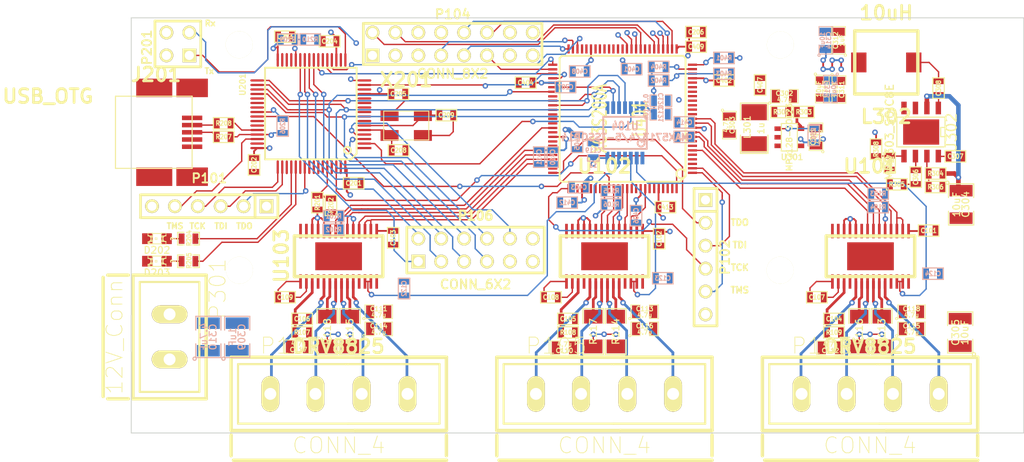
<source format=kicad_pcb>
(kicad_pcb (version 3) (host pcbnew "(2013-07-07 BZR 4022)-stable")
  (layers (15 TOP signal) (2 GND mixed hide) (1 POWER mixed) (0 BOTTOM signal))
  (net 0 "")
  (net 1 +1.2V)
  (net 2 +12V)
  (net 3 +3.3V)
  (net 4 /DECAY_0)
  (net 5 /DECAY_1)
  (net 6 /DECAY_2)
  (net 7 /FPGA/CCLK)
  (net 8 /FPGA/COM_CLK)
  (net 9 /FPGA/COM_CS)
  (net 10 /FPGA/COM_MISO)
  (net 11 /FPGA/COM_MOSI)
  (net 12 /FPGA/DIN)
  (net 13 /FPGA/DONE)
  (net 14 /FPGA/L02N)
  (net 15 /FPGA/L03N)
  (net 16 /FPGA/L03P)
  (net 17 /FPGA/L04N)
  (net 18 /FPGA/L04P)
  (net 19 /FPGA/L06N)
  (net 20 /FPGA/L06P)
  (net 21 /FPGA/L07N)
  (net 22 /FPGA/L07P)
  (net 23 /FPGA/L10N)
  (net 24 /FPGA/L11N)
  (net 25 /FPGA/L11P)
  (net 26 /FPGA/M0_DIR)
  (net 27 /FPGA/M0_EN)
  (net 28 /FPGA/M0_FAULT)
  (net 29 /FPGA/M0_RESET)
  (net 30 /FPGA/M0_STEP)
  (net 31 /FPGA/M1_DIR)
  (net 32 /FPGA/M1_EN)
  (net 33 /FPGA/M1_FAULT)
  (net 34 /FPGA/M1_RESET)
  (net 35 /FPGA/M1_STEP)
  (net 36 /FPGA/M2_DIR)
  (net 37 /FPGA/M2_EN)
  (net 38 /FPGA/M2_FAULT)
  (net 39 /FPGA/M2_RESET)
  (net 40 /FPGA/M2_STEP)
  (net 41 /MOT_A1_0)
  (net 42 /MOT_A1_1)
  (net 43 /MOT_A1_2)
  (net 44 /MOT_A2_0)
  (net 45 /MOT_A2_1)
  (net 46 /MOT_A2_2)
  (net 47 /MOT_B1_0)
  (net 48 /MOT_B1_1)
  (net 49 /MOT_B1_2)
  (net 50 /MOT_B2_0)
  (net 51 /MOT_B2_1)
  (net 52 /MOT_B2_2)
  (net 53 /PSU/1.2_FB)
  (net 54 /PSU/1.2_SW)
  (net 55 /PSU/DC_FB)
  (net 56 /PSU/DC_SW)
  (net 57 /SEN_A_0)
  (net 58 /SEN_A_1)
  (net 59 /SEN_A_2)
  (net 60 /SEN_B_0)
  (net 61 /SEN_B_1)
  (net 62 /SEN_B_2)
  (net 63 /STM32//CLR_DAC)
  (net 64 /STM32/BOOT0)
  (net 65 /STM32/BOOT1)
  (net 66 /STM32/FPGA_CLK)
  (net 67 /STM32/FPGA_INITB)
  (net 68 /STM32/FPGA_PROG_B)
  (net 69 /STM32/PB0_ADC12IN8)
  (net 70 /STM32/PB1_ADC12IN9)
  (net 71 /STM32/PC14)
  (net 72 /STM32/PC15)
  (net 73 /STM32/PC4_ADC12IN14)
  (net 74 /STM32/PC5_ADC12IN15)
  (net 75 /STM32/USB_PUP)
  (net 76 /VRF_0)
  (net 77 /VRF_1)
  (net 78 /VRF_2)
  (net 79 D+)
  (net 80 D-)
  (net 81 EXT_JTAG_TCK)
  (net 82 EXT_JTAG_TDI)
  (net 83 EXT_JTAG_TDO)
  (net 84 EXT_JTAG_TMS)
  (net 85 FPGA_TCK)
  (net 86 FPGA_TDI)
  (net 87 FPGA_TDO)
  (net 88 FPGA_TMS)
  (net 89 GND)
  (net 90 N-00000108)
  (net 91 N-00000109)
  (net 92 N-00000110)
  (net 93 N-00000111)
  (net 94 N-00000112)
  (net 95 N-00000127)
  (net 96 N-00000128)
  (net 97 N-00000129)
  (net 98 N-00000130)
  (net 99 N-00000131)
  (net 100 N-00000146)
  (net 101 N-00000150)
  (net 102 N-00000151)
  (net 103 N-00000152)
  (net 104 N-00000153)
  (net 105 N-00000154)
  (net 106 N-00000164)
  (net 107 N-00000168)
  (net 108 N-00000180)
  (net 109 N-0000057)
  (net 110 N-0000063)
  (net 111 N-0000069)
  (net 112 N-0000070)
  (net 113 N-0000073)
  (net 114 N-0000080)
  (net 115 N-0000081)
  (net 116 N-0000082)
  (net 117 N-0000083)
  (module TQFP_100 (layer TOP) (at 159.75 97.5 270)
    (fp_text reference U401)
    (fp_text value XC3S200A)
    (pad 100 smd rect (at 7.747 -5.9944 270) (size 1.016 0.254) (layers TOP Dessus.Pate Dessus.Masque) (net 68 /STM32/FPGA_PROG_B))
    (pad 76 smd rect (at 7.747 5.9944 270) (size 1.016 0.254) (layers TOP Dessus.Pate Dessus.Masque) (net 85 FPGA_TCK))
    (pad 77 smd rect (at 7.747 5.4864 270) (size 1.016 0.254) (layers TOP Dessus.Pate Dessus.Masque))
    (pad 78 smd rect (at 7.747 5.0038 270) (size 1.016 0.254) (layers TOP Dessus.Pate Dessus.Masque))
    (pad 79 smd rect (at 7.747 4.4958 270) (size 1.016 0.254) (layers TOP Dessus.Pate Dessus.Masque) (net 3 +3.3V))
    (pad 80 smd rect (at 7.747 3.9878 270) (size 1.016 0.254) (layers TOP Dessus.Pate Dessus.Masque) (net 89 GND))
    (pad 81 smd rect (at 7.747 3.5052 270) (size 1.016 0.254) (layers TOP Dessus.Pate Dessus.Masque) (net 1 +1.2V))
    (pad 82 smd rect (at 7.747 2.9972 270) (size 1.016 0.254) (layers TOP Dessus.Pate Dessus.Masque))
    (pad 83 smd rect (at 7.747 2.4892 270) (size 1.016 0.254) (layers TOP Dessus.Pate Dessus.Masque))
    (pad 84 smd rect (at 7.747 2.0066 270) (size 1.016 0.254) (layers TOP Dessus.Pate Dessus.Masque) (net 35 /FPGA/M1_STEP))
    (pad 85 smd rect (at 7.747 1.4986 270) (size 1.016 0.254) (layers TOP Dessus.Pate Dessus.Masque) (net 66 /STM32/FPGA_CLK))
    (pad 86 smd rect (at 7.747 0.9906 270) (size 1.016 0.254) (layers TOP Dessus.Pate Dessus.Masque) (net 32 /FPGA/M1_EN))
    (pad 87 smd rect (at 7.747 0.4826 270) (size 1.016 0.254) (layers TOP Dessus.Pate Dessus.Masque) (net 89 GND))
    (pad 88 smd rect (at 7.747 0 270) (size 1.016 0.254) (layers TOP Dessus.Pate Dessus.Masque) (net 31 /FPGA/M1_DIR))
    (pad 89 smd rect (at 7.747 -0.508 270) (size 1.016 0.254) (layers TOP Dessus.Pate Dessus.Masque) (net 33 /FPGA/M1_FAULT))
    (pad 90 smd rect (at 7.747 -1.016 270) (size 1.016 0.254) (layers TOP Dessus.Pate Dessus.Masque))
    (pad 91 smd rect (at 7.747 -1.4986 270) (size 1.016 0.254) (layers TOP Dessus.Pate Dessus.Masque) (net 89 GND))
    (pad 92 smd rect (at 7.747 -2.0066 270) (size 1.016 0.254) (layers TOP Dessus.Pate Dessus.Masque) (net 3 +3.3V))
    (pad 93 smd rect (at 7.747 -2.5146 270) (size 1.016 0.254) (layers TOP Dessus.Pate Dessus.Masque) (net 34 /FPGA/M1_RESET))
    (pad 94 smd rect (at 7.747 -2.9972 270) (size 1.016 0.254) (layers TOP Dessus.Pate Dessus.Masque))
    (pad 95 smd rect (at 7.747 -3.5052 270) (size 1.016 0.254) (layers TOP Dessus.Pate Dessus.Masque) (net 89 GND))
    (pad 96 smd rect (at 7.747 -4.0132 270) (size 1.016 0.254) (layers TOP Dessus.Pate Dessus.Masque) (net 3 +3.3V))
    (pad 97 smd rect (at 7.747 -4.4958 270) (size 1.016 0.254) (layers TOP Dessus.Pate Dessus.Masque))
    (pad 98 smd rect (at 7.747 -5.0038 270) (size 1.016 0.254) (layers TOP Dessus.Pate Dessus.Masque))
    (pad 99 smd rect (at 7.747 -5.5118 270) (size 1.016 0.254) (layers TOP Dessus.Pate Dessus.Masque))
    (pad 75 smd rect (at 5.9944 7.747 270) (size 0.254 1.016) (layers TOP Dessus.Pate Dessus.Masque) (net 87 FPGA_TDO))
    (pad 51 smd rect (at -5.9944 7.747 270) (size 0.254 1.016) (layers TOP Dessus.Pate Dessus.Masque) (net 12 /FPGA/DIN))
    (pad 52 smd rect (at -5.4864 7.747 270) (size 0.254 1.016) (layers TOP Dessus.Pate Dessus.Masque) (net 24 /FPGA/L11N))
    (pad 53 smd rect (at -5.0038 7.747 270) (size 0.254 1.016) (layers TOP Dessus.Pate Dessus.Masque) (net 7 /FPGA/CCLK))
    (pad 54 smd rect (at -4.4958 7.747 270) (size 0.254 1.016) (layers TOP Dessus.Pate Dessus.Masque) (net 13 /FPGA/DONE))
    (pad 55 smd rect (at -3.9878 7.747 270) (size 0.254 1.016) (layers TOP Dessus.Pate Dessus.Masque) (net 3 +3.3V))
    (pad 56 smd rect (at -3.5052 7.747 270) (size 0.254 1.016) (layers TOP Dessus.Pate Dessus.Masque) (net 11 /FPGA/COM_MOSI))
    (pad 57 smd rect (at -2.9972 7.747 270) (size 0.254 1.016) (layers TOP Dessus.Pate Dessus.Masque) (net 10 /FPGA/COM_MISO))
    (pad 58 smd rect (at -2.4892 7.747 270) (size 0.254 1.016) (layers TOP Dessus.Pate Dessus.Masque) (net 89 GND))
    (pad 59 smd rect (at -2.0066 7.747 270) (size 0.254 1.016) (layers TOP Dessus.Pate Dessus.Masque) (net 8 /FPGA/COM_CLK))
    (pad 60 smd rect (at -1.4986 7.747 270) (size 0.254 1.016) (layers TOP Dessus.Pate Dessus.Masque) (net 9 /FPGA/COM_CS))
    (pad 61 smd rect (at -0.9906 7.747 270) (size 0.254 1.016) (layers TOP Dessus.Pate Dessus.Masque))
    (pad 62 smd rect (at -0.4826 7.747 270) (size 0.254 1.016) (layers TOP Dessus.Pate Dessus.Masque))
    (pad 63 smd rect (at 0 7.747 270) (size 0.254 1.016) (layers TOP Dessus.Pate Dessus.Masque) (net 89 GND))
    (pad 64 smd rect (at 0.508 7.747 270) (size 0.254 1.016) (layers TOP Dessus.Pate Dessus.Masque))
    (pad 65 smd rect (at 1.016 7.747 270) (size 0.254 1.016) (layers TOP Dessus.Pate Dessus.Masque) (net 30 /FPGA/M0_STEP))
    (pad 66 smd rect (at 1.4986 7.747 270) (size 0.254 1.016) (layers TOP Dessus.Pate Dessus.Masque) (net 1 +1.2V))
    (pad 67 smd rect (at 2.0066 7.747 270) (size 0.254 1.016) (layers TOP Dessus.Pate Dessus.Masque) (net 3 +3.3V))
    (pad 68 smd rect (at 2.5146 7.747 270) (size 0.254 1.016) (layers TOP Dessus.Pate Dessus.Masque))
    (pad 69 smd rect (at 2.9972 7.747 270) (size 0.254 1.016) (layers TOP Dessus.Pate Dessus.Masque) (net 89 GND))
    (pad 70 smd rect (at 3.5052 7.747 270) (size 0.254 1.016) (layers TOP Dessus.Pate Dessus.Masque) (net 27 /FPGA/M0_EN))
    (pad 71 smd rect (at 4.0132 7.747 270) (size 0.254 1.016) (layers TOP Dessus.Pate Dessus.Masque) (net 26 /FPGA/M0_DIR))
    (pad 72 smd rect (at 4.4958 7.747 270) (size 0.254 1.016) (layers TOP Dessus.Pate Dessus.Masque) (net 28 /FPGA/M0_FAULT))
    (pad 73 smd rect (at 5.0038 7.747 270) (size 0.254 1.016) (layers TOP Dessus.Pate Dessus.Masque) (net 29 /FPGA/M0_RESET))
    (pad 74 smd rect (at 5.5118 7.747 270) (size 0.254 1.016) (layers TOP Dessus.Pate Dessus.Masque) (net 89 GND))
    (pad 1 smd rect (at 5.9944 -7.747 270) (size 0.254 1.016) (layers TOP Dessus.Pate Dessus.Masque) (net 88 FPGA_TMS))
    (pad 2 smd rect (at 5.4864 -7.747 270) (size 0.254 1.016) (layers TOP Dessus.Pate Dessus.Masque) (net 86 FPGA_TDI))
    (pad 3 smd rect (at 5.0038 -7.747 270) (size 0.254 1.016) (layers TOP Dessus.Pate Dessus.Masque))
    (pad 4 smd rect (at 4.4958 -7.747 270) (size 0.254 1.016) (layers TOP Dessus.Pate Dessus.Masque))
    (pad 5 smd rect (at 3.9878 -7.747 270) (size 0.254 1.016) (layers TOP Dessus.Pate Dessus.Masque))
    (pad 6 smd rect (at 3.5052 -7.747 270) (size 0.254 1.016) (layers TOP Dessus.Pate Dessus.Masque) (net 40 /FPGA/M2_STEP))
    (pad 7 smd rect (at 2.9972 -7.747 270) (size 0.254 1.016) (layers TOP Dessus.Pate Dessus.Masque))
    (pad 8 smd rect (at 2.4892 -7.747 270) (size 0.254 1.016) (layers TOP Dessus.Pate Dessus.Masque) (net 89 GND))
    (pad 9 smd rect (at 2.0066 -7.747 270) (size 0.254 1.016) (layers TOP Dessus.Pate Dessus.Masque) (net 37 /FPGA/M2_EN))
    (pad 10 smd rect (at 1.4986 -7.747 270) (size 0.254 1.016) (layers TOP Dessus.Pate Dessus.Masque) (net 36 /FPGA/M2_DIR))
    (pad 11 smd rect (at 0.9906 -7.747 270) (size 0.254 1.016) (layers TOP Dessus.Pate Dessus.Masque) (net 3 +3.3V))
    (pad 12 smd rect (at 0.4826 -7.747 270) (size 0.254 1.016) (layers TOP Dessus.Pate Dessus.Masque) (net 38 /FPGA/M2_FAULT))
    (pad 13 smd rect (at 0 -7.747 270) (size 0.254 1.016) (layers TOP Dessus.Pate Dessus.Masque) (net 39 /FPGA/M2_RESET))
    (pad 14 smd rect (at -0.508 -7.747 270) (size 0.254 1.016) (layers TOP Dessus.Pate Dessus.Masque) (net 89 GND))
    (pad 15 smd rect (at -1.016 -7.747 270) (size 0.254 1.016) (layers TOP Dessus.Pate Dessus.Masque))
    (pad 16 smd rect (at -1.4986 -7.747 270) (size 0.254 1.016) (layers TOP Dessus.Pate Dessus.Masque))
    (pad 17 smd rect (at -2.0066 -7.747 270) (size 0.254 1.016) (layers TOP Dessus.Pate Dessus.Masque) (net 1 +1.2V))
    (pad 18 smd rect (at -2.5146 -7.747 270) (size 0.254 1.016) (layers TOP Dessus.Pate Dessus.Masque) (net 89 GND))
    (pad 19 smd rect (at -2.9972 -7.747 270) (size 0.254 1.016) (layers TOP Dessus.Pate Dessus.Masque))
    (pad 20 smd rect (at -3.5052 -7.747 270) (size 0.254 1.016) (layers TOP Dessus.Pate Dessus.Masque))
    (pad 21 smd rect (at -4.0132 -7.747 270) (size 0.254 1.016) (layers TOP Dessus.Pate Dessus.Masque))
    (pad 22 smd rect (at -4.4958 -7.747 270) (size 0.254 1.016) (layers TOP Dessus.Pate Dessus.Masque) (net 3 +3.3V))
    (pad 23 smd rect (at -5.0038 -7.747 270) (size 0.254 1.016) (layers TOP Dessus.Pate Dessus.Masque) (net 107 N-00000168))
    (pad 24 smd rect (at -5.5118 -7.747 270) (size 0.254 1.016) (layers TOP Dessus.Pate Dessus.Masque) (net 108 N-00000180))
    (pad 25 smd rect (at -5.9944 -7.747 270) (size 0.254 1.016) (layers TOP Dessus.Pate Dessus.Masque) (net 106 N-00000164))
    (pad 26 smd rect (at -7.747 -5.9944 270) (size 1.016 0.254) (layers TOP Dessus.Pate Dessus.Masque) (net 3 +3.3V))
    (pad 27 smd rect (at -7.747 -5.4864 270) (size 1.016 0.254) (layers TOP Dessus.Pate Dessus.Masque) (net 14 /FPGA/L02N))
    (pad 28 smd rect (at -7.747 -5.0038 270) (size 1.016 0.254) (layers TOP Dessus.Pate Dessus.Masque) (net 16 /FPGA/L03P))
    (pad 29 smd rect (at -7.747 -4.4958 270) (size 1.016 0.254) (layers TOP Dessus.Pate Dessus.Masque) (net 15 /FPGA/L03N))
    (pad 30 smd rect (at -7.747 -3.9878 270) (size 1.016 0.254) (layers TOP Dessus.Pate Dessus.Masque) (net 18 /FPGA/L04P))
    (pad 31 smd rect (at -7.747 -3.5052 270) (size 1.016 0.254) (layers TOP Dessus.Pate Dessus.Masque) (net 17 /FPGA/L04N))
    (pad 32 smd rect (at -7.747 -2.9972 270) (size 1.016 0.254) (layers TOP Dessus.Pate Dessus.Masque))
    (pad 33 smd rect (at -7.747 -2.4892 270) (size 1.016 0.254) (layers TOP Dessus.Pate Dessus.Masque))
    (pad 34 smd rect (at -7.747 -2.0066 270) (size 1.016 0.254) (layers TOP Dessus.Pate Dessus.Masque) (net 20 /FPGA/L06P))
    (pad 35 smd rect (at -7.747 -1.4986 270) (size 1.016 0.254) (layers TOP Dessus.Pate Dessus.Masque) (net 19 /FPGA/L06N))
    (pad 36 smd rect (at -7.747 -0.9906 270) (size 1.016 0.254) (layers TOP Dessus.Pate Dessus.Masque) (net 22 /FPGA/L07P))
    (pad 37 smd rect (at -7.747 -0.4826 270) (size 1.016 0.254) (layers TOP Dessus.Pate Dessus.Masque) (net 21 /FPGA/L07N))
    (pad 38 smd rect (at -7.747 0 270) (size 1.016 0.254) (layers TOP Dessus.Pate Dessus.Masque) (net 1 +1.2V))
    (pad 39 smd rect (at -7.747 0.508 270) (size 1.016 0.254) (layers TOP Dessus.Pate Dessus.Masque))
    (pad 40 smd rect (at -7.747 1.016 270) (size 1.016 0.254) (layers TOP Dessus.Pate Dessus.Masque))
    (pad 41 smd rect (at -7.747 1.4986 270) (size 1.016 0.254) (layers TOP Dessus.Pate Dessus.Masque))
    (pad 42 smd rect (at -7.747 2.0066 270) (size 1.016 0.254) (layers TOP Dessus.Pate Dessus.Masque) (net 89 GND))
    (pad 43 smd rect (at -7.747 2.5146 270) (size 1.016 0.254) (layers TOP Dessus.Pate Dessus.Masque))
    (pad 44 smd rect (at -7.747 2.9972 270) (size 1.016 0.254) (layers TOP Dessus.Pate Dessus.Masque))
    (pad 45 smd rect (at -7.747 3.5052 270) (size 1.016 0.254) (layers TOP Dessus.Pate Dessus.Masque) (net 3 +3.3V))
    (pad 46 smd rect (at -7.747 4.0132 270) (size 1.016 0.254) (layers TOP Dessus.Pate Dessus.Masque))
    (pad 47 smd rect (at -7.747 4.4958 270) (size 1.016 0.254) (layers TOP Dessus.Pate Dessus.Masque) (net 89 GND))
    (pad 48 smd rect (at -7.747 5.0038 270) (size 1.016 0.254) (layers TOP Dessus.Pate Dessus.Masque) (net 67 /STM32/FPGA_INITB))
    (pad 49 smd rect (at -7.747 5.5118 270) (size 1.016 0.254) (layers TOP Dessus.Pate Dessus.Masque) (net 23 /FPGA/L10N))
    (pad 50 smd rect (at -7.747 5.9944 270) (size 1.016 0.254) (layers TOP Dessus.Pate Dessus.Masque) (net 25 /FPGA/L11P))
  )
  (module LQFP_64 (layer TOP) (at 125.25 97 90)
    (fp_text reference U201)
    (fp_text value STM32F103RG_LQFP64 hide)
    (pad 1 smd rect (at -3.74904 5.86994 90) (size 0.24892 1.524) (layers TOP Dessus.Pate Dessus.Masque))
    (pad 2 smd oval (at -3.24866 5.86994 90) (size 0.24892 1.524) (layers TOP Dessus.Pate Dessus.Masque) (net 63 /STM32//CLR_DAC))
    (pad 3 smd oval (at -2.74828 5.86994 90) (size 0.24892 1.524) (layers TOP Dessus.Pate Dessus.Masque) (net 71 /STM32/PC14))
    (pad 4 smd oval (at -2.2479 5.86994 90) (size 0.24892 1.524) (layers TOP Dessus.Pate Dessus.Masque) (net 72 /STM32/PC15))
    (pad 5 smd oval (at -1.74752 5.86994 90) (size 0.24892 1.524) (layers TOP Dessus.Pate Dessus.Masque) (net 97 N-00000129))
    (pad 6 smd oval (at -1.24968 5.86994 90) (size 0.24892 1.524) (layers TOP Dessus.Pate Dessus.Masque) (net 94 N-00000112))
    (pad 7 smd oval (at -0.7493 5.86994 90) (size 0.24892 1.524) (layers TOP Dessus.Pate Dessus.Masque))
    (pad 8 smd oval (at -0.24892 5.86994 90) (size 0.24892 1.524) (layers TOP Dessus.Pate Dessus.Masque))
    (pad 9 smd oval (at 0.25146 5.86994 90) (size 0.24892 1.524) (layers TOP Dessus.Pate Dessus.Masque))
    (pad 10 smd oval (at 0.75184 5.86994 90) (size 0.24892 1.524) (layers TOP Dessus.Pate Dessus.Masque))
    (pad 11 smd oval (at 1.25222 5.86994 90) (size 0.24892 1.524) (layers TOP Dessus.Pate Dessus.Masque))
    (pad 12 smd oval (at 1.75006 5.86994 90) (size 0.24892 1.524) (layers TOP Dessus.Pate Dessus.Masque) (net 89 GND))
    (pad 13 smd oval (at 2.25044 5.86994 90) (size 0.24892 1.524) (layers TOP Dessus.Pate Dessus.Masque) (net 3 +3.3V))
    (pad 14 smd oval (at 2.75082 5.86994 90) (size 0.24892 1.524) (layers TOP Dessus.Pate Dessus.Masque))
    (pad 15 smd oval (at 3.2512 5.86994 90) (size 0.24892 1.524) (layers TOP Dessus.Pate Dessus.Masque) (net 13 /FPGA/DONE))
    (pad 16 smd oval (at 3.75158 5.86994 90) (size 0.24892 1.524) (layers TOP Dessus.Pate Dessus.Masque) (net 95 N-00000127))
    (pad 17 smd oval (at 6.0325 3.74904 90) (size 1.524 0.24892) (layers TOP Dessus.Pate Dessus.Masque) (net 96 N-00000128))
    (pad 18 smd oval (at 6.0325 3.24866 90) (size 1.524 0.24892) (layers TOP Dessus.Pate Dessus.Masque) (net 89 GND))
    (pad 19 smd oval (at 6.0325 2.74828 90) (size 1.524 0.24892) (layers TOP Dessus.Pate Dessus.Masque) (net 3 +3.3V))
    (pad 20 smd oval (at 6.0325 2.2479 90) (size 1.524 0.24892) (layers TOP Dessus.Pate Dessus.Masque) (net 67 /STM32/FPGA_INITB))
    (pad 21 smd oval (at 6.0325 1.74752 90) (size 1.524 0.24892) (layers TOP Dessus.Pate Dessus.Masque) (net 7 /FPGA/CCLK))
    (pad 22 smd oval (at 6.0325 1.24968 90) (size 1.524 0.24892) (layers TOP Dessus.Pate Dessus.Masque))
    (pad 23 smd oval (at 6.0325 0.7493 90) (size 1.524 0.24892) (layers TOP Dessus.Pate Dessus.Masque) (net 12 /FPGA/DIN))
    (pad 24 smd oval (at 6.0325 0.24892 90) (size 1.524 0.24892) (layers TOP Dessus.Pate Dessus.Masque) (net 73 /STM32/PC4_ADC12IN14))
    (pad 25 smd oval (at 6.0325 -0.25146 90) (size 1.524 0.24892) (layers TOP Dessus.Pate Dessus.Masque) (net 74 /STM32/PC5_ADC12IN15))
    (pad 26 smd oval (at 6.0325 -0.75184 90) (size 1.524 0.24892) (layers TOP Dessus.Pate Dessus.Masque) (net 69 /STM32/PB0_ADC12IN8))
    (pad 27 smd oval (at 6.0325 -1.25222 90) (size 1.524 0.24892) (layers TOP Dessus.Pate Dessus.Masque) (net 70 /STM32/PB1_ADC12IN9))
    (pad 28 smd oval (at 6.0325 -1.75006 90) (size 1.524 0.24892) (layers TOP Dessus.Pate Dessus.Masque) (net 65 /STM32/BOOT1))
    (pad 29 smd oval (at 6.0325 -2.25044 90) (size 1.524 0.24892) (layers TOP Dessus.Pate Dessus.Masque))
    (pad 30 smd oval (at 6.0325 -2.75082 90) (size 1.524 0.24892) (layers TOP Dessus.Pate Dessus.Masque))
    (pad 31 smd oval (at 6.0325 -3.2512 90) (size 1.524 0.24892) (layers TOP Dessus.Pate Dessus.Masque) (net 89 GND))
    (pad 32 smd oval (at 6.0325 -3.75158 90) (size 1.524 0.24892) (layers TOP Dessus.Pate Dessus.Masque) (net 3 +3.3V))
    (pad 33 smd oval (at 3.75158 -6.0325 90) (size 0.24892 1.524) (layers TOP Dessus.Pate Dessus.Masque) (net 9 /FPGA/COM_CS))
    (pad 34 smd oval (at 3.2512 -6.0325 90) (size 0.24892 1.524) (layers TOP Dessus.Pate Dessus.Masque) (net 8 /FPGA/COM_CLK))
    (pad 35 smd oval (at 2.75082 -6.0325 90) (size 0.24892 1.524) (layers TOP Dessus.Pate Dessus.Masque) (net 10 /FPGA/COM_MISO))
    (pad 36 smd oval (at 2.25044 -6.0325 90) (size 0.24892 1.524) (layers TOP Dessus.Pate Dessus.Masque) (net 11 /FPGA/COM_MOSI))
    (pad 37 smd oval (at 1.75006 -6.0325 90) (size 0.24892 1.524) (layers TOP Dessus.Pate Dessus.Masque))
    (pad 38 smd oval (at 1.25222 -6.0325 90) (size 0.24892 1.524) (layers TOP Dessus.Pate Dessus.Masque))
    (pad 39 smd oval (at 0.75184 -6.0325 90) (size 0.24892 1.524) (layers TOP Dessus.Pate Dessus.Masque))
    (pad 40 smd oval (at 0.25146 -6.0325 90) (size 0.24892 1.524) (layers TOP Dessus.Pate Dessus.Masque) (net 75 /STM32/USB_PUP))
    (pad 41 smd oval (at -0.24892 -6.0325 90) (size 0.24892 1.524) (layers TOP Dessus.Pate Dessus.Masque) (net 66 /STM32/FPGA_CLK))
    (pad 42 smd oval (at -0.7493 -6.0325 90) (size 0.24892 1.524) (layers TOP Dessus.Pate Dessus.Masque))
    (pad 43 smd oval (at -1.24968 -6.0325 90) (size 0.24892 1.524) (layers TOP Dessus.Pate Dessus.Masque))
    (pad 44 smd oval (at -1.74752 -6.0325 90) (size 0.24892 1.524) (layers TOP Dessus.Pate Dessus.Masque) (net 80 D-))
    (pad 45 smd oval (at -2.2479 -6.0325 90) (size 0.24892 1.524) (layers TOP Dessus.Pate Dessus.Masque) (net 79 D+))
    (pad 46 smd oval (at -2.74828 -6.0325 90) (size 0.24892 1.524) (layers TOP Dessus.Pate Dessus.Masque) (net 84 EXT_JTAG_TMS))
    (pad 47 smd oval (at -3.24866 -6.0325 90) (size 0.24892 1.524) (layers TOP Dessus.Pate Dessus.Masque) (net 89 GND))
    (pad 48 smd oval (at -3.74904 -6.0325 90) (size 0.24892 1.524) (layers TOP Dessus.Pate Dessus.Masque) (net 3 +3.3V))
    (pad 49 smd oval (at -5.86994 -3.75158 90) (size 1.524 0.24892) (layers TOP Dessus.Pate Dessus.Masque) (net 81 EXT_JTAG_TCK))
    (pad 50 smd oval (at -5.86994 -3.2512 90) (size 1.524 0.24892) (layers TOP Dessus.Pate Dessus.Masque) (net 82 EXT_JTAG_TDI))
    (pad 52 smd oval (at -5.86994 -2.25044 90) (size 1.524 0.24892) (layers TOP Dessus.Pate Dessus.Masque) (net 92 N-00000110))
    (pad 51 smd oval (at -5.88772 -2.75082 90) (size 1.524 0.24892) (layers TOP Dessus.Pate Dessus.Masque))
    (pad 53 smd oval (at -5.86994 -1.75006 90) (size 1.524 0.24892) (layers TOP Dessus.Pate Dessus.Masque) (net 93 N-00000111))
    (pad 54 smd oval (at -5.86994 -1.25222 90) (size 1.524 0.24892) (layers TOP Dessus.Pate Dessus.Masque))
    (pad 55 smd oval (at -5.86994 -0.75184 90) (size 1.524 0.24892) (layers TOP Dessus.Pate Dessus.Masque) (net 83 EXT_JTAG_TDO))
    (pad 56 smd oval (at -5.86994 -0.25146 90) (size 1.524 0.24892) (layers TOP Dessus.Pate Dessus.Masque))
    (pad 57 smd oval (at -5.86994 0.24892 90) (size 1.524 0.24892) (layers TOP Dessus.Pate Dessus.Masque))
    (pad 58 smd oval (at -5.86994 0.7493 90) (size 1.524 0.24892) (layers TOP Dessus.Pate Dessus.Masque))
    (pad 59 smd oval (at -5.86994 1.24206 90) (size 1.524 0.24892) (layers TOP Dessus.Pate Dessus.Masque))
    (pad 60 smd oval (at -5.86994 1.74244 90) (size 1.524 0.24892) (layers TOP Dessus.Pate Dessus.Masque) (net 64 /STM32/BOOT0))
    (pad 61 smd oval (at -5.86994 2.24282 90) (size 1.524 0.24892) (layers TOP Dessus.Pate Dessus.Masque))
    (pad 62 smd oval (at -5.86994 2.7432 90) (size 1.524 0.24892) (layers TOP Dessus.Pate Dessus.Masque) (net 68 /STM32/FPGA_PROG_B))
    (pad 63 smd oval (at -5.86994 3.24104 90) (size 1.524 0.24892) (layers TOP Dessus.Pate Dessus.Masque) (net 89 GND))
    (pad 64 smd oval (at -5.86994 3.74142 90) (size 1.524 0.24892) (layers TOP Dessus.Pate Dessus.Masque) (net 3 +3.3V))
  )
  (module HTSSOP28_PowerPad (layer TOP) (at 128.25 112.75)
    (fp_text reference U103)
    (fp_text value DRV8825)
    (pad 15 smd rect (at 4.22402 -2.79908) (size 0.29972 1.6002) (layers TOP Dessus.Pate Dessus.Masque) (net 3 +3.3V))
    (pad 16 smd rect (at 3.57378 -2.79908) (size 0.29972 1.6002) (layers TOP Dessus.Pate Dessus.Masque) (net 29 /FPGA/M0_RESET))
    (pad 17 smd rect (at 2.92608 -2.79908) (size 0.29972 1.6002) (layers TOP Dessus.Pate Dessus.Masque) (net 29 /FPGA/M0_RESET))
    (pad 18 smd rect (at 2.27584 -2.79908) (size 0.29972 1.6002) (layers TOP Dessus.Pate Dessus.Masque) (net 28 /FPGA/M0_FAULT))
    (pad 19 smd rect (at 1.6256 -2.79908) (size 0.29972 1.6002) (layers TOP Dessus.Pate Dessus.Masque) (net 4 /DECAY_0))
    (pad 20 smd rect (at 0.97536 -2.79908) (size 0.29972 1.6002) (layers TOP Dessus.Pate Dessus.Masque) (net 26 /FPGA/M0_DIR))
    (pad 21 smd rect (at 0.32512 -2.79908) (size 0.29972 1.6002) (layers TOP Dessus.Pate Dessus.Masque) (net 27 /FPGA/M0_EN))
    (pad 22 smd rect (at -0.32512 -2.79908) (size 0.29972 1.6002) (layers TOP Dessus.Pate Dessus.Masque) (net 30 /FPGA/M0_STEP))
    (pad 23 smd rect (at -0.97536 -2.79908) (size 0.29972 1.6002) (layers TOP Dessus.Pate Dessus.Masque))
    (pad 24 smd rect (at -1.6256 -2.79908) (size 0.29972 1.6002) (layers TOP Dessus.Pate Dessus.Masque) (net 3 +3.3V))
    (pad 25 smd rect (at -2.27584 -2.79908) (size 0.29972 1.6002) (layers TOP Dessus.Pate Dessus.Masque) (net 3 +3.3V))
    (pad 26 smd rect (at -2.92608 -2.79908) (size 0.29972 1.6002) (layers TOP Dessus.Pate Dessus.Masque) (net 3 +3.3V))
    (pad 27 smd rect (at -3.57378 -2.79908) (size 0.29972 1.6002) (layers TOP Dessus.Pate Dessus.Masque))
    (pad 28 smd rect (at -4.22402 -2.79908) (size 0.29972 1.6002) (layers TOP Dessus.Pate Dessus.Masque) (net 89 GND))
    (pad 29 smd rect (at 0 0) (size 5.17906 3.0988) (layers TOP Dessus.Pate Dessus.Masque) (net 89 GND))
    (pad 1 smd rect (at -4.22402 2.79908) (size 0.29972 1.6002) (layers TOP Dessus.Pate Dessus.Masque) (net 115 N-0000081))
    (pad 2 smd rect (at -3.57378 2.79908) (size 0.29972 1.6002) (layers TOP Dessus.Pate Dessus.Masque) (net 114 N-0000080))
    (pad 3 smd rect (at -2.92608 2.79908) (size 0.29972 1.6002) (layers TOP Dessus.Pate Dessus.Masque) (net 113 N-0000073))
    (pad 4 smd rect (at -2.27584 2.79908) (size 0.29972 1.6002) (layers TOP Dessus.Pate Dessus.Masque) (net 2 +12V))
    (pad 5 smd rect (at -1.6256 2.79908) (size 0.29972 1.6002) (layers TOP Dessus.Pate Dessus.Masque) (net 41 /MOT_A1_0))
    (pad 6 smd rect (at -0.97536 2.79908) (size 0.29972 1.6002) (layers TOP Dessus.Pate Dessus.Masque) (net 57 /SEN_A_0))
    (pad 7 smd rect (at -0.32512 2.79908) (size 0.29972 1.6002) (layers TOP Dessus.Pate Dessus.Masque) (net 44 /MOT_A2_0))
    (pad 8 smd rect (at 0.32512 2.79908) (size 0.29972 1.6002) (layers TOP Dessus.Pate Dessus.Masque) (net 50 /MOT_B2_0))
    (pad 9 smd rect (at 0.97536 2.79908) (size 0.29972 1.6002) (layers TOP Dessus.Pate Dessus.Masque) (net 60 /SEN_B_0))
    (pad 10 smd rect (at 1.6256 2.79908) (size 0.29972 1.6002) (layers TOP Dessus.Pate Dessus.Masque) (net 47 /MOT_B1_0))
    (pad 11 smd rect (at 2.27584 2.79908) (size 0.29972 1.6002) (layers TOP Dessus.Pate Dessus.Masque) (net 2 +12V))
    (pad 12 smd rect (at 2.92608 2.79908) (size 0.29972 1.6002) (layers TOP Dessus.Pate Dessus.Masque) (net 76 /VRF_0))
    (pad 13 smd rect (at 3.57378 2.79908) (size 0.29972 1.6002) (layers TOP Dessus.Pate Dessus.Masque) (net 76 /VRF_0))
    (pad 14 smd rect (at 4.22402 2.79908) (size 0.29972 1.6002) (layers TOP Dessus.Pate Dessus.Masque) (net 89 GND))
  )
  (module HTSSOP28_PowerPad (layer TOP) (at 157.75 112.75)
    (fp_text reference U102)
    (fp_text value DRV8825 hide)
    (pad 15 smd rect (at 4.22402 -2.79908) (size 0.29972 1.6002) (layers TOP Dessus.Pate Dessus.Masque) (net 3 +3.3V))
    (pad 16 smd rect (at 3.57378 -2.79908) (size 0.29972 1.6002) (layers TOP Dessus.Pate Dessus.Masque) (net 34 /FPGA/M1_RESET))
    (pad 17 smd rect (at 2.92608 -2.79908) (size 0.29972 1.6002) (layers TOP Dessus.Pate Dessus.Masque) (net 34 /FPGA/M1_RESET))
    (pad 18 smd rect (at 2.27584 -2.79908) (size 0.29972 1.6002) (layers TOP Dessus.Pate Dessus.Masque) (net 33 /FPGA/M1_FAULT))
    (pad 19 smd rect (at 1.6256 -2.79908) (size 0.29972 1.6002) (layers TOP Dessus.Pate Dessus.Masque) (net 5 /DECAY_1))
    (pad 20 smd rect (at 0.97536 -2.79908) (size 0.29972 1.6002) (layers TOP Dessus.Pate Dessus.Masque) (net 31 /FPGA/M1_DIR))
    (pad 21 smd rect (at 0.32512 -2.79908) (size 0.29972 1.6002) (layers TOP Dessus.Pate Dessus.Masque) (net 32 /FPGA/M1_EN))
    (pad 22 smd rect (at -0.32512 -2.79908) (size 0.29972 1.6002) (layers TOP Dessus.Pate Dessus.Masque) (net 35 /FPGA/M1_STEP))
    (pad 23 smd rect (at -0.97536 -2.79908) (size 0.29972 1.6002) (layers TOP Dessus.Pate Dessus.Masque))
    (pad 24 smd rect (at -1.6256 -2.79908) (size 0.29972 1.6002) (layers TOP Dessus.Pate Dessus.Masque) (net 3 +3.3V))
    (pad 25 smd rect (at -2.27584 -2.79908) (size 0.29972 1.6002) (layers TOP Dessus.Pate Dessus.Masque) (net 3 +3.3V))
    (pad 26 smd rect (at -2.92608 -2.79908) (size 0.29972 1.6002) (layers TOP Dessus.Pate Dessus.Masque) (net 3 +3.3V))
    (pad 27 smd rect (at -3.57378 -2.79908) (size 0.29972 1.6002) (layers TOP Dessus.Pate Dessus.Masque))
    (pad 28 smd rect (at -4.22402 -2.79908) (size 0.29972 1.6002) (layers TOP Dessus.Pate Dessus.Masque) (net 89 GND))
    (pad 29 smd rect (at 0 0) (size 5.17906 3.0988) (layers TOP Dessus.Pate Dessus.Masque) (net 89 GND))
    (pad 1 smd rect (at -4.22402 2.79908) (size 0.29972 1.6002) (layers TOP Dessus.Pate Dessus.Masque) (net 116 N-0000082))
    (pad 2 smd rect (at -3.57378 2.79908) (size 0.29972 1.6002) (layers TOP Dessus.Pate Dessus.Masque) (net 117 N-0000083))
    (pad 3 smd rect (at -2.92608 2.79908) (size 0.29972 1.6002) (layers TOP Dessus.Pate Dessus.Masque) (net 109 N-0000057))
    (pad 4 smd rect (at -2.27584 2.79908) (size 0.29972 1.6002) (layers TOP Dessus.Pate Dessus.Masque) (net 2 +12V))
    (pad 5 smd rect (at -1.6256 2.79908) (size 0.29972 1.6002) (layers TOP Dessus.Pate Dessus.Masque) (net 42 /MOT_A1_1))
    (pad 6 smd rect (at -0.97536 2.79908) (size 0.29972 1.6002) (layers TOP Dessus.Pate Dessus.Masque) (net 58 /SEN_A_1))
    (pad 7 smd rect (at -0.32512 2.79908) (size 0.29972 1.6002) (layers TOP Dessus.Pate Dessus.Masque) (net 45 /MOT_A2_1))
    (pad 8 smd rect (at 0.32512 2.79908) (size 0.29972 1.6002) (layers TOP Dessus.Pate Dessus.Masque) (net 51 /MOT_B2_1))
    (pad 9 smd rect (at 0.97536 2.79908) (size 0.29972 1.6002) (layers TOP Dessus.Pate Dessus.Masque) (net 61 /SEN_B_1))
    (pad 10 smd rect (at 1.6256 2.79908) (size 0.29972 1.6002) (layers TOP Dessus.Pate Dessus.Masque) (net 48 /MOT_B1_1))
    (pad 11 smd rect (at 2.27584 2.79908) (size 0.29972 1.6002) (layers TOP Dessus.Pate Dessus.Masque) (net 2 +12V))
    (pad 12 smd rect (at 2.92608 2.79908) (size 0.29972 1.6002) (layers TOP Dessus.Pate Dessus.Masque) (net 77 /VRF_1))
    (pad 13 smd rect (at 3.57378 2.79908) (size 0.29972 1.6002) (layers TOP Dessus.Pate Dessus.Masque) (net 77 /VRF_1))
    (pad 14 smd rect (at 4.22402 2.79908) (size 0.29972 1.6002) (layers TOP Dessus.Pate Dessus.Masque) (net 89 GND))
  )
  (module HTSSOP28_PowerPad (layer TOP) (at 187.25 112.75)
    (fp_text reference U101)
    (fp_text value DRV8825)
    (pad 15 smd rect (at 4.22402 -2.79908) (size 0.29972 1.6002) (layers TOP Dessus.Pate Dessus.Masque) (net 3 +3.3V))
    (pad 16 smd rect (at 3.57378 -2.79908) (size 0.29972 1.6002) (layers TOP Dessus.Pate Dessus.Masque) (net 39 /FPGA/M2_RESET))
    (pad 17 smd rect (at 2.92608 -2.79908) (size 0.29972 1.6002) (layers TOP Dessus.Pate Dessus.Masque) (net 39 /FPGA/M2_RESET))
    (pad 18 smd rect (at 2.27584 -2.79908) (size 0.29972 1.6002) (layers TOP Dessus.Pate Dessus.Masque) (net 38 /FPGA/M2_FAULT))
    (pad 19 smd rect (at 1.6256 -2.79908) (size 0.29972 1.6002) (layers TOP Dessus.Pate Dessus.Masque) (net 6 /DECAY_2))
    (pad 20 smd rect (at 0.97536 -2.79908) (size 0.29972 1.6002) (layers TOP Dessus.Pate Dessus.Masque) (net 36 /FPGA/M2_DIR))
    (pad 21 smd rect (at 0.32512 -2.79908) (size 0.29972 1.6002) (layers TOP Dessus.Pate Dessus.Masque) (net 37 /FPGA/M2_EN))
    (pad 22 smd rect (at -0.32512 -2.79908) (size 0.29972 1.6002) (layers TOP Dessus.Pate Dessus.Masque) (net 40 /FPGA/M2_STEP))
    (pad 23 smd rect (at -0.97536 -2.79908) (size 0.29972 1.6002) (layers TOP Dessus.Pate Dessus.Masque))
    (pad 24 smd rect (at -1.6256 -2.79908) (size 0.29972 1.6002) (layers TOP Dessus.Pate Dessus.Masque) (net 3 +3.3V))
    (pad 25 smd rect (at -2.27584 -2.79908) (size 0.29972 1.6002) (layers TOP Dessus.Pate Dessus.Masque) (net 3 +3.3V))
    (pad 26 smd rect (at -2.92608 -2.79908) (size 0.29972 1.6002) (layers TOP Dessus.Pate Dessus.Masque) (net 3 +3.3V))
    (pad 27 smd rect (at -3.57378 -2.79908) (size 0.29972 1.6002) (layers TOP Dessus.Pate Dessus.Masque))
    (pad 28 smd rect (at -4.22402 -2.79908) (size 0.29972 1.6002) (layers TOP Dessus.Pate Dessus.Masque) (net 89 GND))
    (pad 29 smd rect (at 0 0) (size 5.17906 3.0988) (layers TOP Dessus.Pate Dessus.Masque) (net 89 GND))
    (pad 1 smd rect (at -4.22402 2.79908) (size 0.29972 1.6002) (layers TOP Dessus.Pate Dessus.Masque) (net 111 N-0000069))
    (pad 2 smd rect (at -3.57378 2.79908) (size 0.29972 1.6002) (layers TOP Dessus.Pate Dessus.Masque) (net 112 N-0000070))
    (pad 3 smd rect (at -2.92608 2.79908) (size 0.29972 1.6002) (layers TOP Dessus.Pate Dessus.Masque) (net 110 N-0000063))
    (pad 4 smd rect (at -2.27584 2.79908) (size 0.29972 1.6002) (layers TOP Dessus.Pate Dessus.Masque) (net 2 +12V))
    (pad 5 smd rect (at -1.6256 2.79908) (size 0.29972 1.6002) (layers TOP Dessus.Pate Dessus.Masque) (net 43 /MOT_A1_2))
    (pad 6 smd rect (at -0.97536 2.79908) (size 0.29972 1.6002) (layers TOP Dessus.Pate Dessus.Masque) (net 59 /SEN_A_2))
    (pad 7 smd rect (at -0.32512 2.79908) (size 0.29972 1.6002) (layers TOP Dessus.Pate Dessus.Masque) (net 46 /MOT_A2_2))
    (pad 8 smd rect (at 0.32512 2.79908) (size 0.29972 1.6002) (layers TOP Dessus.Pate Dessus.Masque) (net 52 /MOT_B2_2))
    (pad 9 smd rect (at 0.97536 2.79908) (size 0.29972 1.6002) (layers TOP Dessus.Pate Dessus.Masque) (net 62 /SEN_B_2))
    (pad 10 smd rect (at 1.6256 2.79908) (size 0.29972 1.6002) (layers TOP Dessus.Pate Dessus.Masque) (net 49 /MOT_B1_2))
    (pad 11 smd rect (at 2.27584 2.79908) (size 0.29972 1.6002) (layers TOP Dessus.Pate Dessus.Masque) (net 2 +12V))
    (pad 12 smd rect (at 2.92608 2.79908) (size 0.29972 1.6002) (layers TOP Dessus.Pate Dessus.Masque) (net 78 /VRF_2))
    (pad 13 smd rect (at 3.57378 2.79908) (size 0.29972 1.6002) (layers TOP Dessus.Pate Dessus.Masque) (net 78 /VRF_2))
    (pad 14 smd rect (at 4.22402 2.79908) (size 0.29972 1.6002) (layers TOP Dessus.Pate Dessus.Masque) (net 89 GND))
  )
  (module SSOP14 (layer BOTTOM) (at 160.02 99.06 180)
    (fp_text reference U104)
    (fp_text value MAX5713/4/5-TSSOP14)
    (pad 1 smd rect (at -1.9304 -2.794 180) (size 0.4318 1.397) (layers BOTTOM Dessous.Pate Dessous.Masque))
    (pad 2 smd rect (at -1.2954 -2.794 180) (size 0.4318 1.397) (layers BOTTOM Dessous.Pate Dessous.Masque) (net 78 /VRF_2))
    (pad 3 smd rect (at -0.635 -2.794 180) (size 0.4318 1.397) (layers BOTTOM Dessous.Pate Dessous.Masque) (net 77 /VRF_1))
    (pad 4 smd rect (at 0 -2.794 180) (size 0.4318 1.397) (layers BOTTOM Dessous.Pate Dessous.Masque) (net 89 GND))
    (pad 5 smd rect (at 0.6604 -2.794 180) (size 0.4318 1.397) (layers BOTTOM Dessous.Pate Dessous.Masque) (net 76 /VRF_0))
    (pad 6 smd rect (at 1.3081 -2.794 180) (size 0.4318 1.397) (layers BOTTOM Dessous.Pate Dessous.Masque))
    (pad 7 smd rect (at 1.9558 -2.794 180) (size 0.4318 1.397) (layers BOTTOM Dessous.Pate Dessous.Masque) (net 3 +3.3V))
    (pad 8 smd rect (at 1.9558 2.794 180) (size 0.4318 1.397) (layers BOTTOM Dessous.Pate Dessous.Masque))
    (pad 9 smd rect (at 1.3081 2.794 180) (size 0.4318 1.397) (layers BOTTOM Dessous.Pate Dessous.Masque) (net 11 /FPGA/COM_MOSI))
    (pad 10 smd rect (at 0.6604 2.794 180) (size 0.4318 1.397) (layers BOTTOM Dessous.Pate Dessous.Masque) (net 8 /FPGA/COM_CLK))
    (pad 11 smd rect (at 0 2.794 180) (size 0.4318 1.397) (layers BOTTOM Dessous.Pate Dessous.Masque) (net 9 /FPGA/COM_CS))
    (pad 12 smd rect (at -0.6477 2.794 180) (size 0.4318 1.397) (layers BOTTOM Dessous.Pate Dessous.Masque) (net 63 /STM32//CLR_DAC))
    (pad 13 smd rect (at -1.2954 2.794 180) (size 0.4318 1.397) (layers BOTTOM Dessous.Pate Dessous.Masque) (net 3 +3.3V))
    (pad 14 smd rect (at -1.9431 2.794 180) (size 0.4318 1.397) (layers BOTTOM Dessous.Pate Dessous.Masque) (net 3 +3.3V))
  )
  (module SM0805 (layer TOP) (at 162.2 120.8)
    (fp_text reference C116)
    (fp_text value 4.7u)
    (pad 1 smd rect (at -0.9525 0) (size 0.889 1.397) (layers TOP Dessus.Pate Dessus.Masque) (net 2 +12V))
    (pad 2 smd rect (at 0.9525 0) (size 0.889 1.397) (layers TOP Dessus.Pate Dessus.Masque) (net 89 GND))
  )
  (module SM0805 (layer TOP) (at 132.7 118.9)
    (fp_text reference C111)
    (fp_text value 4.7u)
    (pad 1 smd rect (at -0.9525 0) (size 0.889 1.397) (layers TOP Dessus.Pate Dessus.Masque) (net 2 +12V))
    (pad 2 smd rect (at 0.9525 0) (size 0.889 1.397) (layers TOP Dessus.Pate Dessus.Masque) (net 89 GND))
  )
  (module SM0805 (layer TOP) (at 132.7 120.8)
    (fp_text reference C114)
    (fp_text value 4.7u)
    (pad 1 smd rect (at -0.9525 0) (size 0.889 1.397) (layers TOP Dessus.Pate Dessus.Masque) (net 2 +12V))
    (pad 2 smd rect (at 0.9525 0) (size 0.889 1.397) (layers TOP Dessus.Pate Dessus.Masque) (net 89 GND))
  )
  (module SM0805 (layer TOP) (at 123.8 122.8 180)
    (fp_text reference C117)
    (fp_text value 4.7u)
    (pad 1 smd rect (at -0.9525 0 180) (size 0.889 1.397) (layers TOP Dessus.Pate Dessus.Masque) (net 2 +12V))
    (pad 2 smd rect (at 0.9525 0 180) (size 0.889 1.397) (layers TOP Dessus.Pate Dessus.Masque) (net 89 GND))
  )
  (module SM0805 (layer TOP) (at 191.8 118.9)
    (fp_text reference C118)
    (fp_text value 4.7u)
    (pad 1 smd rect (at -0.9525 0) (size 0.889 1.397) (layers TOP Dessus.Pate Dessus.Masque) (net 2 +12V))
    (pad 2 smd rect (at 0.9525 0) (size 0.889 1.397) (layers TOP Dessus.Pate Dessus.Masque) (net 89 GND))
  )
  (module SM0805 (layer TOP) (at 191.8 120.8)
    (fp_text reference C115)
    (fp_text value 4.7u)
    (pad 1 smd rect (at -0.9525 0) (size 0.889 1.397) (layers TOP Dessus.Pate Dessus.Masque) (net 2 +12V))
    (pad 2 smd rect (at 0.9525 0) (size 0.889 1.397) (layers TOP Dessus.Pate Dessus.Masque) (net 89 GND))
  )
  (module SM0805 (layer TOP) (at 182.8 122.9 180)
    (fp_text reference C112)
    (fp_text value 4.7u)
    (pad 1 smd rect (at -0.9525 0 180) (size 0.889 1.397) (layers TOP Dessus.Pate Dessus.Masque) (net 2 +12V))
    (pad 2 smd rect (at 0.9525 0 180) (size 0.889 1.397) (layers TOP Dessus.Pate Dessus.Masque) (net 89 GND))
  )
  (module SM0805 (layer TOP) (at 162.2 118.9)
    (fp_text reference C113)
    (fp_text value 4.7u)
    (pad 1 smd rect (at -0.9525 0) (size 0.889 1.397) (layers TOP Dessus.Pate Dessus.Masque) (net 2 +12V))
    (pad 2 smd rect (at 0.9525 0) (size 0.889 1.397) (layers TOP Dessus.Pate Dessus.Masque) (net 89 GND))
  )
  (module SM0805 (layer TOP) (at 153.3 122.9 180)
    (fp_text reference C110)
    (fp_text value 4.7u)
    (pad 1 smd rect (at -0.9525 0 180) (size 0.889 1.397) (layers TOP Dessus.Pate Dessus.Masque) (net 2 +12V))
    (pad 2 smd rect (at 0.9525 0 180) (size 0.889 1.397) (layers TOP Dessus.Pate Dessus.Masque) (net 89 GND))
  )
  (module SM0603_Capa (layer BOTTOM) (at 164 95.5)
    (fp_text reference C120)
    (fp_text value 0.1u)
    (pad 1 smd rect (at -0.762 0) (size 0.635 1.143) (layers BOTTOM Dessous.Pate Dessous.Masque) (net 3 +3.3V))
    (pad 2 smd rect (at 0.762 0) (size 0.635 1.143) (layers BOTTOM Dessous.Pate Dessous.Masque) (net 89 GND))
  )
  (module SM0603_Capa (layer BOTTOM) (at 156.5 101 90)
    (fp_text reference C119)
    (fp_text value 1u)
    (pad 1 smd rect (at -0.762 0 90) (size 0.635 1.143) (layers BOTTOM Dessous.Pate Dessous.Masque) (net 3 +3.3V))
    (pad 2 smd rect (at 0.762 0 90) (size 0.635 1.143) (layers BOTTOM Dessous.Pate Dessous.Masque) (net 89 GND))
  )
  (module SM0603_Capa (layer BOTTOM) (at 164 97)
    (fp_text reference C121)
    (fp_text value 10n)
    (pad 1 smd rect (at -0.762 0) (size 0.635 1.143) (layers BOTTOM Dessous.Pate Dessous.Masque) (net 3 +3.3V))
    (pad 2 smd rect (at 0.762 0) (size 0.635 1.143) (layers BOTTOM Dessous.Pate Dessous.Masque) (net 89 GND))
  )
  (module Molex_54819-0572 (layer TOP) (at 108 99)
    (fp_text reference J201)
    (fp_text value USB_OTG)
    (pad 1 smd rect (at 4.0005 -1.6002) (size 2.25044 0.50038) (layers TOP Dessus.Pate Dessus.Masque))
    (pad 2 smd rect (at 4.0005 -0.8001) (size 2.25044 0.50038) (layers TOP Dessus.Pate Dessus.Masque) (net 99 N-00000131))
    (pad 3 smd rect (at 4.0005 0) (size 2.25044 0.50038) (layers TOP Dessus.Pate Dessus.Masque) (net 98 N-00000130))
    (pad 4 smd rect (at 4.0005 0.8001) (size 2.25044 0.50038) (layers TOP Dessus.Pate Dessus.Masque))
    (pad 5 smd rect (at 4.0005 1.6002) (size 2.25044 0.50038) (layers TOP Dessus.Pate Dessus.Masque) (net 89 GND))
    (pad 0 smd rect (at 4.0005 -4.92506) (size 3.50012 2.04978) (layers TOP Dessus.Pate Dessus.Masque) (net 89 GND))
    (pad 0 smd rect (at 4.0005 4.92506) (size 3.50012 2.04978) (layers TOP Dessus.Pate Dessus.Masque) (net 89 GND))
    (pad 0 smd rect (at -0.20066 -4.92506) (size 4.0005 2.04978) (layers TOP Dessus.Pate Dessus.Masque) (net 89 GND))
    (pad 0 smd rect (at -0.20066 4.92506) (size 4.0005 2.04978) (layers TOP Dessus.Pate Dessus.Masque) (net 89 GND))
  )
  (module MOL_CONN_2_VH (layer TOP) (at 109.5 121.7 270)
    (fp_text reference P301)
    (fp_text value 12V_Conn)
    (pad 1 thru_hole oval (at -2.5146 0 270) (size 1.9812 3.9624) (drill 1.3208) (layers *.Cu *.Mask Dessus.SilkS) (net 89 GND))
    (pad 2 thru_hole oval (at 2.4892 0 270) (size 1.9812 3.9624) (drill 1.3208) (layers *.Cu *.Mask Dessus.SilkS) (net 2 +12V))
  )
  (module LED-0805 (layer TOP) (at 108.1 113.3 180)
    (fp_text reference D203)
    (fp_text value POWER_GREEN hide)
    (pad 1 smd rect (at -1.04902 0 180) (size 1.19888 1.19888) (layers TOP Dessus.Pate Dessus.Masque) (net 91 N-00000109))
    (pad 2 smd rect (at 1.04902 0 180) (size 1.19888 1.19888) (layers TOP Dessus.Pate Dessus.Masque) (net 89 GND))
  )
  (module LED-0805 (layer TOP) (at 108.1 110.8 180)
    (fp_text reference D202)
    (fp_text value BUSY_ORANGE hide)
    (pad 1 smd rect (at -1.04902 0 180) (size 1.19888 1.19888) (layers TOP Dessus.Pate Dessus.Masque) (net 90 N-00000108))
    (pad 2 smd rect (at 1.04902 0 180) (size 1.19888 1.19888) (layers TOP Dessus.Pate Dessus.Masque) (net 89 GND))
  )
  (module SM0603 (layer TOP) (at 115.5 98 180)
    (fp_text reference R208)
    (fp_text value 22 hide)
    (pad 1 smd rect (at -0.762 0 180) (size 0.635 1.143) (layers TOP Dessus.Pate Dessus.Masque) (net 80 D-))
    (pad 2 smd rect (at 0.762 0 180) (size 0.635 1.143) (layers TOP Dessus.Pate Dessus.Masque) (net 99 N-00000131))
  )
  (module SM0603 (layer TOP) (at 115.5 99.5)
    (fp_text reference R207)
    (fp_text value 22 hide)
    (pad 1 smd rect (at -0.762 0) (size 0.635 1.143) (layers TOP Dessus.Pate Dessus.Masque) (net 98 N-00000130))
    (pad 2 smd rect (at 0.762 0) (size 0.635 1.143) (layers TOP Dessus.Pate Dessus.Masque) (net 79 D+))
  )
  (module SM1206 (layer TOP) (at 129.5 121.1 270)
    (fp_text reference R115)
    (fp_text value 0.1 hide)
    (pad 1 smd rect (at -1.651 0 270) (size 1.524 2.032) (layers TOP Dessus.Pate Dessus.Masque) (net 60 /SEN_B_0))
    (pad 2 smd rect (at 1.651 0 270) (size 1.524 2.032) (layers TOP Dessus.Pate Dessus.Masque) (net 89 GND))
  )
  (module SM1206 (layer TOP) (at 127 121.1 270)
    (fp_text reference R118)
    (fp_text value 0.1 hide)
    (pad 1 smd rect (at -1.651 0 270) (size 1.524 2.032) (layers TOP Dessus.Pate Dessus.Masque) (net 57 /SEN_A_0))
    (pad 2 smd rect (at 1.651 0 270) (size 1.524 2.032) (layers TOP Dessus.Pate Dessus.Masque) (net 89 GND))
  )
  (module SM1206 (layer TOP) (at 159 121.1 270)
    (fp_text reference R114)
    (fp_text value 0.1 hide)
    (pad 1 smd rect (at -1.651 0 270) (size 1.524 2.032) (layers TOP Dessus.Pate Dessus.Masque) (net 61 /SEN_B_1))
    (pad 2 smd rect (at 1.651 0 270) (size 1.524 2.032) (layers TOP Dessus.Pate Dessus.Masque) (net 89 GND))
  )
  (module SM1206 (layer TOP) (at 156.5 121.1 270)
    (fp_text reference R117)
    (fp_text value 0.1 hide)
    (pad 1 smd rect (at -1.651 0 270) (size 1.524 2.032) (layers TOP Dessus.Pate Dessus.Masque) (net 58 /SEN_A_1))
    (pad 2 smd rect (at 1.651 0 270) (size 1.524 2.032) (layers TOP Dessus.Pate Dessus.Masque) (net 89 GND))
  )
  (module SM1206 (layer TOP) (at 188.5 121.1 270)
    (fp_text reference R113)
    (fp_text value 0.1 hide)
    (pad 1 smd rect (at -1.651 0 270) (size 1.524 2.032) (layers TOP Dessus.Pate Dessus.Masque) (net 62 /SEN_B_2))
    (pad 2 smd rect (at 1.651 0 270) (size 1.524 2.032) (layers TOP Dessus.Pate Dessus.Masque) (net 89 GND))
  )
  (module SM1206 (layer TOP) (at 186 121.1 270)
    (fp_text reference R116)
    (fp_text value 0.1 hide)
    (pad 1 smd rect (at -1.651 0 270) (size 1.524 2.032) (layers TOP Dessus.Pate Dessus.Masque) (net 59 /SEN_A_2))
    (pad 2 smd rect (at 1.651 0 270) (size 1.524 2.032) (layers TOP Dessus.Pate Dessus.Masque) (net 89 GND))
  )
  (module SM0603_Resistor (layer TOP) (at 111.6 113.3)
    (fp_text reference R205)
    (fp_text value ?)
    (pad 1 smd rect (at -0.762 0) (size 0.635 1.143) (layers TOP Dessus.Pate Dessus.Masque) (net 91 N-00000109))
    (pad 2 smd rect (at 0.762 0) (size 0.635 1.143) (layers TOP Dessus.Pate Dessus.Masque) (net 93 N-00000111))
  )
  (module SM0603_Resistor (layer TOP) (at 111.6 110.8)
    (fp_text reference R204)
    (fp_text value ?)
    (pad 1 smd rect (at -0.762 0) (size 0.635 1.143) (layers TOP Dessus.Pate Dessus.Masque) (net 90 N-00000108))
    (pad 2 smd rect (at 0.762 0) (size 0.635 1.143) (layers TOP Dessus.Pate Dessus.Masque) (net 92 N-00000110))
  )
  (module SM0603 (layer BOTTOM) (at 188.1 107.3)
    (fp_text reference R104)
    (fp_text value NE hide)
    (pad 1 smd rect (at -0.762 0) (size 0.635 1.143) (layers BOTTOM Dessous.Pate Dessous.Masque) (net 89 GND))
    (pad 2 smd rect (at 0.762 0) (size 0.635 1.143) (layers BOTTOM Dessous.Pate Dessous.Masque) (net 6 /DECAY_2))
  )
  (module SM0603 (layer BOTTOM) (at 188.1 105.8 180)
    (fp_text reference R103)
    (fp_text value NE hide)
    (pad 1 smd rect (at -0.762 0 180) (size 0.635 1.143) (layers BOTTOM Dessous.Pate Dessous.Masque) (net 6 /DECAY_2))
    (pad 2 smd rect (at 0.762 0 180) (size 0.635 1.143) (layers BOTTOM Dessous.Pate Dessous.Masque) (net 3 +3.3V))
  )
  (module SM0603 (layer BOTTOM) (at 127.7 109.8)
    (fp_text reference R102)
    (fp_text value NE hide)
    (pad 1 smd rect (at -0.762 0) (size 0.635 1.143) (layers BOTTOM Dessous.Pate Dessous.Masque) (net 89 GND))
    (pad 2 smd rect (at 0.762 0) (size 0.635 1.143) (layers BOTTOM Dessous.Pate Dessous.Masque) (net 4 /DECAY_0))
  )
  (module SM0603 (layer BOTTOM) (at 127.7 108.3 180)
    (fp_text reference R101)
    (fp_text value NE hide)
    (pad 1 smd rect (at -0.762 0 180) (size 0.635 1.143) (layers BOTTOM Dessous.Pate Dessous.Masque) (net 4 /DECAY_0))
    (pad 2 smd rect (at 0.762 0 180) (size 0.635 1.143) (layers BOTTOM Dessous.Pate Dessous.Masque) (net 3 +3.3V))
  )
  (module SM0603 (layer BOTTOM) (at 158.5 107 180)
    (fp_text reference R106)
    (fp_text value NE hide)
    (pad 1 smd rect (at -0.762 0 180) (size 0.635 1.143) (layers BOTTOM Dessous.Pate Dessous.Masque) (net 5 /DECAY_1))
    (pad 2 smd rect (at 0.762 0 180) (size 0.635 1.143) (layers BOTTOM Dessous.Pate Dessous.Masque) (net 3 +3.3V))
  )
  (module SM0603 (layer BOTTOM) (at 158.5 105.5)
    (fp_text reference R105)
    (fp_text value NE hide)
    (pad 1 smd rect (at -0.762 0) (size 0.635 1.143) (layers BOTTOM Dessous.Pate Dessous.Masque) (net 89 GND))
    (pad 2 smd rect (at 0.762 0) (size 0.635 1.143) (layers BOTTOM Dessous.Pate Dessous.Masque) (net 5 /DECAY_1))
  )
  (module IND_7x7x4.5 (layer TOP) (at 189 91.25 180)
    (fp_text reference L302)
    (fp_text value 10uH)
    (pad 1 smd rect (at -3.05 0 180) (size 1.7 2.2) (layers TOP Dessus.Pate Dessus.Masque) (net 56 /PSU/DC_SW))
    (pad 2 smd rect (at 3.05 0 180) (size 1.7 2.2) (layers TOP Dessus.Pate Dessus.Masque) (net 3 +3.3V))
  )
  (module SM0603 (layer TOP) (at 189.37 102.37 90)
    (fp_text reference R307)
    (fp_text value 10k hide)
    (pad 1 smd rect (at -0.762 0 90) (size 0.635 1.143) (layers TOP Dessus.Pate Dessus.Masque) (net 89 GND))
    (pad 2 smd rect (at 0.762 0 90) (size 0.635 1.143) (layers TOP Dessus.Pate Dessus.Masque) (net 55 /PSU/DC_FB))
  )
  (module SM0603 (layer TOP) (at 187.87 100.87 90)
    (fp_text reference R308)
    (fp_text value 30.9k hide)
    (pad 1 smd rect (at -0.762 0 90) (size 0.635 1.143) (layers TOP Dessus.Pate Dessus.Masque) (net 55 /PSU/DC_FB))
    (pad 2 smd rect (at 0.762 0 90) (size 0.635 1.143) (layers TOP Dessus.Pate Dessus.Masque) (net 3 +3.3V))
  )
  (module SM0603 (layer TOP) (at 122.3 117.3)
    (fp_text reference C109)
    (fp_text value 10n hide)
    (pad 1 smd rect (at -0.762 0) (size 0.635 1.143) (layers TOP Dessus.Pate Dessus.Masque) (net 115 N-0000081))
    (pad 2 smd rect (at 0.762 0) (size 0.635 1.143) (layers TOP Dessus.Pate Dessus.Masque) (net 114 N-0000080))
  )
  (module SM0603 (layer TOP) (at 151.8 117.3)
    (fp_text reference C108)
    (fp_text value 10n hide)
    (pad 1 smd rect (at -0.762 0) (size 0.635 1.143) (layers TOP Dessus.Pate Dessus.Masque) (net 116 N-0000082))
    (pad 2 smd rect (at 0.762 0) (size 0.635 1.143) (layers TOP Dessus.Pate Dessus.Masque) (net 117 N-0000083))
  )
  (module SM0603 (layer TOP) (at 181.3 117.3)
    (fp_text reference C107)
    (fp_text value 10n hide)
    (pad 1 smd rect (at -0.762 0) (size 0.635 1.143) (layers TOP Dessus.Pate Dessus.Masque) (net 111 N-0000069))
    (pad 2 smd rect (at 0.762 0) (size 0.635 1.143) (layers TOP Dessus.Pate Dessus.Masque) (net 112 N-0000070))
  )
  (module SM1210L (layer TOP) (at 174.35 98.55 90)
    (fp_text reference L301)
    (fp_text value 1u)
    (pad 1 smd rect (at -1.778 0 90) (size 1.778 2.794) (layers TOP Dessus.Pate Dessus.Masque) (net 54 /PSU/1.2_SW))
    (pad 2 smd rect (at 1.778 0 90) (size 1.778 2.794) (layers TOP Dessus.Pate Dessus.Masque) (net 1 +1.2V))
  )
  (module SM0805 (layer TOP) (at 181.2 99.5 90)
    (fp_text reference C301)
    (fp_text value 4.7u)
    (pad 1 smd rect (at -0.9525 0 90) (size 0.889 1.397) (layers TOP Dessus.Pate Dessus.Masque) (net 3 +3.3V))
    (pad 2 smd rect (at 0.9525 0 90) (size 0.889 1.397) (layers TOP Dessus.Pate Dessus.Masque) (net 89 GND))
  )
  (module SM0805 (layer TOP) (at 177.7 95)
    (fp_text reference C302)
    (fp_text value 4.7u)
    (pad 1 smd rect (at -0.9525 0) (size 0.889 1.397) (layers TOP Dessus.Pate Dessus.Masque) (net 1 +1.2V))
    (pad 2 smd rect (at 0.9525 0) (size 0.889 1.397) (layers TOP Dessus.Pate Dessus.Masque) (net 89 GND))
  )
  (module SM0805 (layer TOP) (at 171.6 98.2 270)
    (fp_text reference C303)
    (fp_text value 4.7u)
    (pad 1 smd rect (at -0.9525 0 270) (size 0.889 1.397) (layers TOP Dessus.Pate Dessus.Masque) (net 1 +1.2V))
    (pad 2 smd rect (at 0.9525 0 270) (size 0.889 1.397) (layers TOP Dessus.Pate Dessus.Masque) (net 89 GND))
  )
  (module SM0603 (layer BOTTOM) (at 180.95 99.35 90)
    (fp_text reference R301)
    (fp_text value 10k hide)
    (pad 1 smd rect (at -0.762 0 90) (size 0.635 1.143) (layers BOTTOM Dessous.Pate Dessous.Masque) (net 3 +3.3V))
    (pad 2 smd rect (at 0.762 0 90) (size 0.635 1.143) (layers BOTTOM Dessous.Pate Dessous.Masque) (net 100 N-00000146))
  )
  (module SM0603 (layer TOP) (at 177.35 96.75)
    (fp_text reference R302)
    (fp_text value 200k hide)
    (pad 1 smd rect (at -0.762 0) (size 0.635 1.143) (layers TOP Dessus.Pate Dessus.Masque) (net 1 +1.2V))
    (pad 2 smd rect (at 0.762 0) (size 0.635 1.143) (layers TOP Dessus.Pate Dessus.Masque) (net 53 /PSU/1.2_FB))
  )
  (module SM0603 (layer TOP) (at 179.85 96.75)
    (fp_text reference R303)
    (fp_text value 200k hide)
    (pad 1 smd rect (at -0.762 0) (size 0.635 1.143) (layers TOP Dessus.Pate Dessus.Masque) (net 53 /PSU/1.2_FB))
    (pad 2 smd rect (at 0.762 0) (size 0.635 1.143) (layers TOP Dessus.Pate Dessus.Masque) (net 89 GND))
  )
  (module SOT23-5 (layer TOP) (at 178.25 99.55 270)
    (fp_text reference U301)
    (fp_text value MP2128-SOT23)
    (pad 1 smd rect (at -0.9525 1.27 270) (size 0.508 0.762) (layers TOP Dessus.Pate Dessus.Masque) (net 100 N-00000146))
    (pad 3 smd rect (at 0.9525 1.27 270) (size 0.508 0.762) (layers TOP Dessus.Pate Dessus.Masque) (net 54 /PSU/1.2_SW))
    (pad 5 smd rect (at -0.9525 -1.27 270) (size 0.508 0.762) (layers TOP Dessus.Pate Dessus.Masque) (net 53 /PSU/1.2_FB))
    (pad 2 smd rect (at 0 1.27 270) (size 0.508 0.762) (layers TOP Dessus.Pate Dessus.Masque) (net 89 GND))
    (pad 4 smd rect (at 0.9525 -1.27 270) (size 0.508 0.762) (layers TOP Dessus.Pate Dessus.Masque) (net 3 +3.3V))
  )
  (module SM1210 (layer TOP) (at 197.2 121.2 90)
    (fp_text reference C305)
    (fp_text value 10uF)
    (pad 1 smd rect (at -1.524 0 90) (size 1.27 2.54) (layers TOP Dessus.Pate Dessus.Masque) (net 2 +12V))
    (pad 2 smd rect (at 1.524 0 90) (size 1.27 2.54) (layers TOP Dessus.Pate Dessus.Masque) (net 89 GND))
  )
  (module SM1210 (layer TOP) (at 197.3 107 270)
    (fp_text reference C304)
    (fp_text value 10uF)
    (pad 1 smd rect (at -1.524 0 270) (size 1.27 2.54) (layers TOP Dessus.Pate Dessus.Masque) (net 2 +12V))
    (pad 2 smd rect (at 1.524 0 270) (size 1.27 2.54) (layers TOP Dessus.Pate Dessus.Masque) (net 89 GND))
  )
  (module SM0603 (layer TOP) (at 192.27 103.97 270)
    (fp_text reference C306)
    (fp_text value 4.7nF hide)
    (pad 1 smd rect (at -0.762 0 270) (size 0.635 1.143) (layers TOP Dessus.Pate Dessus.Masque) (net 102 N-00000151))
    (pad 2 smd rect (at 0.762 0 270) (size 0.635 1.143) (layers TOP Dessus.Pate Dessus.Masque) (net 101 N-00000150))
  )
  (module SM0603 (layer TOP) (at 190.17 104.77 180)
    (fp_text reference R305)
    (fp_text value 4.42k hide)
    (pad 1 smd rect (at -0.762 0 180) (size 0.635 1.143) (layers TOP Dessus.Pate Dessus.Masque) (net 101 N-00000150))
    (pad 2 smd rect (at 0.762 0 180) (size 0.635 1.143) (layers TOP Dessus.Pate Dessus.Masque) (net 89 GND))
  )
  (module SM1210 (layer BOTTOM) (at 117 121.7 90)
    (fp_text reference C309)
    (fp_text value 1uF)
    (pad 1 smd rect (at -1.524 0 90) (size 1.27 2.54) (layers BOTTOM Dessous.Pate Dessous.Masque) (net 2 +12V))
    (pad 2 smd rect (at 1.524 0 90) (size 1.27 2.54) (layers BOTTOM Dessous.Pate Dessous.Masque) (net 89 GND))
  )
  (module SM1210 (layer BOTTOM) (at 113.8 121.7 90)
    (fp_text reference C310)
    (fp_text value 4.7uF)
    (pad 1 smd rect (at -1.524 0 90) (size 1.27 2.54) (layers BOTTOM Dessous.Pate Dessous.Masque) (net 2 +12V))
    (pad 2 smd rect (at 1.524 0 90) (size 1.27 2.54) (layers BOTTOM Dessous.Pate Dessous.Masque) (net 89 GND))
  )
  (module SM0805 (layer TOP) (at 183.75 94.25 270)
    (fp_text reference C311)
    (fp_text value 10uF)
    (pad 1 smd rect (at -0.9525 0 270) (size 0.889 1.397) (layers TOP Dessus.Pate Dessus.Masque) (net 3 +3.3V))
    (pad 2 smd rect (at 0.9525 0 270) (size 0.889 1.397) (layers TOP Dessus.Pate Dessus.Masque) (net 89 GND))
  )
  (module SM0805 (layer TOP) (at 183.7 88.8 90)
    (fp_text reference C312)
    (fp_text value 1uF)
    (pad 1 smd rect (at -0.9525 0 90) (size 0.889 1.397) (layers TOP Dessus.Pate Dessus.Masque) (net 3 +3.3V))
    (pad 2 smd rect (at 0.9525 0 90) (size 0.889 1.397) (layers TOP Dessus.Pate Dessus.Masque) (net 89 GND))
  )
  (module SM0805 (layer BOTTOM) (at 182.8 94.2 270)
    (fp_text reference C315)
    (fp_text value 10uF)
    (pad 1 smd rect (at -0.9525 0 270) (size 0.889 1.397) (layers BOTTOM Dessous.Pate Dessous.Masque) (net 3 +3.3V))
    (pad 2 smd rect (at 0.9525 0 270) (size 0.889 1.397) (layers BOTTOM Dessous.Pate Dessous.Masque) (net 89 GND))
  )
  (module SM0805 (layer BOTTOM) (at 182.3 88.8 90)
    (fp_text reference C314)
    (fp_text value 10uF)
    (pad 1 smd rect (at -0.9525 0 90) (size 0.889 1.397) (layers BOTTOM Dessous.Pate Dessous.Masque) (net 3 +3.3V))
    (pad 2 smd rect (at 0.9525 0 90) (size 0.889 1.397) (layers BOTTOM Dessous.Pate Dessous.Masque) (net 89 GND))
  )
  (module SM0805 (layer TOP) (at 181.9 94.2 270)
    (fp_text reference C313)
    (fp_text value 10uF)
    (pad 1 smd rect (at -0.9525 0 270) (size 0.889 1.397) (layers TOP Dessus.Pate Dessus.Masque) (net 3 +3.3V))
    (pad 2 smd rect (at 0.9525 0 270) (size 0.889 1.397) (layers TOP Dessus.Pate Dessus.Masque) (net 89 GND))
  )
  (module SM0603 (layer TOP) (at 194.47 105.07)
    (fp_text reference R306)
    (fp_text value 47k hide)
    (pad 1 smd rect (at -0.762 0) (size 0.635 1.143) (layers TOP Dessus.Pate Dessus.Masque) (net 105 N-00000154))
    (pad 2 smd rect (at 0.762 0) (size 0.635 1.143) (layers TOP Dessus.Pate Dessus.Masque) (net 89 GND))
  )
  (module SM0603 (layer TOP) (at 194.47 103.57 180)
    (fp_text reference R304)
    (fp_text value 100k hide)
    (pad 1 smd rect (at -0.762 0 180) (size 0.635 1.143) (layers TOP Dessus.Pate Dessus.Masque) (net 2 +12V))
    (pad 2 smd rect (at 0.762 0 180) (size 0.635 1.143) (layers TOP Dessus.Pate Dessus.Masque) (net 105 N-00000154))
  )
  (module SM0603 (layer TOP) (at 196.67 101.67)
    (fp_text reference C307)
    (fp_text value 0.1uF hide)
    (pad 1 smd rect (at -0.762 0) (size 0.635 1.143) (layers TOP Dessus.Pate Dessus.Masque) (net 103 N-00000152))
    (pad 2 smd rect (at 0.762 0) (size 0.635 1.143) (layers TOP Dessus.Pate Dessus.Masque) (net 89 GND))
  )
  (module SM0603 (layer TOP) (at 194.8 94.1 90)
    (fp_text reference C308)
    (fp_text value 10nF hide)
    (pad 1 smd rect (at -0.762 0 90) (size 0.635 1.143) (layers TOP Dessus.Pate Dessus.Masque) (net 104 N-00000153))
    (pad 2 smd rect (at 0.762 0 90) (size 0.635 1.143) (layers TOP Dessus.Pate Dessus.Masque) (net 56 /PSU/DC_SW))
  )
  (module SM0603 (layer TOP) (at 124.2 119.7 180)
    (fp_text reference C106)
    (fp_text value 0.1u hide)
    (pad 1 smd rect (at -0.762 0 180) (size 0.635 1.143) (layers TOP Dessus.Pate Dessus.Masque) (net 2 +12V))
    (pad 2 smd rect (at 0.762 0 180) (size 0.635 1.143) (layers TOP Dessus.Pate Dessus.Masque) (net 113 N-0000073))
  )
  (module SM0603 (layer TOP) (at 124.2 121.2)
    (fp_text reference R107)
    (fp_text value 1M hide)
    (pad 1 smd rect (at -0.762 0) (size 0.635 1.143) (layers TOP Dessus.Pate Dessus.Masque) (net 113 N-0000073))
    (pad 2 smd rect (at 0.762 0) (size 0.635 1.143) (layers TOP Dessus.Pate Dessus.Masque) (net 2 +12V))
  )
  (module SM0603 (layer TOP) (at 134.3 110.7 270)
    (fp_text reference C103)
    (fp_text value 0.47u hide)
    (pad 1 smd rect (at -0.762 0 270) (size 0.635 1.143) (layers TOP Dessus.Pate Dessus.Masque) (net 3 +3.3V))
    (pad 2 smd rect (at 0.762 0 270) (size 0.635 1.143) (layers TOP Dessus.Pate Dessus.Masque) (net 89 GND))
  )
  (module SM0603 (layer TOP) (at 153.7 119.7 180)
    (fp_text reference C105)
    (fp_text value 0.1u hide)
    (pad 1 smd rect (at -0.762 0 180) (size 0.635 1.143) (layers TOP Dessus.Pate Dessus.Masque) (net 2 +12V))
    (pad 2 smd rect (at 0.762 0 180) (size 0.635 1.143) (layers TOP Dessus.Pate Dessus.Masque) (net 109 N-0000057))
  )
  (module SM0603 (layer TOP) (at 153.7 121.2)
    (fp_text reference R108)
    (fp_text value 1M hide)
    (pad 1 smd rect (at -0.762 0) (size 0.635 1.143) (layers TOP Dessus.Pate Dessus.Masque) (net 109 N-0000057))
    (pad 2 smd rect (at 0.762 0) (size 0.635 1.143) (layers TOP Dessus.Pate Dessus.Masque) (net 2 +12V))
  )
  (module SM0603 (layer TOP) (at 183.2 121.2)
    (fp_text reference R109)
    (fp_text value 1M hide)
    (pad 1 smd rect (at -0.762 0) (size 0.635 1.143) (layers TOP Dessus.Pate Dessus.Masque) (net 110 N-0000063))
    (pad 2 smd rect (at 0.762 0) (size 0.635 1.143) (layers TOP Dessus.Pate Dessus.Masque) (net 2 +12V))
  )
  (module SM0603 (layer TOP) (at 163.8 110.8 270)
    (fp_text reference C102)
    (fp_text value 0.47u hide)
    (pad 1 smd rect (at -0.762 0 270) (size 0.635 1.143) (layers TOP Dessus.Pate Dessus.Masque) (net 3 +3.3V))
    (pad 2 smd rect (at 0.762 0 270) (size 0.635 1.143) (layers TOP Dessus.Pate Dessus.Masque) (net 89 GND))
  )
  (module SM0603 (layer TOP) (at 193.7 109.9)
    (fp_text reference C101)
    (fp_text value 0.47u hide)
    (pad 1 smd rect (at -0.762 0) (size 0.635 1.143) (layers TOP Dessus.Pate Dessus.Masque) (net 3 +3.3V))
    (pad 2 smd rect (at 0.762 0) (size 0.635 1.143) (layers TOP Dessus.Pate Dessus.Masque) (net 89 GND))
  )
  (module SM0603 (layer TOP) (at 183.2 119.7 180)
    (fp_text reference C104)
    (fp_text value 0.1u hide)
    (pad 1 smd rect (at -0.762 0 180) (size 0.635 1.143) (layers TOP Dessus.Pate Dessus.Masque) (net 2 +12V))
    (pad 2 smd rect (at 0.762 0 180) (size 0.635 1.143) (layers TOP Dessus.Pate Dessus.Masque) (net 110 N-0000063))
  )
  (module XTAL_5.0x3.2mm (layer TOP) (at 135.75 98.25)
    (fp_text reference X201)
    (fp_text value TXC_50X32_AB hide)
    (pad 1 smd rect (at -1.85 1.1) (size 2 1.2) (layers TOP Dessus.Pate Dessus.Masque) (net 97 N-00000129))
    (pad 2 smd rect (at 1.85 1.1) (size 2 1.2) (layers TOP Dessus.Pate Dessus.Masque) (net 89 GND))
    (pad 3 smd rect (at 1.85 -1.1) (size 2 1.2) (layers TOP Dessus.Pate Dessus.Masque) (net 94 N-00000112))
    (pad 4 smd rect (at -1.85 -1.1) (size 2 1.2) (layers TOP Dessus.Pate Dessus.Masque) (net 89 GND))
  )
  (module SM0603 (layer TOP) (at 134.9 101)
    (fp_text reference C208)
    (fp_text value CSMALL hide)
    (pad 1 smd rect (at -0.762 0) (size 0.635 1.143) (layers TOP Dessus.Pate Dessus.Masque) (net 97 N-00000129))
    (pad 2 smd rect (at 0.762 0) (size 0.635 1.143) (layers TOP Dessus.Pate Dessus.Masque) (net 89 GND))
  )
  (module SM0603 (layer TOP) (at 140.2 97.1)
    (fp_text reference C209)
    (fp_text value CSMALL hide)
    (pad 1 smd rect (at -0.762 0) (size 0.635 1.143) (layers TOP Dessus.Pate Dessus.Masque) (net 94 N-00000112))
    (pad 2 smd rect (at 0.762 0) (size 0.635 1.143) (layers TOP Dessus.Pate Dessus.Masque) (net 89 GND))
  )
  (module SO8_WITH_EP (layer TOP) (at 192.87 98.97 180)
    (fp_text reference U302)
    (fp_text value MP2303_SOIC8E)
    (pad 8 smd rect (at -1.905 -2.667 180) (size 0.59944 1.39954) (layers TOP Dessus.Pate Dessus.Masque) (net 103 N-00000152))
    (pad 1 smd rect (at -1.905 2.667 180) (size 0.59944 1.39954) (layers TOP Dessus.Pate Dessus.Masque) (net 104 N-00000153))
    (pad 7 smd rect (at -0.635 -2.667 180) (size 0.59944 1.39954) (layers TOP Dessus.Pate Dessus.Masque) (net 105 N-00000154))
    (pad 6 smd rect (at 0.635 -2.667 180) (size 0.59944 1.39954) (layers TOP Dessus.Pate Dessus.Masque) (net 102 N-00000151))
    (pad 5 smd rect (at 1.905 -2.667 180) (size 0.59944 1.39954) (layers TOP Dessus.Pate Dessus.Masque) (net 55 /PSU/DC_FB))
    (pad 2 smd rect (at -0.635 2.667 180) (size 0.59944 1.39954) (layers TOP Dessus.Pate Dessus.Masque) (net 2 +12V))
    (pad 3 smd rect (at 0.635 2.667 180) (size 0.59944 1.39954) (layers TOP Dessus.Pate Dessus.Masque) (net 56 /PSU/DC_SW))
    (pad 4 smd rect (at 1.905 2.667 180) (size 0.59944 1.39954) (layers TOP Dessus.Pate Dessus.Masque) (net 89 GND))
    (pad 9 smd rect (at 0 0 180) (size 4.0005 2.79908) (layers TOP Dessus.Pate Dessus.Masque) (net 89 GND))
  )
  (module SM0603 (layer BOTTOM) (at 122.047 98.298 270)
    (fp_text reference R206)
    (fp_text value 1.5k hide)
    (pad 1 smd rect (at -0.762 0 270) (size 0.635 1.143) (layers BOTTOM Dessous.Pate Dessous.Masque) (net 75 /STM32/USB_PUP))
    (pad 2 smd rect (at 0.762 0 270) (size 0.635 1.143) (layers BOTTOM Dessous.Pate Dessous.Masque) (net 79 D+))
  )
  (module SM0603 (layer TOP) (at 127.4 107.1 270)
    (fp_text reference R202)
    (fp_text value 10k hide)
    (pad 1 smd rect (at -0.762 0 270) (size 0.635 1.143) (layers TOP Dessus.Pate Dessus.Masque) (net 64 /STM32/BOOT0))
    (pad 2 smd rect (at 0.762 0 270) (size 0.635 1.143) (layers TOP Dessus.Pate Dessus.Masque) (net 89 GND))
  )
  (module SM0603 (layer BOTTOM) (at 125.1 88.7)
    (fp_text reference R210)
    (fp_text value 0 hide)
    (pad 1 smd rect (at -0.762 0) (size 0.635 1.143) (layers BOTTOM Dessous.Pate Dessous.Masque) (net 65 /STM32/BOOT1))
    (pad 2 smd rect (at 0.762 0) (size 0.635 1.143) (layers BOTTOM Dessous.Pate Dessous.Masque) (net 89 GND))
  )
  (module SM0603 (layer TOP) (at 125.9 106.8 90)
    (fp_text reference R201)
    (fp_text value 0 hide)
    (pad 1 smd rect (at -0.762 0 90) (size 0.635 1.143) (layers TOP Dessus.Pate Dessus.Masque) (net 3 +3.3V))
    (pad 2 smd rect (at 0.762 0 90) (size 0.635 1.143) (layers TOP Dessus.Pate Dessus.Masque) (net 64 /STM32/BOOT0))
  )
  (module SM0603 (layer BOTTOM) (at 122.6 88.7)
    (fp_text reference R209)
    (fp_text value 10k hide)
    (pad 1 smd rect (at -0.762 0) (size 0.635 1.143) (layers BOTTOM Dessous.Pate Dessous.Masque) (net 3 +3.3V))
    (pad 2 smd rect (at 0.762 0) (size 0.635 1.143) (layers BOTTOM Dessous.Pate Dessous.Masque) (net 65 /STM32/BOOT1))
  )
  (module SM0603 (layer TOP) (at 118.872 102.616 270)
    (fp_text reference C202)
    (fp_text value 1uF hide)
    (pad 1 smd rect (at -0.762 0 270) (size 0.635 1.143) (layers TOP Dessus.Pate Dessus.Masque) (net 3 +3.3V))
    (pad 2 smd rect (at 0.762 0 270) (size 0.635 1.143) (layers TOP Dessus.Pate Dessus.Masque) (net 89 GND))
  )
  (module SM0603 (layer TOP) (at 122.301 88.392)
    (fp_text reference C203)
    (fp_text value 1uF hide)
    (pad 1 smd rect (at -0.762 0) (size 0.635 1.143) (layers TOP Dessus.Pate Dessus.Masque) (net 3 +3.3V))
    (pad 2 smd rect (at 0.762 0) (size 0.635 1.143) (layers TOP Dessus.Pate Dessus.Masque) (net 89 GND))
  )
  (module SM0603 (layer TOP) (at 127.25 88.9 180)
    (fp_text reference C204)
    (fp_text value 1uF hide)
    (pad 1 smd rect (at -0.762 0 180) (size 0.635 1.143) (layers TOP Dessus.Pate Dessus.Masque) (net 3 +3.3V))
    (pad 2 smd rect (at 0.762 0 180) (size 0.635 1.143) (layers TOP Dessus.Pate Dessus.Masque) (net 89 GND))
  )
  (module SM0603 (layer TOP) (at 134.874 94.742)
    (fp_text reference C205)
    (fp_text value 1uF hide)
    (pad 1 smd rect (at -0.762 0) (size 0.635 1.143) (layers TOP Dessus.Pate Dessus.Masque) (net 3 +3.3V))
    (pad 2 smd rect (at 0.762 0) (size 0.635 1.143) (layers TOP Dessus.Pate Dessus.Masque) (net 89 GND))
  )
  (module SM0603 (layer TOP) (at 167.894 87.884)
    (fp_text reference C206)
    (fp_text value 1uF hide)
    (pad 1 smd rect (at -0.762 0) (size 0.635 1.143) (layers TOP Dessus.Pate Dessus.Masque) (net 3 +3.3V))
    (pad 2 smd rect (at 0.762 0) (size 0.635 1.143) (layers TOP Dessus.Pate Dessus.Masque) (net 89 GND))
  )
  (module SM0603 (layer BOTTOM) (at 153.416 93.98)
    (fp_text reference C207)
    (fp_text value 1uF hide)
    (pad 1 smd rect (at -0.762 0) (size 0.635 1.143) (layers BOTTOM Dessous.Pate Dessous.Masque) (net 3 +3.3V))
    (pad 2 smd rect (at 0.762 0) (size 0.635 1.143) (layers BOTTOM Dessous.Pate Dessous.Masque) (net 89 GND))
  )
  (module SM0603 (layer TOP) (at 129.921 104.648)
    (fp_text reference C201)
    (fp_text value 1uF hide)
    (pad 1 smd rect (at -0.762 0) (size 0.635 1.143) (layers TOP Dessus.Pate Dessus.Masque) (net 3 +3.3V))
    (pad 2 smd rect (at 0.762 0) (size 0.635 1.143) (layers TOP Dessus.Pate Dessus.Masque) (net 89 GND))
  )
  (module SM0603 (layer BOTTOM) (at 166.6 97.9 180)
    (fp_text reference C414)
    (fp_text value 1u hide)
    (pad 1 smd rect (at -0.762 0 180) (size 0.635 1.143) (layers BOTTOM Dessous.Pate Dessous.Masque) (net 3 +3.3V))
    (pad 2 smd rect (at 0.762 0 180) (size 0.635 1.143) (layers BOTTOM Dessous.Pate Dessous.Masque) (net 89 GND))
  )
  (module SM0603 (layer BOTTOM) (at 166.6 99.5 180)
    (fp_text reference C415)
    (fp_text value 100n hide)
    (pad 1 smd rect (at -0.762 0 180) (size 0.635 1.143) (layers BOTTOM Dessous.Pate Dessous.Masque) (net 3 +3.3V))
    (pad 2 smd rect (at 0.762 0 180) (size 0.635 1.143) (layers BOTTOM Dessous.Pate Dessous.Masque) (net 89 GND))
  )
  (module SM0603 (layer BOTTOM) (at 152 101.75 270)
    (fp_text reference C410)
    (fp_text value 1u hide)
    (pad 1 smd rect (at -0.762 0 270) (size 0.635 1.143) (layers BOTTOM Dessous.Pate Dessous.Masque) (net 3 +3.3V))
    (pad 2 smd rect (at 0.762 0 270) (size 0.635 1.143) (layers BOTTOM Dessous.Pate Dessous.Masque) (net 89 GND))
  )
  (module SM0603 (layer BOTTOM) (at 150.5 101.75 270)
    (fp_text reference C411)
    (fp_text value 100n hide)
    (pad 1 smd rect (at -0.762 0 270) (size 0.635 1.143) (layers BOTTOM Dessous.Pate Dessous.Masque) (net 3 +3.3V))
    (pad 2 smd rect (at 0.762 0 270) (size 0.635 1.143) (layers BOTTOM Dessous.Pate Dessous.Masque) (net 89 GND))
  )
  (module SM0603 (layer BOTTOM) (at 153.6 106.8 180)
    (fp_text reference C412)
    (fp_text value 1u hide)
    (pad 1 smd rect (at -0.762 0 180) (size 0.635 1.143) (layers BOTTOM Dessous.Pate Dessous.Masque) (net 3 +3.3V))
    (pad 2 smd rect (at 0.762 0 180) (size 0.635 1.143) (layers BOTTOM Dessous.Pate Dessous.Masque) (net 89 GND))
  )
  (module SM0603 (layer TOP) (at 164.5 107.3)
    (fp_text reference C413)
    (fp_text value 100n hide)
    (pad 1 smd rect (at -0.762 0) (size 0.635 1.143) (layers TOP Dessus.Pate Dessus.Masque) (net 3 +3.3V))
    (pad 2 smd rect (at 0.762 0) (size 0.635 1.143) (layers TOP Dessus.Pate Dessus.Masque) (net 89 GND))
  )
  (module SM0603 (layer TOP) (at 167.9 89.5)
    (fp_text reference C409)
    (fp_text value 100n hide)
    (pad 1 smd rect (at -0.762 0) (size 0.635 1.143) (layers TOP Dessus.Pate Dessus.Masque) (net 3 +3.3V))
    (pad 2 smd rect (at 0.762 0) (size 0.635 1.143) (layers TOP Dessus.Pate Dessus.Masque) (net 89 GND))
  )
  (module SM0603 (layer BOTTOM) (at 155 92.25 180)
    (fp_text reference C408)
    (fp_text value 1u hide)
    (pad 1 smd rect (at -0.762 0 180) (size 0.635 1.143) (layers BOTTOM Dessous.Pate Dessous.Masque) (net 3 +3.3V))
    (pad 2 smd rect (at 0.762 0 180) (size 0.635 1.143) (layers BOTTOM Dessous.Pate Dessous.Masque) (net 89 GND))
  )
  (module SM0603 (layer BOTTOM) (at 161.25 108.25 270)
    (fp_text reference C406)
    (fp_text value 10n hide)
    (pad 1 smd rect (at -0.762 0 270) (size 0.635 1.143) (layers BOTTOM Dessous.Pate Dessous.Masque) (net 3 +3.3V))
    (pad 2 smd rect (at 0.762 0 270) (size 0.635 1.143) (layers BOTTOM Dessous.Pate Dessous.Masque) (net 89 GND))
  )
  (module SM0603 (layer TOP) (at 149 93.5 180)
    (fp_text reference C404)
    (fp_text value 100n hide)
    (pad 1 smd rect (at -0.762 0 180) (size 0.635 1.143) (layers TOP Dessus.Pate Dessus.Masque) (net 3 +3.3V))
    (pad 2 smd rect (at 0.762 0 180) (size 0.635 1.143) (layers TOP Dessus.Pate Dessus.Masque) (net 89 GND))
  )
  (module SM0603 (layer TOP) (at 171 93.25)
    (fp_text reference C402)
    (fp_text value 1u hide)
    (pad 1 smd rect (at -0.762 0) (size 0.635 1.143) (layers TOP Dessus.Pate Dessus.Masque) (net 3 +3.3V))
    (pad 2 smd rect (at 0.762 0) (size 0.635 1.143) (layers TOP Dessus.Pate Dessus.Masque) (net 89 GND))
  )
  (module SM0603 (layer BOTTOM) (at 171 90.75 180)
    (fp_text reference R401)
    (fp_text value R hide)
    (pad 1 smd rect (at -0.762 0 180) (size 0.635 1.143) (layers BOTTOM Dessous.Pate Dessous.Masque) (net 3 +3.3V))
    (pad 2 smd rect (at 0.762 0 180) (size 0.635 1.143) (layers BOTTOM Dessous.Pate Dessous.Masque) (net 106 N-00000164))
  )
  (module SM0603 (layer BOTTOM) (at 163.75 93.25)
    (fp_text reference R402)
    (fp_text value R hide)
    (pad 1 smd rect (at -0.762 0) (size 0.635 1.143) (layers BOTTOM Dessous.Pate Dessous.Masque) (net 3 +3.3V))
    (pad 2 smd rect (at 0.762 0) (size 0.635 1.143) (layers BOTTOM Dessous.Pate Dessous.Masque) (net 107 N-00000168))
  )
  (module SM0603 (layer BOTTOM) (at 163.75 91.75)
    (fp_text reference R404)
    (fp_text value R hide)
    (pad 1 smd rect (at -0.762 0) (size 0.635 1.143) (layers BOTTOM Dessous.Pate Dessous.Masque) (net 3 +3.3V))
    (pad 2 smd rect (at 0.762 0) (size 0.635 1.143) (layers BOTTOM Dessous.Pate Dessous.Masque) (net 108 N-00000180))
  )
  (module SM0603 (layer BOTTOM) (at 171 92.5)
    (fp_text reference R403)
    (fp_text value NE hide)
    (pad 1 smd rect (at -0.762 0) (size 0.635 1.143) (layers BOTTOM Dessous.Pate Dessous.Masque) (net 107 N-00000168))
    (pad 2 smd rect (at 0.762 0) (size 0.635 1.143) (layers BOTTOM Dessous.Pate Dessous.Masque) (net 89 GND))
  )
  (module SM0603 (layer TOP) (at 175 93.75 90)
    (fp_text reference C407)
    (fp_text value 10n hide)
    (pad 1 smd rect (at -0.762 0 90) (size 0.635 1.143) (layers TOP Dessus.Pate Dessus.Masque) (net 1 +1.2V))
    (pad 2 smd rect (at 0.762 0 90) (size 0.635 1.143) (layers TOP Dessus.Pate Dessus.Masque) (net 89 GND))
  )
  (module SM0603 (layer BOTTOM) (at 154.7 100.1 270)
    (fp_text reference C405)
    (fp_text value 100n hide)
    (pad 1 smd rect (at -0.762 0 270) (size 0.635 1.143) (layers BOTTOM Dessous.Pate Dessous.Masque) (net 1 +1.2V))
    (pad 2 smd rect (at 0.762 0 270) (size 0.635 1.143) (layers BOTTOM Dessous.Pate Dessous.Masque) (net 89 GND))
  )
  (module SM0603 (layer BOTTOM) (at 154.9 105.1 180)
    (fp_text reference C403)
    (fp_text value 100n hide)
    (pad 1 smd rect (at -0.762 0 180) (size 0.635 1.143) (layers BOTTOM Dessous.Pate Dessous.Masque) (net 1 +1.2V))
    (pad 2 smd rect (at 0.762 0 180) (size 0.635 1.143) (layers BOTTOM Dessous.Pate Dessous.Masque) (net 89 GND))
  )
  (module SM0603 (layer BOTTOM) (at 160.75 92)
    (fp_text reference C401)
    (fp_text value 1u hide)
    (pad 1 smd rect (at -0.762 0) (size 0.635 1.143) (layers BOTTOM Dessous.Pate Dessous.Masque) (net 1 +1.2V))
    (pad 2 smd rect (at 0.762 0) (size 0.635 1.143) (layers BOTTOM Dessous.Pate Dessous.Masque) (net 89 GND))
  )
  (module MOL_CONN_4_VH (layer TOP) (at 128.27 128.016)
    (fp_text reference P107)
    (fp_text value CONN_4)
    (pad 1 thru_hole oval (at -7.5946 0) (size 1.9812 3.9624) (drill 1.3208) (layers *.Cu *.Mask Dessus.SilkS) (net 41 /MOT_A1_0))
    (pad 2 thru_hole oval (at -2.5908 0) (size 1.9812 3.9624) (drill 1.3208) (layers *.Cu *.Mask Dessus.SilkS) (net 44 /MOT_A2_0))
    (pad 3 thru_hole oval (at 2.54 0) (size 1.9812 3.9624) (drill 1.3208) (layers *.Cu *.Mask Dessus.SilkS) (net 50 /MOT_B2_0))
    (pad 4 thru_hole oval (at 7.62 0) (size 1.9812 3.9624) (drill 1.3208) (layers *.Cu *.Mask Dessus.SilkS) (net 47 /MOT_B1_0))
  )
  (module MOL_CONN_4_VH (layer TOP) (at 157.734 128.016)
    (fp_text reference P105)
    (fp_text value CONN_4)
    (pad 1 thru_hole oval (at -7.5946 0) (size 1.9812 3.9624) (drill 1.3208) (layers *.Cu *.Mask Dessus.SilkS) (net 42 /MOT_A1_1))
    (pad 2 thru_hole oval (at -2.5908 0) (size 1.9812 3.9624) (drill 1.3208) (layers *.Cu *.Mask Dessus.SilkS) (net 45 /MOT_A2_1))
    (pad 3 thru_hole oval (at 2.54 0) (size 1.9812 3.9624) (drill 1.3208) (layers *.Cu *.Mask Dessus.SilkS) (net 51 /MOT_B2_1))
    (pad 4 thru_hole oval (at 7.62 0) (size 1.9812 3.9624) (drill 1.3208) (layers *.Cu *.Mask Dessus.SilkS) (net 48 /MOT_B1_1))
  )
  (module MOL_CONN_4_VH (layer TOP) (at 187.198 128.016)
    (fp_text reference P103)
    (fp_text value CONN_4)
    (pad 1 thru_hole oval (at -7.5946 0) (size 1.9812 3.9624) (drill 1.3208) (layers *.Cu *.Mask Dessus.SilkS) (net 43 /MOT_A1_2))
    (pad 2 thru_hole oval (at -2.5908 0) (size 1.9812 3.9624) (drill 1.3208) (layers *.Cu *.Mask Dessus.SilkS) (net 46 /MOT_A2_2))
    (pad 3 thru_hole oval (at 2.54 0) (size 1.9812 3.9624) (drill 1.3208) (layers *.Cu *.Mask Dessus.SilkS) (net 52 /MOT_B2_2))
    (pad 4 thru_hole oval (at 7.62 0) (size 1.9812 3.9624) (drill 1.3208) (layers *.Cu *.Mask Dessus.SilkS) (net 49 /MOT_B1_2))
  )
  (module SM0603 (layer BOTTOM) (at 135.509 116.332 90)
    (fp_text reference C122)
    (fp_text value 100n hide)
    (pad 1 smd rect (at -0.762 0 90) (size 0.635 1.143) (layers BOTTOM Dessous.Pate Dessous.Masque) (net 76 /VRF_0))
    (pad 2 smd rect (at 0.762 0 90) (size 0.635 1.143) (layers BOTTOM Dessous.Pate Dessous.Masque) (net 89 GND))
  )
  (module SM0603 (layer BOTTOM) (at 164.211 115.189)
    (fp_text reference C123)
    (fp_text value 100n hide)
    (pad 1 smd rect (at -0.762 0) (size 0.635 1.143) (layers BOTTOM Dessous.Pate Dessous.Masque) (net 77 /VRF_1))
    (pad 2 smd rect (at 0.762 0) (size 0.635 1.143) (layers BOTTOM Dessous.Pate Dessous.Masque) (net 89 GND))
  )
  (module SM0603 (layer BOTTOM) (at 194.183 114.681)
    (fp_text reference C124)
    (fp_text value 100n hide)
    (pad 1 smd rect (at -0.762 0) (size 0.635 1.143) (layers BOTTOM Dessous.Pate Dessous.Masque) (net 78 /VRF_2))
    (pad 2 smd rect (at 0.762 0) (size 0.635 1.143) (layers BOTTOM Dessous.Pate Dessous.Masque) (net 89 GND))
  )
  (module 3mm_nonplated (layer TOP) (at 117.221 89.281)
    (fp_text reference 3mm_nonplated hide)
    (fp_text value VAL** hide)
    (pad "" np_thru_hole circle (at 0 0) (size 3 3) (drill 3) (layers *.Cu *.Mask Dessus.SilkS))
  )
  (module 3mm_nonplated (layer TOP) (at 177.25 89.3)
    (fp_text reference 3mm_nonplated hide)
    (fp_text value VAL** hide)
    (pad "" np_thru_hole circle (at 0 0) (size 3 3) (drill 3) (layers *.Cu *.Mask Dessus.SilkS))
  )
  (module 3mm_nonplated (layer TOP) (at 177.225 114.3)
    (fp_text reference 3mm_nonplated hide)
    (fp_text value VAL** hide)
    (pad "" np_thru_hole circle (at 0 0) (size 3 3) (drill 3) (layers *.Cu *.Mask Dessus.SilkS))
  )
  (module 3mm_nonplated (layer TOP) (at 117.25 114.3)
    (fp_text reference 3mm_nonplated hide)
    (fp_text value VAL** hide)
    (pad "" np_thru_hole circle (at 0 0) (size 3 3) (drill 3) (layers *.Cu *.Mask Dessus.SilkS))
  )
  (module pin_array_8x2 (layer TOP) (at 140.9 89.2)
    (fp_text reference P104)
    (fp_text value CONN_8X2)
    (pad 1 thru_hole rect (at -8.89 1.27) (size 1.524 1.524) (drill 1.016) (layers *.Cu *.Mask Dessus.SilkS) (net 19 /FPGA/L06N))
    (pad 2 thru_hole circle (at -8.89 -1.27) (size 1.524 1.524) (drill 1.016) (layers *.Cu *.Mask Dessus.SilkS) (net 20 /FPGA/L06P))
    (pad 3 thru_hole circle (at -6.35 1.27) (size 1.524 1.524) (drill 1.016) (layers *.Cu *.Mask Dessus.SilkS) (net 22 /FPGA/L07P))
    (pad 4 thru_hole circle (at -6.35 -1.27) (size 1.524 1.524) (drill 1.016) (layers *.Cu *.Mask Dessus.SilkS) (net 17 /FPGA/L04N))
    (pad 5 thru_hole circle (at -3.81 1.27) (size 1.524 1.524) (drill 1.016) (layers *.Cu *.Mask Dessus.SilkS) (net 21 /FPGA/L07N))
    (pad 6 thru_hole circle (at -3.81 -1.27) (size 1.524 1.524) (drill 1.016) (layers *.Cu *.Mask Dessus.SilkS) (net 18 /FPGA/L04P))
    (pad 7 thru_hole circle (at -1.27 1.27) (size 1.524 1.524) (drill 1.016) (layers *.Cu *.Mask Dessus.SilkS) (net 23 /FPGA/L10N))
    (pad 8 thru_hole circle (at -1.27 -1.27) (size 1.524 1.524) (drill 1.016) (layers *.Cu *.Mask Dessus.SilkS) (net 15 /FPGA/L03N))
    (pad 9 thru_hole circle (at 1.27 1.27) (size 1.524 1.524) (drill 1.016) (layers *.Cu *.Mask Dessus.SilkS) (net 25 /FPGA/L11P))
    (pad 10 thru_hole circle (at 1.27 -1.27) (size 1.524 1.524) (drill 1.016) (layers *.Cu *.Mask Dessus.SilkS) (net 16 /FPGA/L03P))
    (pad 11 thru_hole circle (at 3.81 1.27) (size 1.524 1.524) (drill 1.016) (layers *.Cu *.Mask Dessus.SilkS) (net 24 /FPGA/L11N))
    (pad 12 thru_hole circle (at 3.81 -1.27) (size 1.524 1.524) (drill 1.016) (layers *.Cu *.Mask Dessus.SilkS) (net 14 /FPGA/L02N))
    (pad 13 thru_hole circle (at 6.35 1.27) (size 1.524 1.524) (drill 1.016) (layers *.Cu *.Mask Dessus.SilkS) (net 3 +3.3V))
    (pad 14 thru_hole circle (at 6.35 -1.27) (size 1.524 1.524) (drill 1.016) (layers *.Cu *.Mask Dessus.SilkS) (net 89 GND))
    (pad 15 thru_hole circle (at 8.89 1.27) (size 1.524 1.524) (drill 1.016) (layers *.Cu *.Mask Dessus.SilkS) (net 89 GND))
    (pad 16 thru_hole circle (at 8.89 -1.27) (size 1.524 1.524) (drill 1.016) (layers *.Cu *.Mask Dessus.SilkS) (net 89 GND))
  )
  (module PIN_ARRAY_2X2 (layer TOP) (at 110.42 89.2 90)
    (fp_text reference P201)
    (fp_text value CONN_2X2 hide)
    (pad 1 thru_hole rect (at -1.27 1.27 90) (size 1.524 1.524) (drill 1.016) (layers *.Cu *.Mask Dessus.SilkS) (net 96 N-00000128))
    (pad 2 thru_hole circle (at -1.27 -1.27 90) (size 1.524 1.524) (drill 1.016) (layers *.Cu *.Mask Dessus.SilkS) (net 3 +3.3V))
    (pad 3 thru_hole circle (at 1.27 1.27 90) (size 1.524 1.524) (drill 1.016) (layers *.Cu *.Mask Dessus.SilkS) (net 95 N-00000127))
    (pad 4 thru_hole circle (at 1.27 -1.27 90) (size 1.524 1.524) (drill 1.016) (layers *.Cu *.Mask Dessus.SilkS) (net 89 GND))
  )
  (module PIN_ARRAY-6X1 (layer TOP) (at 113.9 107.2 180)
    (fp_text reference P101)
    (fp_text value JTAG hide)
    (pad 1 thru_hole rect (at -6.35 0 180) (size 1.524 1.524) (drill 1.016) (layers *.Cu *.Mask Dessus.SilkS) (net 89 GND))
    (pad 2 thru_hole circle (at -3.81 0 180) (size 1.524 1.524) (drill 1.016) (layers *.Cu *.Mask Dessus.SilkS) (net 83 EXT_JTAG_TDO))
    (pad 3 thru_hole circle (at -1.27 0 180) (size 1.524 1.524) (drill 1.016) (layers *.Cu *.Mask Dessus.SilkS) (net 82 EXT_JTAG_TDI))
    (pad 4 thru_hole circle (at 1.27 0 180) (size 1.524 1.524) (drill 1.016) (layers *.Cu *.Mask Dessus.SilkS) (net 81 EXT_JTAG_TCK))
    (pad 5 thru_hole circle (at 3.81 0 180) (size 1.524 1.524) (drill 1.016) (layers *.Cu *.Mask Dessus.SilkS) (net 84 EXT_JTAG_TMS))
    (pad 6 thru_hole circle (at 6.35 0 180) (size 1.524 1.524) (drill 1.016) (layers *.Cu *.Mask Dessus.SilkS) (net 3 +3.3V))
  )
  (module PIN_ARRAY-6X1 (layer TOP) (at 168.95 112.85 270)
    (fp_text reference P102)
    (fp_text value JTAG hide)
    (pad 1 thru_hole rect (at -6.35 0 270) (size 1.524 1.524) (drill 1.016) (layers *.Cu *.Mask Dessus.SilkS) (net 89 GND))
    (pad 2 thru_hole circle (at -3.81 0 270) (size 1.524 1.524) (drill 1.016) (layers *.Cu *.Mask Dessus.SilkS) (net 87 FPGA_TDO))
    (pad 3 thru_hole circle (at -1.27 0 270) (size 1.524 1.524) (drill 1.016) (layers *.Cu *.Mask Dessus.SilkS) (net 86 FPGA_TDI))
    (pad 4 thru_hole circle (at 1.27 0 270) (size 1.524 1.524) (drill 1.016) (layers *.Cu *.Mask Dessus.SilkS) (net 85 FPGA_TCK))
    (pad 5 thru_hole circle (at 3.81 0 270) (size 1.524 1.524) (drill 1.016) (layers *.Cu *.Mask Dessus.SilkS) (net 88 FPGA_TMS))
    (pad 6 thru_hole circle (at 6.35 0 270) (size 1.524 1.524) (drill 1.016) (layers *.Cu *.Mask Dessus.SilkS) (net 3 +3.3V))
  )
  (module pin_array_6x2 (layer TOP) (at 143.44 112.06)
    (fp_text reference P106)
    (fp_text value CONN_6X2)
    (pad 1 thru_hole rect (at -6.35 1.27) (size 1.524 1.524) (drill 1.016) (layers *.Cu *.Mask Dessus.SilkS) (net 70 /STM32/PB1_ADC12IN9))
    (pad 2 thru_hole circle (at -6.35 -1.27) (size 1.524 1.524) (drill 1.016) (layers *.Cu *.Mask Dessus.SilkS) (net 69 /STM32/PB0_ADC12IN8))
    (pad 3 thru_hole circle (at -3.81 1.27) (size 1.524 1.524) (drill 1.016) (layers *.Cu *.Mask Dessus.SilkS) (net 74 /STM32/PC5_ADC12IN15))
    (pad 4 thru_hole circle (at -3.81 -1.27) (size 1.524 1.524) (drill 1.016) (layers *.Cu *.Mask Dessus.SilkS) (net 73 /STM32/PC4_ADC12IN14))
    (pad 5 thru_hole circle (at -1.27 1.27) (size 1.524 1.524) (drill 1.016) (layers *.Cu *.Mask Dessus.SilkS) (net 10 /FPGA/COM_MISO))
    (pad 6 thru_hole circle (at -1.27 -1.27) (size 1.524 1.524) (drill 1.016) (layers *.Cu *.Mask Dessus.SilkS) (net 8 /FPGA/COM_CLK))
    (pad 7 thru_hole circle (at 1.27 1.27) (size 1.524 1.524) (drill 1.016) (layers *.Cu *.Mask Dessus.SilkS) (net 11 /FPGA/COM_MOSI))
    (pad 8 thru_hole circle (at 1.27 -1.27) (size 1.524 1.524) (drill 1.016) (layers *.Cu *.Mask Dessus.SilkS) (net 71 /STM32/PC14))
    (pad 9 thru_hole circle (at 3.81 1.27) (size 1.524 1.524) (drill 1.016) (layers *.Cu *.Mask Dessus.SilkS) (net 3 +3.3V))
    (pad 10 thru_hole circle (at 3.81 -1.27) (size 1.524 1.524) (drill 1.016) (layers *.Cu *.Mask Dessus.SilkS) (net 72 /STM32/PC15))
    (pad 11 thru_hole circle (at 6.35 1.27) (size 1.524 1.524) (drill 1.016) (layers *.Cu *.Mask Dessus.SilkS) (net 89 GND))
    (pad 12 thru_hole circle (at 6.35 -1.27) (size 1.524 1.524) (drill 1.016) (layers *.Cu *.Mask Dessus.SilkS) (net 89 GND))
  )
  (segment (start 156.2 104.1) (end 156.1 104.1) (width 0.508) (layer BOTTOM) (net 1))
  (via (at 156.2 104.1) (size 0.6096) (layers TOP BOTTOM) (net 1))
  (segment (start 155.662 104.538) (end 155.662 105.1) (width 0.508) (layer BOTTOM) (net 1))
  (segment (start 156.1 104.1) (end 155.662 104.538) (width 0.508) (layer BOTTOM) (net 1))
  (segment (start 154.7 99.338) (end 154.438 99.338) (width 0.508) (layer BOTTOM) (net 1))
  (via (at 153.4 98.7) (size 0.6096) (layers TOP BOTTOM) (net 1))
  (segment (start 153.8 98.7) (end 153.4 98.7) (width 0.508) (layer BOTTOM) (net 1))
  (segment (start 154.438 99.338) (end 153.8 98.7) (width 0.508) (layer BOTTOM) (net 1))
  (via (at 166 95.4) (size 0.6096) (layers TOP BOTTOM) (net 1))
  (segment (start 159.988 91.238) (end 159.988 92) (width 0.1524) (layer BOTTOM) (net 1))
  (segment (start 159.75 91) (end 159.988 91.238) (width 0.1524) (layer BOTTOM) (net 1))
  (via (at 159.75 91) (size 0.6096) (layers TOP BOTTOM) (net 1))
  (segment (start 197 104) (end 197 105.176) (width 0.508) (layer TOP) (net 2))
  (segment (start 197 105.176) (end 197.3 105.476) (width 0.508) (layer TOP) (net 2))
  (segment (start 197 104) (end 197 96) (width 0.508) (layer BOTTOM) (net 2))
  (segment (start 196.57 103.57) (end 197 104) (width 0.508) (layer TOP) (net 2))
  (via (at 197 104) (size 0.6096) (layers TOP BOTTOM) (net 2))
  (segment (start 195.232 103.57) (end 196.57 103.57) (width 0.508) (layer TOP) (net 2))
  (segment (start 193.505 95.005) (end 193.505 96.303) (width 0.508) (layer TOP) (net 2))
  (segment (start 193.5 95) (end 193.505 95.005) (width 0.508) (layer TOP) (net 2))
  (via (at 193.5 95) (size 0.6096) (layers TOP BOTTOM) (net 2))
  (segment (start 196 95) (end 193.5 95) (width 0.508) (layer BOTTOM) (net 2))
  (segment (start 197 96) (end 196 95) (width 0.508) (layer BOTTOM) (net 2))
  (segment (start 119.2175 100.74904) (end 120.59904 100.74904) (width 0.2) (layer TOP) (net 3))
  (via (at 120.6 100.75) (size 0.6096) (layers TOP BOTTOM) (net 3))
  (segment (start 120.59904 100.74904) (end 120.6 100.75) (width 0.2) (layer TOP) (net 3))
  (segment (start 129.159 104.648) (end 129.159 105.559) (width 0.2) (layer TOP) (net 3))
  (via (at 129.55 105.95) (size 0.6096) (layers TOP BOTTOM) (net 3))
  (segment (start 129.159 105.559) (end 129.55 105.95) (width 0.2) (layer TOP) (net 3))
  (segment (start 164.962 110.038) (end 165 110) (width 0.2) (layer TOP) (net 3))
  (via (at 165 110) (size 0.6096) (layers TOP BOTTOM) (net 3))
  (segment (start 163.8 110.038) (end 164.962 110.038) (width 0.2) (layer TOP) (net 3))
  (segment (start 125.9 108.5) (end 125.9 107.562) (width 0.2) (layer TOP) (net 3))
  (via (at 125.9 108.5) (size 0.6096) (layers TOP BOTTOM) (net 3))
  (segment (start 121 89.7) (end 121 89.538) (width 0.2) (layer BOTTOM) (net 3))
  (segment (start 121.1 89.6) (end 121 89.7) (width 0.2) (layer TOP) (net 3))
  (via (at 121 89.7) (size 0.6096) (layers TOP BOTTOM) (net 3))
  (segment (start 121.49842 89.6) (end 121.1 89.6) (width 0.2) (layer TOP) (net 3))
  (segment (start 121 89.538) (end 121.838 88.7) (width 0.2) (layer BOTTOM) (net 3))
  (segment (start 128.012 88.9) (end 128.012 88.512) (width 0.2) (layer TOP) (net 3))
  (via (at 127.4 87.9) (size 0.6096) (layers TOP BOTTOM) (net 3))
  (segment (start 128.012 88.512) (end 127.4 87.9) (width 0.2) (layer TOP) (net 3))
  (segment (start 126.6244 109.95092) (end 126.6244 108.8244) (width 0.2) (layer TOP) (net 3))
  (segment (start 126.3 108.5) (end 125.9 108.5) (width 0.2) (layer TOP) (net 3))
  (segment (start 126.6244 108.8244) (end 126.3 108.5) (width 0.2) (layer TOP) (net 3))
  (segment (start 125.32392 109.95092) (end 125.32392 108.67608) (width 0.2) (layer TOP) (net 3))
  (segment (start 125.97416 108.57416) (end 125.9 108.5) (width 0.2) (layer TOP) (net 3))
  (segment (start 125.97416 108.57416) (end 125.97416 109.95092) (width 0.2) (layer TOP) (net 3))
  (segment (start 125.5 108.5) (end 125.9 108.5) (width 0.2) (layer TOP) (net 3))
  (segment (start 125.32392 108.67608) (end 125.5 108.5) (width 0.2) (layer TOP) (net 3))
  (segment (start 156.1244 109.95092) (end 156.1244 108.8244) (width 0.2) (layer TOP) (net 3))
  (via (at 155.4 108.5) (size 0.6096) (layers TOP BOTTOM) (net 3))
  (segment (start 155.8 108.5) (end 155.4 108.5) (width 0.2) (layer TOP) (net 3))
  (segment (start 156.1244 108.8244) (end 155.8 108.5) (width 0.2) (layer TOP) (net 3))
  (segment (start 154.82392 109.95092) (end 154.82392 108.77608) (width 0.2) (layer TOP) (net 3))
  (segment (start 155.47416 108.57416) (end 155.4 108.5) (width 0.2) (layer TOP) (net 3))
  (segment (start 155.47416 108.57416) (end 155.47416 109.95092) (width 0.2) (layer TOP) (net 3))
  (segment (start 155.1 108.5) (end 155.4 108.5) (width 0.2) (layer TOP) (net 3))
  (segment (start 154.82392 108.77608) (end 155.1 108.5) (width 0.2) (layer TOP) (net 3))
  (segment (start 184.32392 109.95092) (end 184.32392 108.77608) (width 0.2) (layer TOP) (net 3))
  (via (at 185 108.6) (size 0.6096) (layers TOP BOTTOM) (net 3))
  (segment (start 184.5 108.6) (end 185 108.6) (width 0.2) (layer TOP) (net 3))
  (segment (start 184.32392 108.77608) (end 184.5 108.6) (width 0.2) (layer TOP) (net 3))
  (segment (start 185.6244 109.95092) (end 185.6244 108.8244) (width 0.2) (layer TOP) (net 3))
  (segment (start 184.97416 108.62584) (end 185 108.6) (width 0.2) (layer TOP) (net 3))
  (segment (start 184.97416 108.62584) (end 184.97416 109.95092) (width 0.2) (layer TOP) (net 3))
  (segment (start 185.4 108.6) (end 185 108.6) (width 0.2) (layer TOP) (net 3))
  (segment (start 185.6244 108.8244) (end 185.4 108.6) (width 0.2) (layer TOP) (net 3))
  (segment (start 127.99828 90.9675) (end 127.99828 88.91372) (width 0.2) (layer TOP) (net 3))
  (segment (start 127.99828 88.91372) (end 128.012 88.9) (width 0.2) (layer TOP) (net 3))
  (segment (start 132.75 94.74956) (end 132.75 94.35) (width 0.2) (layer TOP) (net 3))
  (via (at 132.8 94.3) (size 0.6096) (layers TOP BOTTOM) (net 3))
  (segment (start 132.75 94.35) (end 132.8 94.3) (width 0.2) (layer TOP) (net 3))
  (segment (start 131.11994 94.74956) (end 132.75 94.74956) (width 0.2) (layer TOP) (net 3))
  (segment (start 132.75 94.74956) (end 134.10444 94.74956) (width 0.2) (layer TOP) (net 3))
  (segment (start 134.10444 94.74956) (end 134.112 94.742) (width 0.2) (layer TOP) (net 3))
  (segment (start 121.49842 90.9675) (end 121.49842 89.6) (width 0.2) (layer TOP) (net 3))
  (segment (start 121.49842 89.6) (end 121.49842 88.43258) (width 0.2) (layer TOP) (net 3))
  (segment (start 121.49842 88.43258) (end 121.539 88.392) (width 0.2) (layer TOP) (net 3))
  (segment (start 129.159 104.648) (end 129.159 103.03752) (width 0.2) (layer TOP) (net 3))
  (segment (start 129.159 103.03752) (end 128.99142 102.86994) (width 0.2) (layer TOP) (net 3))
  (segment (start 118.872 101.854) (end 118.872 101.09454) (width 0.2) (layer TOP) (net 3))
  (segment (start 118.872 101.09454) (end 119.2175 100.74904) (width 0.2) (layer TOP) (net 3))
  (segment (start 121.46292 90.932) (end 121.49842 90.9675) (width 0.2) (layer TOP) (net 3))
  (segment (start 150.75 93.5) (end 152.174 93.5) (width 0.2) (layer BOTTOM) (net 3))
  (via (at 150.75 93.5) (size 0.6096) (layers TOP BOTTOM) (net 3))
  (segment (start 152.174 93.5) (end 152.654 93.98) (width 0.2) (layer BOTTOM) (net 3))
  (segment (start 167.132 87.884) (end 167.132 89.494) (width 0.2) (layer TOP) (net 3))
  (segment (start 167.132 89.494) (end 167.138 89.5) (width 0.2) (layer TOP) (net 3))
  (segment (start 163.238 94.5) (end 163.238 94.438) (width 0.2) (layer BOTTOM) (net 3))
  (via (at 163.2 94.4) (size 0.6096) (layers TOP BOTTOM) (net 3))
  (segment (start 163.238 94.438) (end 163.2 94.4) (width 0.2) (layer BOTTOM) (net 3))
  (segment (start 149.762 93.5) (end 150.75 93.5) (width 0.2) (layer TOP) (net 3))
  (segment (start 150.7622 93.5122) (end 150.75 93.5) (width 0.2) (layer TOP) (net 3))
  (segment (start 150.7622 93.5122) (end 152.003 93.5122) (width 0.2) (layer TOP) (net 3))
  (segment (start 155.762 92.25) (end 155.762 91.488) (width 0.2) (layer BOTTOM) (net 3))
  (segment (start 156.2448 90.9948) (end 156.2448 89.753) (width 0.2) (layer TOP) (net 3))
  (segment (start 156.25 91) (end 156.2448 90.9948) (width 0.2) (layer TOP) (net 3))
  (via (at 156.25 91) (size 0.6096) (layers TOP BOTTOM) (net 3))
  (segment (start 155.762 91.488) (end 156.25 91) (width 0.2) (layer BOTTOM) (net 3))
  (segment (start 163.738 107.3) (end 163.738 107.988) (width 0.2) (layer TOP) (net 3))
  (via (at 164.25 108.5) (size 0.6096) (layers TOP BOTTOM) (net 3))
  (segment (start 163.738 107.988) (end 164.25 108.5) (width 0.2) (layer TOP) (net 3))
  (segment (start 161.7566 105.247) (end 161.7566 105.9934) (width 0.2) (layer TOP) (net 3))
  (segment (start 161.25 106.5) (end 161.25 107.488) (width 0.2) (layer BOTTOM) (net 3))
  (via (at 161.25 106.5) (size 0.6096) (layers TOP BOTTOM) (net 3))
  (segment (start 161.7566 105.9934) (end 161.25 106.5) (width 0.2) (layer TOP) (net 3))
  (segment (start 163.738 107.3) (end 163.738 105.2722) (width 0.2) (layer TOP) (net 3))
  (segment (start 163.738 105.2722) (end 163.7632 105.247) (width 0.2) (layer TOP) (net 3))
  (segment (start 157.738 107) (end 157.738 107.262) (width 0.2) (layer BOTTOM) (net 3))
  (via (at 156.75 108.25) (size 0.6096) (layers TOP BOTTOM) (net 3))
  (segment (start 157.738 107.262) (end 156.75 108.25) (width 0.2) (layer BOTTOM) (net 3))
  (segment (start 155.2542 105.247) (end 155.2542 106.2542) (width 0.2) (layer TOP) (net 3))
  (segment (start 155.2 106.8) (end 154.362 106.8) (width 0.2) (layer BOTTOM) (net 3))
  (segment (start 155.5 106.5) (end 155.2 106.8) (width 0.2) (layer BOTTOM) (net 3))
  (via (at 155.5 106.5) (size 0.6096) (layers TOP BOTTOM) (net 3))
  (segment (start 155.2542 106.2542) (end 155.5 106.5) (width 0.2) (layer TOP) (net 3))
  (segment (start 156.5 101.762) (end 156.5 102.5) (width 0.2) (layer BOTTOM) (net 3))
  (via (at 156.5 102.5) (size 0.6096) (layers TOP BOTTOM) (net 3))
  (segment (start 152 100.988) (end 153.262 100.988) (width 0.2) (layer BOTTOM) (net 3))
  (segment (start 153.2566 99.5066) (end 152.003 99.5066) (width 0.2) (layer TOP) (net 3))
  (segment (start 153.5 99.75) (end 153.2566 99.5066) (width 0.2) (layer TOP) (net 3))
  (via (at 153.5 99.75) (size 0.6096) (layers TOP BOTTOM) (net 3))
  (segment (start 153.5 100.75) (end 153.5 99.75) (width 0.2) (layer BOTTOM) (net 3))
  (segment (start 153.262 100.988) (end 153.5 100.75) (width 0.2) (layer BOTTOM) (net 3))
  (segment (start 150.5 100.988) (end 152 100.988) (width 0.2) (layer BOTTOM) (net 3))
  (segment (start 158.0642 101.854) (end 156.592 101.854) (width 0.2) (layer BOTTOM) (net 3))
  (segment (start 156.592 101.854) (end 156.5 101.762) (width 0.2) (layer BOTTOM) (net 3))
  (segment (start 167.138 89.5) (end 167.138 90.362) (width 0.2) (layer TOP) (net 3))
  (via (at 167 90.5) (size 0.6096) (layers TOP BOTTOM) (net 3))
  (segment (start 167.138 90.362) (end 167 90.5) (width 0.2) (layer TOP) (net 3))
  (segment (start 167.138 89.5) (end 165.9974 89.5) (width 0.2) (layer TOP) (net 3))
  (segment (start 165.9974 89.5) (end 165.7444 89.753) (width 0.2) (layer TOP) (net 3))
  (segment (start 161.9631 96.266) (end 162.504 96.266) (width 0.2) (layer BOTTOM) (net 3))
  (segment (start 162.504 96.266) (end 163.238 97) (width 0.2) (layer BOTTOM) (net 3))
  (segment (start 161.3154 96.266) (end 161.9631 96.266) (width 0.2) (layer BOTTOM) (net 3))
  (segment (start 162.988 91.75) (end 162.988 93.25) (width 0.2) (layer BOTTOM) (net 3))
  (segment (start 162.988 93.25) (end 163.238 93.5) (width 0.2) (layer BOTTOM) (net 3))
  (segment (start 163.238 93.5) (end 163.238 94.5) (width 0.2) (layer BOTTOM) (net 3))
  (segment (start 163.238 94.5) (end 163.238 97) (width 0.2) (layer BOTTOM) (net 3))
  (segment (start 171.762 90.75) (end 172.75 90.75) (width 0.2) (layer BOTTOM) (net 3))
  (via (at 172.75 90.75) (size 0.6096) (layers TOP BOTTOM) (net 3))
  (segment (start 170.238 93.25) (end 169 93.25) (width 0.2) (layer TOP) (net 3))
  (segment (start 168.7542 93.0042) (end 169 93.25) (width 0.2) (layer TOP) (net 3))
  (via (at 169 93.25) (size 0.6096) (layers TOP BOTTOM) (net 3))
  (segment (start 168.7542 93.0042) (end 167.497 93.0042) (width 0.2) (layer TOP) (net 3))
  (segment (start 167.497 98.4906) (end 168.6906 98.4906) (width 0.2) (layer TOP) (net 3))
  (via (at 168.8 98.6) (size 0.6096) (layers TOP BOTTOM) (net 3))
  (segment (start 168.6906 98.4906) (end 168.8 98.6) (width 0.2) (layer TOP) (net 3))
  (segment (start 187.87 100.108) (end 187.87 99.12) (width 0.2) (layer TOP) (net 3))
  (via (at 187.75 99) (size 0.6096) (layers TOP BOTTOM) (net 3))
  (segment (start 187.87 99.12) (end 187.75 99) (width 0.2) (layer TOP) (net 3))
  (segment (start 181.2 100.4525) (end 181.2975 100.4525) (width 0.2) (layer TOP) (net 3))
  (via (at 182 99.75) (size 0.6096) (layers TOP BOTTOM) (net 3))
  (segment (start 181.2975 100.4525) (end 182 99.75) (width 0.2) (layer TOP) (net 3))
  (segment (start 180.95 100.112) (end 179.862 100.112) (width 0.2) (layer BOTTOM) (net 3))
  (via (at 179.5 99.75) (size 0.6096) (layers TOP BOTTOM) (net 3))
  (segment (start 179.862 100.112) (end 179.5 99.75) (width 0.2) (layer BOTTOM) (net 3))
  (segment (start 182.3 89.7525) (end 182.3 90.7) (width 0.2) (layer BOTTOM) (net 3))
  (via (at 184 92) (size 0.6096) (layers TOP BOTTOM) (net 3))
  (segment (start 184 91) (end 184 92) (width 0.2) (layer TOP) (net 3))
  (via (at 184 91) (size 0.6096) (layers TOP BOTTOM) (net 3))
  (segment (start 183 91) (end 184 91) (width 0.2) (layer BOTTOM) (net 3))
  (via (at 183 91) (size 0.6096) (layers TOP BOTTOM) (net 3))
  (segment (start 183 92) (end 183 91) (width 0.2) (layer TOP) (net 3))
  (via (at 183 92) (size 0.6096) (layers TOP BOTTOM) (net 3))
  (segment (start 182 92) (end 183 92) (width 0.2) (layer BOTTOM) (net 3))
  (via (at 182 92) (size 0.6096) (layers TOP BOTTOM) (net 3))
  (segment (start 182 91) (end 182 92) (width 0.2) (layer TOP) (net 3))
  (via (at 182 91) (size 0.6096) (layers TOP BOTTOM) (net 3))
  (segment (start 182.3 90.7) (end 182 91) (width 0.2) (layer BOTTOM) (net 3))
  (segment (start 191.47402 109.95092) (end 192.88708 109.95092) (width 0.2) (layer TOP) (net 3))
  (segment (start 192.88708 109.95092) (end 192.938 109.9) (width 0.2) (layer TOP) (net 3))
  (segment (start 161.97402 109.95092) (end 163.71292 109.95092) (width 0.2) (layer TOP) (net 3))
  (segment (start 163.71292 109.95092) (end 163.8 110.038) (width 0.2) (layer TOP) (net 3))
  (segment (start 134.3 109.938) (end 132.48694 109.938) (width 0.2) (layer TOP) (net 3))
  (segment (start 132.48694 109.938) (end 132.47402 109.95092) (width 0.2) (layer TOP) (net 3))
  (segment (start 128.462 108.3) (end 129.6 108.3) (width 0.1524) (layer BOTTOM) (net 4))
  (segment (start 129.8756 108.6244) (end 129.8756 109.95092) (width 0.1524) (layer TOP) (net 4))
  (segment (start 129.9 108.6) (end 129.8756 108.6244) (width 0.1524) (layer TOP) (net 4))
  (via (at 129.9 108.6) (size 0.6096) (layers TOP BOTTOM) (net 4))
  (segment (start 129.6 108.3) (end 129.9 108.6) (width 0.1524) (layer BOTTOM) (net 4))
  (segment (start 128.462 109.8) (end 128.462 108.3) (width 0.1524) (layer BOTTOM) (net 4))
  (segment (start 159.262 105.5) (end 159.262 107) (width 0.1524) (layer BOTTOM) (net 5))
  (segment (start 159.262 107) (end 159.4 107.138) (width 0.1524) (layer BOTTOM) (net 5))
  (segment (start 159.4 107.138) (end 159.4 108.5) (width 0.1524) (layer BOTTOM) (net 5))
  (via (at 159.4 108.5) (size 0.6096) (layers TOP BOTTOM) (net 5))
  (segment (start 159.4 108.5) (end 159.3756 108.5244) (width 0.1524) (layer TOP) (net 5))
  (segment (start 159.3756 108.5244) (end 159.3756 109.95092) (width 0.1524) (layer TOP) (net 5))
  (segment (start 188.862 107.3) (end 188.862 108.562) (width 0.1524) (layer BOTTOM) (net 6))
  (segment (start 188.8756 108.6244) (end 188.8756 109.95092) (width 0.1524) (layer TOP) (net 6))
  (segment (start 188.9 108.6) (end 188.8756 108.6244) (width 0.1524) (layer TOP) (net 6))
  (via (at 188.9 108.6) (size 0.6096) (layers TOP BOTTOM) (net 6))
  (segment (start 188.862 108.562) (end 188.9 108.6) (width 0.1524) (layer BOTTOM) (net 6))
  (segment (start 188.862 105.8) (end 188.862 107.3) (width 0.1524) (layer BOTTOM) (net 6))
  (segment (start 152.003 92.4962) (end 127.5362 92.4962) (width 0.1524) (layer TOP) (net 7))
  (segment (start 126.99752 91.94552) (end 126.99752 90.9675) (width 0.1524) (layer TOP) (net 7))
  (segment (start 127.254 92.202) (end 126.99752 91.94552) (width 0.1524) (layer TOP) (net 7))
  (segment (start 127.242 92.202) (end 127.254 92.202) (width 0.1524) (layer TOP) (net 7))
  (segment (start 127.5362 92.4962) (end 127.242 92.202) (width 0.1524) (layer TOP) (net 7))
  (segment (start 142.17 110.79) (end 142.17 110.47) (width 0.1524) (layer BOTTOM) (net 8))
  (segment (start 134.3 102.6) (end 134.2 102.6) (width 0.1524) (layer BOTTOM) (net 8))
  (segment (start 142.17 110.47) (end 134.3 102.6) (width 0.1524) (layer BOTTOM) (net 8))
  (segment (start 129.1 96.5) (end 128.4 96.5) (width 0.1524) (layer BOTTOM) (net 8))
  (segment (start 128.8 102.6) (end 134.2 102.6) (width 0.1524) (layer BOTTOM) (net 8))
  (segment (start 128 101.8) (end 128.8 102.6) (width 0.1524) (layer BOTTOM) (net 8))
  (segment (start 128 96.9) (end 128 101.8) (width 0.1524) (layer BOTTOM) (net 8))
  (segment (start 128.4 96.5) (end 128 96.9) (width 0.1524) (layer BOTTOM) (net 8))
  (segment (start 119.2175 93.7488) (end 120.5488 93.7488) (width 0.1524) (layer TOP) (net 8))
  (segment (start 129.1 96.5) (end 129.6 96.5) (width 0.1524) (layer BOTTOM) (net 8))
  (via (at 129.1 96.5) (size 0.6096) (layers TOP BOTTOM) (net 8))
  (segment (start 128.5 95.9) (end 129.1 96.5) (width 0.1524) (layer TOP) (net 8))
  (segment (start 122.7 95.9) (end 128.5 95.9) (width 0.1524) (layer TOP) (net 8))
  (segment (start 120.5488 93.7488) (end 122.7 95.9) (width 0.1524) (layer TOP) (net 8))
  (segment (start 156.6 95.9) (end 156.6 94.8) (width 0.1524) (layer BOTTOM) (net 8))
  (segment (start 156 96.5) (end 156.6 95.9) (width 0.1524) (layer BOTTOM) (net 8))
  (segment (start 129.5 96.5) (end 156 96.5) (width 0.1524) (layer BOTTOM) (net 8))
  (segment (start 152.003 95.4934) (end 154.9066 95.4934) (width 0.1524) (layer TOP) (net 8))
  (segment (start 159.3596 93.9596) (end 159.3596 96.266) (width 0.1524) (layer BOTTOM) (net 8))
  (segment (start 158.7 93.3) (end 159.3596 93.9596) (width 0.1524) (layer BOTTOM) (net 8))
  (segment (start 158.1 93.3) (end 158.7 93.3) (width 0.1524) (layer BOTTOM) (net 8))
  (segment (start 156.6 94.8) (end 158.1 93.3) (width 0.1524) (layer BOTTOM) (net 8))
  (via (at 156.6 94.8) (size 0.6096) (layers TOP BOTTOM) (net 8))
  (segment (start 155.6 94.8) (end 156.6 94.8) (width 0.1524) (layer TOP) (net 8))
  (segment (start 154.9066 95.4934) (end 155.6 94.8) (width 0.1524) (layer TOP) (net 8))
  (segment (start 119.2175 93.24842) (end 120.54842 93.24842) (width 0.1524) (layer TOP) (net 9))
  (segment (start 129.3 95.5) (end 129.6 95.5) (width 0.1524) (layer BOTTOM) (net 9))
  (via (at 129.3 95.5) (size 0.6096) (layers TOP BOTTOM) (net 9))
  (segment (start 122.8 95.5) (end 129.3 95.5) (width 0.1524) (layer TOP) (net 9))
  (segment (start 120.54842 93.24842) (end 122.8 95.5) (width 0.1524) (layer TOP) (net 9))
  (segment (start 129.5 95.5) (end 129.6 95.5) (width 0.1524) (layer BOTTOM) (net 9))
  (segment (start 129.6 95.5) (end 155.8 95.5) (width 0.1524) (layer BOTTOM) (net 9))
  (segment (start 152.003 96.0014) (end 155.2986 96.0014) (width 0.1524) (layer TOP) (net 9))
  (segment (start 160.02 93.52) (end 160.02 96.266) (width 0.1524) (layer BOTTOM) (net 9))
  (segment (start 159.2 92.7) (end 160.02 93.52) (width 0.1524) (layer BOTTOM) (net 9))
  (segment (start 157.1 92.7) (end 159.2 92.7) (width 0.1524) (layer BOTTOM) (net 9))
  (segment (start 155.9 93.9) (end 157.1 92.7) (width 0.1524) (layer BOTTOM) (net 9))
  (segment (start 155.9 95.4) (end 155.9 93.9) (width 0.1524) (layer BOTTOM) (net 9))
  (segment (start 155.8 95.5) (end 155.9 95.4) (width 0.1524) (layer BOTTOM) (net 9))
  (via (at 155.8 95.5) (size 0.6096) (layers TOP BOTTOM) (net 9))
  (segment (start 155.2986 96.0014) (end 155.8 95.5) (width 0.1524) (layer TOP) (net 9))
  (segment (start 127.2 96.5) (end 127.2 95.8) (width 0.1524) (layer BOTTOM) (net 10))
  (via (at 147.25 94.5) (size 0.6096) (layers TOP BOTTOM) (net 10))
  (segment (start 147.25 94.5) (end 147.2528 94.5028) (width 0.1524) (layer TOP) (net 10))
  (segment (start 147.2528 94.5028) (end 152.003 94.5028) (width 0.1524) (layer TOP) (net 10))
  (segment (start 146.85 94.9) (end 147.25 94.5) (width 0.1524) (layer BOTTOM) (net 10))
  (segment (start 130 94.9) (end 146.85 94.9) (width 0.1524) (layer BOTTOM) (net 10))
  (segment (start 130 94.9) (end 129.1 94.9) (width 0.1524) (layer BOTTOM) (net 10))
  (segment (start 128.1 94.9) (end 129.1 94.9) (width 0.1524) (layer BOTTOM) (net 10))
  (segment (start 127.2 95.8) (end 128.1 94.9) (width 0.1524) (layer BOTTOM) (net 10))
  (segment (start 127.2 96.5) (end 127.2 102) (width 0.1524) (layer BOTTOM) (net 10))
  (segment (start 142.17 113.17) (end 142.17 113.33) (width 0.1524) (layer BOTTOM) (net 10))
  (segment (start 140.9 111.9) (end 142.17 113.17) (width 0.1524) (layer BOTTOM) (net 10))
  (segment (start 140.9 110.6) (end 140.9 111.9) (width 0.1524) (layer BOTTOM) (net 10))
  (segment (start 133.3 103) (end 140.9 110.6) (width 0.1524) (layer BOTTOM) (net 10))
  (segment (start 128.2 103) (end 133.3 103) (width 0.1524) (layer BOTTOM) (net 10))
  (segment (start 127.2 102) (end 128.2 103) (width 0.1524) (layer BOTTOM) (net 10))
  (segment (start 120.34918 94.24918) (end 119.2175 94.24918) (width 0.1524) (layer TOP) (net 10))
  (segment (start 122.6 96.5) (end 120.34918 94.24918) (width 0.1524) (layer TOP) (net 10))
  (segment (start 122.9 96.5) (end 122.6 96.5) (width 0.1524) (layer TOP) (net 10))
  (segment (start 124.6 96.5) (end 122.9 96.5) (width 0.1524) (layer TOP) (net 10))
  (segment (start 127.2 96.5) (end 124.6 96.5) (width 0.1524) (layer TOP) (net 10))
  (via (at 127.2 96.5) (size 0.6096) (layers TOP BOTTOM) (net 10))
  (segment (start 128.9 97.3) (end 128.9 101.6) (width 0.1524) (layer BOTTOM) (net 11))
  (segment (start 144.71 113.21) (end 144.71 113.33) (width 0.1524) (layer BOTTOM) (net 11))
  (segment (start 143.4 111.9) (end 144.71 113.21) (width 0.1524) (layer BOTTOM) (net 11))
  (segment (start 143.4 110.4) (end 143.4 111.9) (width 0.1524) (layer BOTTOM) (net 11))
  (segment (start 135.2 102.2) (end 143.4 110.4) (width 0.1524) (layer BOTTOM) (net 11))
  (segment (start 129.5 102.2) (end 135.2 102.2) (width 0.1524) (layer BOTTOM) (net 11))
  (segment (start 128.9 101.6) (end 129.5 102.2) (width 0.1524) (layer BOTTOM) (net 11))
  (segment (start 119.2175 94.74956) (end 120.34956 94.74956) (width 0.1524) (layer TOP) (net 11))
  (segment (start 158.1 94.4) (end 158.7 94.4) (width 0.1524) (layer BOTTOM) (net 11))
  (segment (start 157.25 95.25) (end 158.1 94.4) (width 0.1524) (layer BOTTOM) (net 11))
  (segment (start 157.25 96) (end 157.25 95.25) (width 0.1524) (layer BOTTOM) (net 11))
  (segment (start 156 97.25) (end 157.25 96) (width 0.1524) (layer BOTTOM) (net 11))
  (segment (start 129.35 97.25) (end 156 97.25) (width 0.1524) (layer BOTTOM) (net 11))
  (segment (start 128.95 97.25) (end 129.35 97.25) (width 0.1524) (layer BOTTOM) (net 11))
  (segment (start 128.9 97.3) (end 128.95 97.25) (width 0.1524) (layer BOTTOM) (net 11))
  (via (at 128.9 97.3) (size 0.6096) (layers TOP BOTTOM) (net 11))
  (segment (start 127 97.3) (end 128.9 97.3) (width 0.1524) (layer TOP) (net 11))
  (segment (start 126.504802 96.804802) (end 127 97.3) (width 0.1524) (layer TOP) (net 11))
  (segment (start 122.404802 96.804802) (end 126.504802 96.804802) (width 0.1524) (layer TOP) (net 11))
  (segment (start 120.34956 94.74956) (end 122.404802 96.804802) (width 0.1524) (layer TOP) (net 11))
  (segment (start 152.003 93.9948) (end 158.2948 93.9948) (width 0.1524) (layer TOP) (net 11))
  (segment (start 158.7119 94.4119) (end 158.7119 96.266) (width 0.1524) (layer BOTTOM) (net 11))
  (segment (start 158.7 94.4) (end 158.7119 94.4119) (width 0.1524) (layer BOTTOM) (net 11))
  (via (at 158.7 94.4) (size 0.6096) (layers TOP BOTTOM) (net 11))
  (segment (start 158.2948 93.9948) (end 158.7 94.4) (width 0.1524) (layer TOP) (net 11))
  (segment (start 125.9993 90.9675) (end 125.9993 91.9993) (width 0.1524) (layer TOP) (net 12))
  (segment (start 152.003 91.103) (end 152.003 91.5056) (width 0.1524) (layer TOP) (net 12))
  (segment (start 151.8 90.9) (end 152.003 91.103) (width 0.1524) (layer TOP) (net 12))
  (via (at 151.8 90.9) (size 0.6096) (layers TOP BOTTOM) (net 12))
  (segment (start 151.7 90.9) (end 151.8 90.9) (width 0.1524) (layer BOTTOM) (net 12))
  (segment (start 150.1 92.5) (end 151.7 90.9) (width 0.1524) (layer BOTTOM) (net 12))
  (segment (start 126.5 92.5) (end 150.1 92.5) (width 0.1524) (layer BOTTOM) (net 12))
  (segment (start 126.4 92.4) (end 126.5 92.5) (width 0.1524) (layer BOTTOM) (net 12))
  (via (at 126.4 92.4) (size 0.6096) (layers TOP BOTTOM) (net 12))
  (segment (start 125.9993 91.9993) (end 126.4 92.4) (width 0.1524) (layer TOP) (net 12))
  (segment (start 131.11994 93.7488) (end 144.4218 93.7488) (width 0.1524) (layer TOP) (net 13))
  (segment (start 152.8678 93.0042) (end 152.003 93.0042) (width 0.1524) (layer TOP) (net 13))
  (segment (start 153.289 92.583) (end 152.8678 93.0042) (width 0.1524) (layer TOP) (net 13))
  (via (at 153.289 92.583) (size 0.6096) (layers TOP BOTTOM) (net 13))
  (segment (start 150.779 92.583) (end 153.289 92.583) (width 0.1524) (layer BOTTOM) (net 13))
  (segment (start 149.636 93.726) (end 150.779 92.583) (width 0.1524) (layer BOTTOM) (net 13))
  (segment (start 144.653 93.726) (end 149.636 93.726) (width 0.1524) (layer BOTTOM) (net 13))
  (segment (start 144.526 93.853) (end 144.653 93.726) (width 0.1524) (layer BOTTOM) (net 13))
  (via (at 144.526 93.853) (size 0.6096) (layers TOP BOTTOM) (net 13))
  (segment (start 144.4218 93.7488) (end 144.526 93.853) (width 0.1524) (layer TOP) (net 13))
  (segment (start 144.71 87.93) (end 145.37 87.93) (width 0.1524) (layer TOP) (net 14))
  (segment (start 165.2364 87.7364) (end 165.2364 89.753) (width 0.1524) (layer TOP) (net 14))
  (segment (start 164.2 86.7) (end 165.2364 87.7364) (width 0.1524) (layer TOP) (net 14))
  (segment (start 146.6 86.7) (end 164.2 86.7) (width 0.1524) (layer TOP) (net 14))
  (segment (start 145.37 87.93) (end 146.6 86.7) (width 0.1524) (layer TOP) (net 14))
  (segment (start 164.2458 89.753) (end 164.2458 88.9458) (width 0.1524) (layer TOP) (net 15))
  (segment (start 164.2458 88.3458) (end 164.2458 88.9458) (width 0.1524) (layer TOP) (net 15))
  (segment (start 163.9 88) (end 164.2458 88.3458) (width 0.1524) (layer TOP) (net 15))
  (via (at 163.9 88) (size 0.6096) (layers TOP BOTTOM) (net 15))
  (segment (start 164.7538 88.6538) (end 164.7538 88.0538) (width 0.1524) (layer TOP) (net 16))
  (segment (start 142.17 87.73) (end 143.2 86.7) (width 0.1524) (layer BOTTOM) (net 16))
  (segment (start 143.2 86.7) (end 162.8 86.7) (width 0.1524) (layer BOTTOM) (net 16))
  (segment (start 164.7538 89.753) (end 164.7538 88.6538) (width 0.1524) (layer TOP) (net 16))
  (segment (start 142.17 87.73) (end 142.17 87.93) (width 0.1524) (layer BOTTOM) (net 16))
  (segment (start 163.4 86.7) (end 162.8 86.7) (width 0.1524) (layer BOTTOM) (net 16))
  (segment (start 164.7 88) (end 163.4 86.7) (width 0.1524) (layer BOTTOM) (net 16))
  (via (at 164.7 88) (size 0.6096) (layers TOP BOTTOM) (net 16))
  (segment (start 164.7538 88.0538) (end 164.7 88) (width 0.1524) (layer TOP) (net 16))
  (segment (start 134.55 87.93) (end 134.63 87.93) (width 0.1524) (layer TOP) (net 17))
  (segment (start 163.2552 88.9552) (end 163.2552 89.753) (width 0.1524) (layer TOP) (net 17))
  (segment (start 161.4 87.1) (end 163.2552 88.9552) (width 0.1524) (layer TOP) (net 17))
  (segment (start 152.1 87.1) (end 161.4 87.1) (width 0.1524) (layer TOP) (net 17))
  (segment (start 150.25 88.95) (end 152.1 87.1) (width 0.1524) (layer TOP) (net 17))
  (segment (start 135.65 88.95) (end 150.25 88.95) (width 0.1524) (layer TOP) (net 17))
  (segment (start 134.63 87.93) (end 135.65 88.95) (width 0.1524) (layer TOP) (net 17))
  (segment (start 163.7378 88.6378) (end 163.7378 89.753) (width 0.1524) (layer TOP) (net 18))
  (segment (start 163.1 88) (end 163.7378 88.6378) (width 0.1524) (layer TOP) (net 18))
  (via (at 163.1 88) (size 0.6096) (layers TOP BOTTOM) (net 18))
  (segment (start 163.7378 89.2378) (end 163.7378 89.753) (width 0.1524) (layer TOP) (net 18))
  (segment (start 161.2486 88.2486) (end 161.2486 89.753) (width 0.1524) (layer TOP) (net 19))
  (segment (start 161.1 88.1) (end 161.2486 88.2486) (width 0.1524) (layer TOP) (net 19))
  (via (at 161.1 88.1) (size 0.6096) (layers TOP BOTTOM) (net 19))
  (segment (start 132.01 87.93) (end 132.01 87.96) (width 0.1524) (layer TOP) (net 20))
  (segment (start 161.7566 87.9566) (end 161.7566 89.753) (width 0.1524) (layer TOP) (net 20))
  (segment (start 161.204802 87.404802) (end 161.7566 87.9566) (width 0.1524) (layer TOP) (net 20))
  (segment (start 152.25 87.404802) (end 161.204802 87.404802) (width 0.1524) (layer TOP) (net 20))
  (segment (start 150.4 89.254802) (end 152.25 87.404802) (width 0.1524) (layer TOP) (net 20))
  (segment (start 133.304802 89.254802) (end 150.4 89.254802) (width 0.1524) (layer TOP) (net 20))
  (segment (start 132.01 87.96) (end 133.304802 89.254802) (width 0.1524) (layer TOP) (net 20))
  (segment (start 160.2326 89.1826) (end 160.2326 89.753) (width 0.1524) (layer TOP) (net 21))
  (segment (start 159.25 88.2) (end 160.2326 89.1826) (width 0.1524) (layer TOP) (net 21))
  (via (at 159.25 88.2) (size 0.6096) (layers TOP BOTTOM) (net 21))
  (segment (start 160.7406 89.753) (end 160.7406 88.6906) (width 0.1524) (layer TOP) (net 22))
  (via (at 160.25 87.95) (size 0.6096) (layers TOP BOTTOM) (net 22))
  (segment (start 160.25 88.2) (end 160.25 87.95) (width 0.1524) (layer TOP) (net 22))
  (segment (start 160.7406 88.6906) (end 160.25 88.2) (width 0.1524) (layer TOP) (net 22))
  (segment (start 139.63 90.47) (end 139.63 89.82) (width 0.1524) (layer BOTTOM) (net 23))
  (segment (start 154.2382 88.8882) (end 154.2382 89.753) (width 0.1524) (layer TOP) (net 23))
  (segment (start 154.15 88.8) (end 154.2382 88.8882) (width 0.1524) (layer TOP) (net 23))
  (segment (start 153.35 88.8) (end 154.15 88.8) (width 0.1524) (layer TOP) (net 23))
  (via (at 153.35 88.8) (size 0.6096) (layers TOP BOTTOM) (net 23))
  (segment (start 153.2 88.95) (end 153.35 88.8) (width 0.1524) (layer BOTTOM) (net 23))
  (segment (start 140.5 88.95) (end 153.2 88.95) (width 0.1524) (layer BOTTOM) (net 23))
  (segment (start 139.63 89.82) (end 140.5 88.95) (width 0.1524) (layer BOTTOM) (net 23))
  (segment (start 152.003 92.0136) (end 146.2536 92.0136) (width 0.1524) (layer TOP) (net 24))
  (segment (start 146.2536 92.0136) (end 144.71 90.47) (width 0.1524) (layer TOP) (net 24))
  (segment (start 142.17 90.47) (end 142.17 90.18) (width 0.1524) (layer BOTTOM) (net 25))
  (segment (start 153.103 89.753) (end 153.7556 89.753) (width 0.1524) (layer TOP) (net 25))
  (segment (start 153.1 89.75) (end 153.103 89.753) (width 0.1524) (layer TOP) (net 25))
  (via (at 153.1 89.75) (size 0.6096) (layers TOP BOTTOM) (net 25))
  (segment (start 152.8 89.45) (end 153.1 89.75) (width 0.1524) (layer BOTTOM) (net 25))
  (segment (start 142.9 89.45) (end 152.8 89.45) (width 0.1524) (layer BOTTOM) (net 25))
  (segment (start 142.17 90.18) (end 142.9 89.45) (width 0.1524) (layer BOTTOM) (net 25))
  (segment (start 129.8 107.9) (end 129.22536 108.47464) (width 0.1524) (layer TOP) (net 26))
  (segment (start 129.22536 109.95092) (end 129.22536 108.47464) (width 0.1524) (layer TOP) (net 26))
  (segment (start 142.6 107.9) (end 130.5 107.9) (width 0.1524) (layer TOP) (net 26))
  (segment (start 130.5 107.9) (end 130.5 107.9) (width 0.1524) (layer TOP) (net 26))
  (segment (start 130.5 107.9) (end 129.8 107.9) (width 0.1524) (layer TOP) (net 26))
  (segment (start 148.9868 101.5132) (end 152.003 101.5132) (width 0.1524) (layer TOP) (net 26))
  (segment (start 142.9 107.6) (end 148.9868 101.5132) (width 0.1524) (layer TOP) (net 26))
  (segment (start 142.9 107.6) (end 142.6 107.9) (width 0.1524) (layer TOP) (net 26))
  (segment (start 128.57512 109.95092) (end 128.57512 108.62488) (width 0.1524) (layer TOP) (net 27))
  (segment (start 131.5 107.5) (end 142.4 107.5) (width 0.1524) (layer TOP) (net 27))
  (segment (start 142.4 107.5) (end 142.7 107.2) (width 0.1524) (layer TOP) (net 27))
  (segment (start 148.8948 101.0052) (end 152.003 101.0052) (width 0.1524) (layer TOP) (net 27))
  (segment (start 142.7 107.2) (end 148.8948 101.0052) (width 0.1524) (layer TOP) (net 27))
  (segment (start 130.8 107.5) (end 131.5 107.5) (width 0.1524) (layer TOP) (net 27))
  (segment (start 130.8 107.5) (end 130.8 107.5) (width 0.1524) (layer TOP) (net 27))
  (segment (start 129.7 107.5) (end 130.8 107.5) (width 0.1524) (layer TOP) (net 27))
  (segment (start 128.9 108.3) (end 129.7 107.5) (width 0.1524) (layer TOP) (net 27))
  (segment (start 128.9 108.3) (end 128.9 108.3) (width 0.1524) (layer TOP) (net 27))
  (segment (start 128.57512 108.62488) (end 128.9 108.3) (width 0.1524) (layer TOP) (net 27))
  (segment (start 130.52584 109.95092) (end 130.52584 108.97416) (width 0.1524) (layer TOP) (net 28))
  (segment (start 149.1042 101.9958) (end 152.003 101.9958) (width 0.1524) (layer TOP) (net 28))
  (segment (start 142.8 108.3) (end 149.1042 101.9958) (width 0.1524) (layer TOP) (net 28))
  (segment (start 131.2 108.3) (end 142.8 108.3) (width 0.1524) (layer TOP) (net 28))
  (segment (start 130.52584 108.97416) (end 131.2 108.3) (width 0.1524) (layer TOP) (net 28))
  (segment (start 131.17608 109.95092) (end 131.17608 109.02392) (width 0.1524) (layer TOP) (net 29))
  (segment (start 131.42378 108.77622) (end 131.82378 108.77622) (width 0.1524) (layer TOP) (net 29))
  (segment (start 131.17608 109.02392) (end 131.42378 108.77622) (width 0.1524) (layer TOP) (net 29))
  (segment (start 131.82378 109.95092) (end 131.82378 108.77622) (width 0.1524) (layer TOP) (net 29))
  (segment (start 149.1962 102.5038) (end 152.003 102.5038) (width 0.1524) (layer TOP) (net 29))
  (segment (start 143 108.7) (end 149.1962 102.5038) (width 0.1524) (layer TOP) (net 29))
  (segment (start 131.9 108.7) (end 143 108.7) (width 0.1524) (layer TOP) (net 29))
  (segment (start 131.82378 108.77622) (end 131.9 108.7) (width 0.1524) (layer TOP) (net 29))
  (segment (start 127.92488 109.95092) (end 127.92488 108.77512) (width 0.1524) (layer TOP) (net 30))
  (segment (start 143.1 106.2) (end 150.784 98.516) (width 0.1524) (layer TOP) (net 30))
  (segment (start 150.784 98.516) (end 152.003 98.516) (width 0.1524) (layer TOP) (net 30))
  (segment (start 142.2 107.1) (end 143.1 106.2) (width 0.1524) (layer TOP) (net 30))
  (segment (start 130.9 107.1) (end 142.2 107.1) (width 0.1524) (layer TOP) (net 30))
  (segment (start 130.9 107.1) (end 130.9 107.1) (width 0.1524) (layer TOP) (net 30))
  (segment (start 129.6 107.1) (end 130.9 107.1) (width 0.1524) (layer TOP) (net 30))
  (segment (start 128.5 108.2) (end 129.6 107.1) (width 0.1524) (layer TOP) (net 30))
  (segment (start 128.5 108.2) (end 128.5 108.2) (width 0.1524) (layer TOP) (net 30))
  (segment (start 127.92488 108.77512) (end 128.5 108.2) (width 0.1524) (layer TOP) (net 30))
  (segment (start 159.75 105.247) (end 159.75 107.35) (width 0.1524) (layer TOP) (net 31))
  (segment (start 158.72536 108.37464) (end 158.72536 109.95092) (width 0.1524) (layer TOP) (net 31))
  (segment (start 159.75 107.35) (end 158.72536 108.37464) (width 0.1524) (layer TOP) (net 31))
  (segment (start 158.7594 105.247) (end 158.7594 107.5406) (width 0.1524) (layer TOP) (net 32))
  (segment (start 158.07512 108.22488) (end 158.07512 109.95092) (width 0.1524) (layer TOP) (net 32))
  (segment (start 158.7594 107.5406) (end 158.07512 108.22488) (width 0.1524) (layer TOP) (net 32))
  (segment (start 160.02584 109.95092) (end 160.02584 108.47416) (width 0.1524) (layer TOP) (net 33))
  (segment (start 160.258 108.242) (end 160.258 105.247) (width 0.1524) (layer TOP) (net 33))
  (segment (start 160.02584 108.47416) (end 160.258 108.242) (width 0.1524) (layer TOP) (net 33))
  (segment (start 160.67608 109.95092) (end 160.67608 108.42392) (width 0.1524) (layer TOP) (net 34))
  (segment (start 160.82378 108.27622) (end 161.32378 108.27622) (width 0.1524) (layer TOP) (net 34))
  (segment (start 160.67608 108.42392) (end 160.82378 108.27622) (width 0.1524) (layer TOP) (net 34))
  (segment (start 162.2646 105.247) (end 162.2646 107.3354) (width 0.1524) (layer TOP) (net 34))
  (segment (start 161.32378 108.27622) (end 161.32378 109.95092) (width 0.1524) (layer TOP) (net 34))
  (segment (start 162.2646 107.3354) (end 161.32378 108.27622) (width 0.1524) (layer TOP) (net 34))
  (segment (start 157.7434 105.247) (end 157.7434 107.7566) (width 0.1524) (layer TOP) (net 35))
  (segment (start 157.42488 108.07512) (end 157.42488 109.95092) (width 0.1524) (layer TOP) (net 35))
  (segment (start 157.7434 107.7566) (end 157.42488 108.07512) (width 0.1524) (layer TOP) (net 35))
  (segment (start 167.497 98.9986) (end 168.2486 98.9986) (width 0.1524) (layer TOP) (net 36))
  (segment (start 188.22536 107.62536) (end 188.22536 109.95092) (width 0.1524) (layer TOP) (net 36))
  (segment (start 184.9 104.3) (end 188.22536 107.62536) (width 0.1524) (layer TOP) (net 36))
  (segment (start 173 104.3) (end 184.9 104.3) (width 0.1524) (layer TOP) (net 36))
  (segment (start 169.2 100.5) (end 173 104.3) (width 0.1524) (layer TOP) (net 36))
  (segment (start 169.2 99.95) (end 169.2 100.5) (width 0.1524) (layer TOP) (net 36))
  (segment (start 168.2486 98.9986) (end 169.2 99.95) (width 0.1524) (layer TOP) (net 36))
  (segment (start 167.497 99.5066) (end 168.2566 99.5066) (width 0.1524) (layer TOP) (net 37))
  (segment (start 168.2566 99.5066) (end 168.8 100.05) (width 0.1524) (layer TOP) (net 37))
  (segment (start 168.8 100.05) (end 168.8 100.6) (width 0.1524) (layer TOP) (net 37))
  (segment (start 168.8 100.6) (end 172.9 104.7) (width 0.1524) (layer TOP) (net 37))
  (segment (start 172.9 104.7) (end 173.6 104.7) (width 0.1524) (layer TOP) (net 37))
  (segment (start 187.57512 107.57512) (end 187.57512 109.95092) (width 0.1524) (layer TOP) (net 37))
  (segment (start 184.7 104.7) (end 187.57512 107.57512) (width 0.1524) (layer TOP) (net 37))
  (segment (start 173.6 104.7) (end 184.7 104.7) (width 0.1524) (layer TOP) (net 37))
  (segment (start 167.497 97.9826) (end 169.2326 97.9826) (width 0.1524) (layer TOP) (net 38))
  (segment (start 189.52584 107.72584) (end 189.52584 109.95092) (width 0.1524) (layer TOP) (net 38))
  (segment (start 185.7 103.9) (end 189.52584 107.72584) (width 0.1524) (layer TOP) (net 38))
  (segment (start 173.1 103.9) (end 185.7 103.9) (width 0.1524) (layer TOP) (net 38))
  (segment (start 169.6 100.4) (end 173.1 103.9) (width 0.1524) (layer TOP) (net 38))
  (segment (start 169.6 98.35) (end 169.6 100.4) (width 0.1524) (layer TOP) (net 38))
  (segment (start 169.2326 97.9826) (end 169.6 98.35) (width 0.1524) (layer TOP) (net 38))
  (segment (start 190.82378 109.95092) (end 190.82378 108.72378) (width 0.1524) (layer TOP) (net 39))
  (segment (start 190.6 108.5) (end 190.17608 108.5) (width 0.1524) (layer TOP) (net 39))
  (segment (start 190.82378 108.72378) (end 190.6 108.5) (width 0.1524) (layer TOP) (net 39))
  (segment (start 167.497 97.5) (end 169.5 97.5) (width 0.1524) (layer TOP) (net 39))
  (segment (start 190.17608 107.87608) (end 190.17608 108.5) (width 0.1524) (layer TOP) (net 39))
  (segment (start 190.17608 108.5) (end 190.17608 109.95092) (width 0.1524) (layer TOP) (net 39))
  (segment (start 185.8 103.5) (end 190.17608 107.87608) (width 0.1524) (layer TOP) (net 39))
  (segment (start 173.2 103.5) (end 185.8 103.5) (width 0.1524) (layer TOP) (net 39))
  (segment (start 170 100.3) (end 173.2 103.5) (width 0.1524) (layer TOP) (net 39))
  (segment (start 170 98) (end 170 100.3) (width 0.1524) (layer TOP) (net 39))
  (segment (start 169.5 97.5) (end 170 98) (width 0.1524) (layer TOP) (net 39))
  (segment (start 167.497 101.0052) (end 168.6052 101.0052) (width 0.1524) (layer TOP) (net 40))
  (segment (start 186.92488 107.72488) (end 186.92488 109.95092) (width 0.1524) (layer TOP) (net 40))
  (segment (start 184.4 105.2) (end 186.92488 107.72488) (width 0.1524) (layer TOP) (net 40))
  (segment (start 172.8 105.2) (end 184.4 105.2) (width 0.1524) (layer TOP) (net 40))
  (segment (start 168.6052 101.0052) (end 172.8 105.2) (width 0.1524) (layer TOP) (net 40))
  (segment (start 126.6244 115.54908) (end 126.6244 117.1756) (width 0.3) (layer TOP) (net 41))
  (segment (start 120.7968 123.7032) (end 120.7968 128) (width 0.3) (layer BOTTOM) (net 41))
  (segment (start 122.95 121.55) (end 120.7968 123.7032) (width 0.3) (layer BOTTOM) (net 41))
  (segment (start 122.95 121.55) (end 122.95 121.55) (width 0.3) (layer BOTTOM) (net 41))
  (segment (start 126.3 118.2) (end 122.95 121.55) (width 0.3) (layer BOTTOM) (net 41))
  (segment (start 126.3 117.9) (end 126.3 118.2) (width 0.3) (layer BOTTOM) (net 41))
  (via (at 126.3 117.9) (size 0.6096) (layers TOP BOTTOM) (net 41))
  (segment (start 126.3 117.5) (end 126.3 117.9) (width 0.3) (layer TOP) (net 41))
  (segment (start 126.6244 117.1756) (end 126.3 117.5) (width 0.3) (layer TOP) (net 41))
  (segment (start 156.1244 115.54908) (end 156.1244 117.2756) (width 0.3) (layer TOP) (net 42))
  (segment (start 156.1244 117.2756) (end 155.7 117.7) (width 0.3) (layer TOP) (net 42))
  (segment (start 150.1698 123.4302) (end 150.1698 127.873) (width 0.3) (layer BOTTOM) (net 42))
  (segment (start 155.7 117.9) (end 150.1698 123.4302) (width 0.3) (layer BOTTOM) (net 42))
  (via (at 155.7 117.9) (size 0.6096) (layers TOP BOTTOM) (net 42))
  (segment (start 155.7 117.7) (end 155.7 117.9) (width 0.3) (layer TOP) (net 42))
  (segment (start 185.6244 117.2756) (end 185.2 117.7) (width 0.3) (layer TOP) (net 43))
  (segment (start 185.2 117.7) (end 185.2 117.9) (width 0.3) (layer TOP) (net 43))
  (via (at 185.2 117.9) (size 0.6096) (layers TOP BOTTOM) (net 43))
  (segment (start 185.2 117.9) (end 179.5428 123.5572) (width 0.3) (layer BOTTOM) (net 43))
  (segment (start 185.6244 115.54908) (end 185.6244 117.2756) (width 0.3) (layer TOP) (net 43))
  (segment (start 179.5428 123.5572) (end 179.5428 128) (width 0.3) (layer BOTTOM) (net 43))
  (segment (start 127.92488 117.77512) (end 127.7 118) (width 0.3) (layer TOP) (net 44))
  (via (at 127.7 118) (size 0.6096) (layers TOP BOTTOM) (net 44))
  (segment (start 127.92488 115.54908) (end 127.92488 117.77512) (width 0.3) (layer TOP) (net 44))
  (segment (start 125.7244 121.0756) (end 125.7244 128.254) (width 0.3) (layer BOTTOM) (net 44))
  (segment (start 127.7 118) (end 127.7 119.1) (width 0.3) (layer BOTTOM) (net 44))
  (segment (start 127.7 119.1) (end 125.7244 121.0756) (width 0.3) (layer BOTTOM) (net 44))
  (segment (start 157.42488 115.54908) (end 157.42488 117.77512) (width 0.3) (layer TOP) (net 45))
  (segment (start 157.42488 117.77512) (end 157.2 118) (width 0.3) (layer TOP) (net 45))
  (segment (start 155.2244 121.0756) (end 155.2244 128.127) (width 0.3) (layer BOTTOM) (net 45))
  (segment (start 157.2 119.1) (end 155.2244 121.0756) (width 0.3) (layer BOTTOM) (net 45))
  (segment (start 157.2 118.9) (end 157.2 119.1) (width 0.3) (layer BOTTOM) (net 45))
  (segment (start 157.2 118) (end 157.2 118.9) (width 0.3) (layer BOTTOM) (net 45))
  (via (at 157.2 118) (size 0.6096) (layers TOP BOTTOM) (net 45))
  (segment (start 186.92488 117.77512) (end 186.7 118) (width 0.3) (layer TOP) (net 46))
  (via (at 186.7 118) (size 0.6096) (layers TOP BOTTOM) (net 46))
  (segment (start 186.7 118) (end 186.7 118.9) (width 0.3) (layer BOTTOM) (net 46))
  (segment (start 186.7 118.9) (end 186.7 119.1) (width 0.3) (layer BOTTOM) (net 46))
  (segment (start 186.7 119.1) (end 184.5974 121.2026) (width 0.3) (layer BOTTOM) (net 46))
  (segment (start 186.92488 115.54908) (end 186.92488 117.77512) (width 0.3) (layer TOP) (net 46))
  (segment (start 184.5974 121.2026) (end 184.5974 128) (width 0.3) (layer BOTTOM) (net 46))
  (segment (start 129.8756 115.54908) (end 129.8756 117.2756) (width 0.3) (layer TOP) (net 47))
  (segment (start 135.8302 123.8302) (end 135.8302 128.127) (width 0.3) (layer BOTTOM) (net 47))
  (segment (start 130.2 118.2) (end 135.8302 123.8302) (width 0.3) (layer BOTTOM) (net 47))
  (segment (start 130.2 117.9) (end 130.2 118.2) (width 0.3) (layer BOTTOM) (net 47))
  (via (at 130.2 117.9) (size 0.6096) (layers TOP BOTTOM) (net 47))
  (segment (start 130.2 117.6) (end 130.2 117.9) (width 0.3) (layer TOP) (net 47))
  (segment (start 129.8756 117.2756) (end 130.2 117.6) (width 0.3) (layer TOP) (net 47))
  (segment (start 159.3756 115.54908) (end 159.3756 117.2756) (width 0.3) (layer TOP) (net 48))
  (segment (start 165.3302 123.4302) (end 165.3302 128) (width 0.3) (layer BOTTOM) (net 48))
  (segment (start 159.8 117.9) (end 165.3302 123.4302) (width 0.3) (layer BOTTOM) (net 48))
  (via (at 159.8 117.9) (size 0.6096) (layers TOP BOTTOM) (net 48))
  (segment (start 159.8 117.7) (end 159.8 117.9) (width 0.3) (layer TOP) (net 48))
  (segment (start 159.3756 117.2756) (end 159.8 117.7) (width 0.3) (layer TOP) (net 48))
  (segment (start 188.8756 117.2756) (end 189.3 117.7) (width 0.3) (layer TOP) (net 49))
  (segment (start 189.3 117.7) (end 189.3 117.9) (width 0.3) (layer TOP) (net 49))
  (via (at 189.3 117.9) (size 0.6096) (layers TOP BOTTOM) (net 49))
  (segment (start 189.3 117.9) (end 194.8302 123.4302) (width 0.3) (layer BOTTOM) (net 49))
  (segment (start 194.8302 123.4302) (end 194.8302 128) (width 0.3) (layer BOTTOM) (net 49))
  (segment (start 188.8756 115.54908) (end 188.8756 117.2756) (width 0.3) (layer TOP) (net 49))
  (segment (start 128.57512 115.54908) (end 128.57512 117.77512) (width 0.3) (layer TOP) (net 50))
  (segment (start 130.9534 121.2534) (end 130.9534 128) (width 0.3) (layer BOTTOM) (net 50))
  (segment (start 128.8 119.1) (end 130.9534 121.2534) (width 0.3) (layer BOTTOM) (net 50))
  (segment (start 128.8 118) (end 128.8 119.1) (width 0.3) (layer BOTTOM) (net 50))
  (via (at 128.8 118) (size 0.6096) (layers TOP BOTTOM) (net 50))
  (segment (start 128.57512 117.77512) (end 128.8 118) (width 0.3) (layer TOP) (net 50))
  (segment (start 158.07512 115.54908) (end 158.07512 117.77512) (width 0.3) (layer TOP) (net 51))
  (segment (start 160.1994 120.9994) (end 160.1994 128) (width 0.3) (layer BOTTOM) (net 51))
  (segment (start 158.3 119.1) (end 160.1994 120.9994) (width 0.3) (layer BOTTOM) (net 51))
  (segment (start 158.3 118) (end 158.3 119.1) (width 0.3) (layer BOTTOM) (net 51))
  (via (at 158.3 118) (size 0.6096) (layers TOP BOTTOM) (net 51))
  (segment (start 158.07512 117.77512) (end 158.3 118) (width 0.3) (layer TOP) (net 51))
  (segment (start 187.57512 117.77512) (end 187.8 118) (width 0.3) (layer TOP) (net 52))
  (via (at 187.8 118) (size 0.6096) (layers TOP BOTTOM) (net 52))
  (segment (start 187.8 118) (end 187.8 119.1) (width 0.3) (layer BOTTOM) (net 52))
  (segment (start 187.8 119.1) (end 189.6994 120.9994) (width 0.3) (layer BOTTOM) (net 52))
  (segment (start 189.6994 120.9994) (end 189.6994 128) (width 0.3) (layer BOTTOM) (net 52))
  (segment (start 187.57512 115.54908) (end 187.57512 117.77512) (width 0.3) (layer TOP) (net 52))
  (segment (start 179.52 98.5975) (end 179.52 98.32) (width 0.3) (layer TOP) (net 53))
  (segment (start 179.088 97.888) (end 179.088 96.75) (width 0.3) (layer TOP) (net 53))
  (segment (start 179.52 98.32) (end 179.088 97.888) (width 0.3) (layer TOP) (net 53))
  (segment (start 178.112 96.75) (end 179.088 96.75) (width 0.3) (layer TOP) (net 53))
  (segment (start 190.965 101.637) (end 189.399 101.637) (width 0.1524) (layer TOP) (net 55))
  (segment (start 189.399 101.637) (end 189.37 101.608) (width 0.1524) (layer TOP) (net 55))
  (segment (start 187.87 101.632) (end 189.346 101.632) (width 0.1524) (layer TOP) (net 55))
  (segment (start 189.346 101.632) (end 189.37 101.608) (width 0.1524) (layer TOP) (net 55))
  (segment (start 194.8 93.338) (end 194.8 92.3) (width 0.1524) (layer TOP) (net 56))
  (segment (start 193.75 91.25) (end 192.05 91.25) (width 0.1524) (layer TOP) (net 56))
  (segment (start 194.8 92.3) (end 193.75 91.25) (width 0.1524) (layer TOP) (net 56))
  (segment (start 127 119.449) (end 127 117.5) (width 0.3) (layer TOP) (net 57))
  (segment (start 127.27464 117.22536) (end 127.27464 115.54908) (width 0.3) (layer TOP) (net 57))
  (segment (start 127 117.5) (end 127.27464 117.22536) (width 0.3) (layer TOP) (net 57))
  (segment (start 156.77464 115.54908) (end 156.77464 117.27464) (width 0.3) (layer TOP) (net 58))
  (segment (start 156.5 117.54928) (end 156.5 119.449) (width 0.3) (layer TOP) (net 58))
  (segment (start 156.77464 117.27464) (end 156.5 117.54928) (width 0.3) (layer TOP) (net 58))
  (segment (start 186.27464 117.27464) (end 186 117.54928) (width 0.3) (layer TOP) (net 59))
  (segment (start 186 117.54928) (end 186 119.449) (width 0.3) (layer TOP) (net 59))
  (segment (start 186.27464 115.54908) (end 186.27464 117.27464) (width 0.3) (layer TOP) (net 59))
  (segment (start 129.5 119.449) (end 129.5 117.6) (width 0.3) (layer TOP) (net 60))
  (segment (start 129.22536 117.32536) (end 129.22536 115.54908) (width 0.3) (layer TOP) (net 60))
  (segment (start 129.5 117.6) (end 129.22536 117.32536) (width 0.3) (layer TOP) (net 60))
  (segment (start 158.72536 115.54908) (end 158.72536 117.27464) (width 0.3) (layer TOP) (net 61))
  (segment (start 159 117.54928) (end 159 119.449) (width 0.3) (layer TOP) (net 61))
  (segment (start 158.72536 117.27464) (end 159 117.54928) (width 0.3) (layer TOP) (net 61))
  (segment (start 188.22536 117.27464) (end 188.5 117.54928) (width 0.3) (layer TOP) (net 62))
  (segment (start 188.5 117.54928) (end 188.5 119.449) (width 0.3) (layer TOP) (net 62))
  (segment (start 188.22536 115.54908) (end 188.22536 117.27464) (width 0.3) (layer TOP) (net 62))
  (segment (start 131.11994 100.24866) (end 132.24866 100.24866) (width 0.1524) (layer TOP) (net 63))
  (segment (start 160.02 98.425) (end 160.6677 97.7773) (width 0.1524) (layer BOTTOM) (net 63))
  (segment (start 160.6677 97.7773) (end 160.6677 96.266) (width 0.1524) (layer BOTTOM) (net 63))
  (segment (start 151.95 97.79) (end 154.305 97.79) (width 0.1524) (layer BOTTOM) (net 63))
  (segment (start 154.305 97.79) (end 154.94 98.425) (width 0.1524) (layer BOTTOM) (net 63))
  (segment (start 154.94 98.425) (end 160.02 98.425) (width 0.1524) (layer BOTTOM) (net 63))
  (segment (start 149.81 97.79) (end 151.95 97.79) (width 0.1524) (layer BOTTOM) (net 63))
  (segment (start 149.8 97.8) (end 149.81 97.79) (width 0.1524) (layer BOTTOM) (net 63))
  (via (at 149.8 97.8) (size 0.6096) (layers TOP BOTTOM) (net 63))
  (segment (start 148.6 97.8) (end 149.8 97.8) (width 0.1524) (layer TOP) (net 63))
  (segment (start 143.9 102.5) (end 148.6 97.8) (width 0.1524) (layer TOP) (net 63))
  (segment (start 133.5 102.5) (end 143.9 102.5) (width 0.1524) (layer TOP) (net 63))
  (segment (start 133 102) (end 133.5 102.5) (width 0.1524) (layer TOP) (net 63))
  (segment (start 133 101) (end 133 102) (width 0.1524) (layer TOP) (net 63))
  (segment (start 132.24866 100.24866) (end 133 101) (width 0.1524) (layer TOP) (net 63))
  (segment (start 127.4 106.338) (end 126.838 106.338) (width 0.1524) (layer TOP) (net 64))
  (segment (start 126.538 106.038) (end 125.9 106.038) (width 0.1524) (layer TOP) (net 64))
  (segment (start 126.838 106.338) (end 126.538 106.038) (width 0.1524) (layer TOP) (net 64))
  (segment (start 126.99244 102.86994) (end 126.99244 104.94556) (width 0.1524) (layer TOP) (net 64))
  (segment (start 126.99244 104.94556) (end 125.9 106.038) (width 0.1524) (layer TOP) (net 64))
  (segment (start 123.362 88.7) (end 123.362 89.662) (width 0.1524) (layer BOTTOM) (net 65))
  (segment (start 123.49994 89.79994) (end 123.49994 90.9675) (width 0.1524) (layer TOP) (net 65))
  (segment (start 123.4 89.7) (end 123.49994 89.79994) (width 0.1524) (layer TOP) (net 65))
  (via (at 123.4 89.7) (size 0.6096) (layers TOP BOTTOM) (net 65))
  (segment (start 123.362 89.662) (end 123.4 89.7) (width 0.1524) (layer BOTTOM) (net 65))
  (segment (start 124.338 88.7) (end 123.362 88.7) (width 0.1524) (layer BOTTOM) (net 65))
  (segment (start 141 105) (end 141.7 105) (width 0.1524) (layer TOP) (net 66))
  (via (at 150.75 105) (size 0.6096) (layers TOP BOTTOM) (net 66))
  (segment (start 150.75 105) (end 152.5 105) (width 0.1524) (layer TOP) (net 66))
  (segment (start 152.5 105) (end 154 103.5) (width 0.1524) (layer TOP) (net 66))
  (segment (start 154 103.5) (end 157.75 103.5) (width 0.1524) (layer TOP) (net 66))
  (segment (start 157.75 103.5) (end 158.2514 104.0014) (width 0.1524) (layer TOP) (net 66))
  (segment (start 158.2514 105.247) (end 158.2514 104.0014) (width 0.1524) (layer TOP) (net 66))
  (segment (start 125.49892 97.24892) (end 119.2175 97.24892) (width 0.1524) (layer TOP) (net 66))
  (segment (start 133.25 105) (end 141 105) (width 0.1524) (layer TOP) (net 66))
  (segment (start 125.49892 97.24892) (end 133.25 105) (width 0.1524) (layer TOP) (net 66))
  (segment (start 141.7 105) (end 150.75 105) (width 0.1524) (layer BOTTOM) (net 66))
  (via (at 141.7 105) (size 0.6096) (layers TOP BOTTOM) (net 66))
  (segment (start 127.4979 90.9675) (end 127.4979 91.8479) (width 0.1524) (layer TOP) (net 67))
  (segment (start 154.7462 88.8538) (end 155 88.6) (width 0.1524) (layer TOP) (net 67))
  (via (at 155 88.6) (size 0.6096) (layers TOP BOTTOM) (net 67))
  (segment (start 155 88.6) (end 154 89.6) (width 0.1524) (layer BOTTOM) (net 67))
  (segment (start 154 89.6) (end 154 89.7) (width 0.1524) (layer BOTTOM) (net 67))
  (segment (start 154 89.7) (end 153.35 90.35) (width 0.1524) (layer BOTTOM) (net 67))
  (segment (start 153.35 90.35) (end 151.35 90.35) (width 0.1524) (layer BOTTOM) (net 67))
  (segment (start 151.35 90.35) (end 150.2 91.5) (width 0.1524) (layer BOTTOM) (net 67))
  (segment (start 150.2 91.5) (end 129.7 91.5) (width 0.1524) (layer BOTTOM) (net 67))
  (segment (start 154.7462 88.8538) (end 154.7462 89.753) (width 0.1524) (layer TOP) (net 67))
  (via (at 129.7 91.5) (size 0.6096) (layers TOP BOTTOM) (net 67))
  (segment (start 129.7 91.5) (end 129.7 91.5) (width 0.1524) (layer TOP) (net 67))
  (segment (start 129.15 92.05) (end 129.7 91.5) (width 0.1524) (layer TOP) (net 67))
  (segment (start 127.7 92.05) (end 129.15 92.05) (width 0.1524) (layer TOP) (net 67))
  (segment (start 127.4979 91.8479) (end 127.7 92.05) (width 0.1524) (layer TOP) (net 67))
  (segment (start 128.5 106) (end 129.05 106.55) (width 0.1524) (layer TOP) (net 68))
  (segment (start 144.1 103.8) (end 152.7 103.8) (width 0.1524) (layer BOTTOM) (net 68))
  (segment (start 152.7 103.8) (end 154 102.5) (width 0.1524) (layer BOTTOM) (net 68))
  (via (at 154 102.5) (size 0.6096) (layers TOP BOTTOM) (net 68))
  (segment (start 154 102.5) (end 154.9 101.6) (width 0.1524) (layer TOP) (net 68))
  (segment (start 154.9 101.6) (end 164.1 101.6) (width 0.1524) (layer TOP) (net 68))
  (segment (start 164.1 101.6) (end 165.7444 103.2444) (width 0.1524) (layer TOP) (net 68))
  (segment (start 165.7444 105.247) (end 165.7444 103.2444) (width 0.1524) (layer TOP) (net 68))
  (segment (start 141.9 106) (end 143.6 104.3) (width 0.1524) (layer TOP) (net 68))
  (via (at 143.6 104.3) (size 0.6096) (layers TOP BOTTOM) (net 68))
  (segment (start 143.6 104.3) (end 144.1 103.8) (width 0.1524) (layer BOTTOM) (net 68))
  (segment (start 127.9932 105.4932) (end 127.9932 104.1932) (width 0.1524) (layer TOP) (net 68))
  (segment (start 127.9932 105.4932) (end 128.5 106) (width 0.1524) (layer TOP) (net 68))
  (segment (start 141.35 106.55) (end 141.9 106) (width 0.1524) (layer TOP) (net 68))
  (segment (start 129.05 106.55) (end 141.35 106.55) (width 0.1524) (layer TOP) (net 68))
  (segment (start 127.9932 102.86994) (end 127.9932 104.1932) (width 0.1524) (layer TOP) (net 68))
  (segment (start 127.9932 104.1932) (end 128 104.2) (width 0.1524) (layer TOP) (net 68))
  (segment (start 124.49816 90.9675) (end 124.49816 94.49816) (width 0.1524) (layer TOP) (net 69))
  (segment (start 137.09 110.29) (end 137.09 110.79) (width 0.1524) (layer BOTTOM) (net 69))
  (segment (start 132.1 105.3) (end 137.09 110.29) (width 0.1524) (layer BOTTOM) (net 69))
  (segment (start 128.2 105.3) (end 132.1 105.3) (width 0.1524) (layer BOTTOM) (net 69))
  (segment (start 124.8 101.9) (end 128.2 105.3) (width 0.1524) (layer BOTTOM) (net 69))
  (segment (start 124.8 96.4) (end 124.8 101.9) (width 0.1524) (layer BOTTOM) (net 69))
  (segment (start 124.8 96.4) (end 124.8 96.4) (width 0.1524) (layer BOTTOM) (net 69))
  (segment (start 124.8 94.8) (end 124.8 96.4) (width 0.1524) (layer BOTTOM) (net 69))
  (via (at 124.8 94.8) (size 0.6096) (layers TOP BOTTOM) (net 69))
  (segment (start 124.49816 94.49816) (end 124.8 94.8) (width 0.1524) (layer TOP) (net 69))
  (segment (start 123.99778 90.9675) (end 123.99778 94.79778) (width 0.1524) (layer TOP) (net 70))
  (segment (start 135.63 113.33) (end 137.09 113.33) (width 0.1524) (layer BOTTOM) (net 70))
  (segment (start 134.4 112.1) (end 135.63 113.33) (width 0.1524) (layer BOTTOM) (net 70))
  (segment (start 134.4 108.5) (end 134.4 112.1) (width 0.1524) (layer BOTTOM) (net 70))
  (segment (start 133.55 107.65) (end 134.4 108.5) (width 0.1524) (layer BOTTOM) (net 70))
  (segment (start 129.85 107.65) (end 133.55 107.65) (width 0.1524) (layer BOTTOM) (net 70))
  (segment (start 123.9 101.7) (end 129.85 107.65) (width 0.1524) (layer BOTTOM) (net 70))
  (segment (start 123.9 94.9) (end 123.9 101.7) (width 0.1524) (layer BOTTOM) (net 70))
  (segment (start 124 94.8) (end 123.9 94.9) (width 0.1524) (layer BOTTOM) (net 70))
  (via (at 124 94.8) (size 0.6096) (layers TOP BOTTOM) (net 70))
  (segment (start 123.99778 94.79778) (end 124 94.8) (width 0.1524) (layer TOP) (net 70))
  (segment (start 144.71 110.79) (end 144.71 110.61) (width 0.1524) (layer BOTTOM) (net 71))
  (segment (start 129.85172 99.74828) (end 129.8 99.8) (width 0.1524) (layer TOP) (net 71))
  (via (at 129.8 99.8) (size 0.6096) (layers TOP BOTTOM) (net 71))
  (segment (start 129.8 99.8) (end 129.5 100.1) (width 0.1524) (layer BOTTOM) (net 71))
  (segment (start 129.5 100.1) (end 129.5 101.3) (width 0.1524) (layer BOTTOM) (net 71))
  (segment (start 129.5 101.3) (end 130 101.8) (width 0.1524) (layer BOTTOM) (net 71))
  (segment (start 130 101.8) (end 135.9 101.8) (width 0.1524) (layer BOTTOM) (net 71))
  (segment (start 135.9 101.8) (end 137.9 103.8) (width 0.1524) (layer BOTTOM) (net 71))
  (segment (start 129.85172 99.74828) (end 131.11994 99.74828) (width 0.1524) (layer TOP) (net 71))
  (segment (start 137.9 103.8) (end 137.9 103.8) (width 0.1524) (layer BOTTOM) (net 71))
  (segment (start 144.71 110.61) (end 137.9 103.8) (width 0.1524) (layer BOTTOM) (net 71))
  (segment (start 131.11994 99.2479) (end 130.1479 99.2479) (width 0.1524) (layer TOP) (net 72))
  (segment (start 147.25 109.55) (end 147.25 110.79) (width 0.1524) (layer BOTTOM) (net 72))
  (segment (start 145.3 107.6) (end 147.25 109.55) (width 0.1524) (layer BOTTOM) (net 72))
  (segment (start 143.2 107.6) (end 145.3 107.6) (width 0.1524) (layer BOTTOM) (net 72))
  (segment (start 133.6 98) (end 143.2 107.6) (width 0.1524) (layer BOTTOM) (net 72))
  (segment (start 130 98) (end 133.6 98) (width 0.1524) (layer BOTTOM) (net 72))
  (segment (start 129.7 98.3) (end 130 98) (width 0.1524) (layer BOTTOM) (net 72))
  (segment (start 129.7 98.8) (end 129.7 98.3) (width 0.1524) (layer BOTTOM) (net 72))
  (via (at 129.7 98.8) (size 0.6096) (layers TOP BOTTOM) (net 72))
  (segment (start 130.1479 99.2479) (end 129.7 98.8) (width 0.1524) (layer TOP) (net 72))
  (segment (start 125.49892 90.9675) (end 125.49892 93.69892) (width 0.1524) (layer TOP) (net 73))
  (segment (start 139.63 110.33) (end 139.63 110.79) (width 0.1524) (layer BOTTOM) (net 73))
  (segment (start 132.8 103.5) (end 139.63 110.33) (width 0.1524) (layer BOTTOM) (net 73))
  (segment (start 127.9 103.5) (end 132.8 103.5) (width 0.1524) (layer BOTTOM) (net 73))
  (segment (start 126.6 102.2) (end 127.9 103.5) (width 0.1524) (layer BOTTOM) (net 73))
  (segment (start 126.6 97) (end 126.6 102.2) (width 0.1524) (layer BOTTOM) (net 73))
  (segment (start 126.6 94.8) (end 126.6 97) (width 0.1524) (layer BOTTOM) (net 73))
  (via (at 126.6 94.8) (size 0.6096) (layers TOP BOTTOM) (net 73))
  (segment (start 125.49892 93.69892) (end 126.6 94.8) (width 0.1524) (layer TOP) (net 73))
  (segment (start 124.99854 90.9675) (end 124.99854 94.09854) (width 0.1524) (layer TOP) (net 74))
  (segment (start 138.4 112.1) (end 139.63 113.33) (width 0.1524) (layer BOTTOM) (net 74))
  (segment (start 138.4 110.4) (end 138.4 112.1) (width 0.1524) (layer BOTTOM) (net 74))
  (segment (start 132.2 104.2) (end 138.4 110.4) (width 0.1524) (layer BOTTOM) (net 74))
  (segment (start 127.9 104.2) (end 132.2 104.2) (width 0.1524) (layer BOTTOM) (net 74))
  (segment (start 125.7 102) (end 127.9 104.2) (width 0.1524) (layer BOTTOM) (net 74))
  (segment (start 125.7 94.8) (end 125.7 102) (width 0.1524) (layer BOTTOM) (net 74))
  (via (at 125.7 94.8) (size 0.6096) (layers TOP BOTTOM) (net 74))
  (segment (start 124.99854 94.09854) (end 125.7 94.8) (width 0.1524) (layer TOP) (net 74))
  (segment (start 119.2175 96.74854) (end 120.80246 96.74854) (width 0.1524) (layer TOP) (net 75))
  (segment (start 121.031 96.52) (end 122.047 97.536) (width 0.1524) (layer BOTTOM) (net 75))
  (via (at 121.031 96.52) (size 0.6096) (layers TOP BOTTOM) (net 75))
  (segment (start 120.80246 96.74854) (end 121.031 96.52) (width 0.1524) (layer TOP) (net 75))
  (segment (start 135.509 117.094) (end 149.206 117.094) (width 0.1524) (layer BOTTOM) (net 76))
  (segment (start 159.3596 102.7404) (end 159.3596 101.854) (width 0.1524) (layer BOTTOM) (net 76))
  (segment (start 158.5 103.6) (end 159.3596 102.7404) (width 0.1524) (layer BOTTOM) (net 76))
  (segment (start 157.9 103.6) (end 158.5 103.6) (width 0.1524) (layer BOTTOM) (net 76))
  (segment (start 156.6 104.9) (end 157.9 103.6) (width 0.1524) (layer BOTTOM) (net 76))
  (segment (start 156.6 106.8) (end 156.6 104.9) (width 0.1524) (layer BOTTOM) (net 76))
  (segment (start 155.6 107.8) (end 156.6 106.8) (width 0.1524) (layer BOTTOM) (net 76))
  (segment (start 152.4 107.8) (end 155.6 107.8) (width 0.1524) (layer BOTTOM) (net 76))
  (segment (start 151.4 108.8) (end 152.4 107.8) (width 0.1524) (layer BOTTOM) (net 76))
  (segment (start 151.4 114.9) (end 151.4 108.8) (width 0.1524) (layer BOTTOM) (net 76))
  (segment (start 149.206 117.094) (end 151.4 114.9) (width 0.1524) (layer BOTTOM) (net 76))
  (segment (start 131.5 115.54908) (end 131.5 116.6) (width 0.1524) (layer TOP) (net 76))
  (segment (start 131.994 117.094) (end 135.509 117.094) (width 0.1524) (layer BOTTOM) (net 76))
  (segment (start 131.9 117) (end 131.994 117.094) (width 0.1524) (layer BOTTOM) (net 76))
  (via (at 131.9 117) (size 0.6096) (layers TOP BOTTOM) (net 76))
  (segment (start 131.5 116.6) (end 131.9 117) (width 0.1524) (layer TOP) (net 76))
  (segment (start 131.17608 115.54908) (end 131.5 115.54908) (width 0.1524) (layer TOP) (net 76))
  (segment (start 131.5 115.54908) (end 131.82378 115.54908) (width 0.1524) (layer TOP) (net 76))
  (segment (start 161 115.54908) (end 161 116.6) (width 0.1524) (layer TOP) (net 77))
  (segment (start 160.655 104.455) (end 163.4 107.2) (width 0.1524) (layer BOTTOM) (net 77))
  (segment (start 160.655 104.455) (end 160.655 101.854) (width 0.1524) (layer BOTTOM) (net 77))
  (segment (start 163.4 107.2) (end 163.4 116.3) (width 0.1524) (layer BOTTOM) (net 77))
  (segment (start 163.4 116.3) (end 162.7 117) (width 0.1524) (layer BOTTOM) (net 77))
  (segment (start 161.4 117) (end 162.7 117) (width 0.1524) (layer BOTTOM) (net 77))
  (via (at 161.4 117) (size 0.6096) (layers TOP BOTTOM) (net 77))
  (segment (start 161 116.6) (end 161.4 117) (width 0.1524) (layer TOP) (net 77))
  (segment (start 160.67608 115.54908) (end 161 115.54908) (width 0.1524) (layer TOP) (net 77))
  (segment (start 161 115.54908) (end 161.32378 115.54908) (width 0.1524) (layer TOP) (net 77))
  (segment (start 190.5 115.54908) (end 190.5 116.6) (width 0.1524) (layer TOP) (net 78))
  (segment (start 193.421 116.379) (end 193.421 114.681) (width 0.1524) (layer BOTTOM) (net 78))
  (segment (start 192.7 117.1) (end 193.421 116.379) (width 0.1524) (layer BOTTOM) (net 78))
  (segment (start 191 117.1) (end 192.7 117.1) (width 0.1524) (layer BOTTOM) (net 78))
  (segment (start 190.8 116.9) (end 191 117.1) (width 0.1524) (layer BOTTOM) (net 78))
  (via (at 190.8 116.9) (size 0.6096) (layers TOP BOTTOM) (net 78))
  (segment (start 190.5 116.6) (end 190.8 116.9) (width 0.1524) (layer TOP) (net 78))
  (segment (start 190.17608 115.54908) (end 190.5 115.54908) (width 0.1524) (layer TOP) (net 78))
  (segment (start 190.5 115.54908) (end 190.82378 115.54908) (width 0.1524) (layer TOP) (net 78))
  (segment (start 161.3154 101.854) (end 161.3154 103.4154) (width 0.1524) (layer BOTTOM) (net 78))
  (segment (start 161.3154 103.4154) (end 162.55 104.65) (width 0.1524) (layer BOTTOM) (net 78))
  (segment (start 162.55 104.65) (end 190.85 104.65) (width 0.1524) (layer BOTTOM) (net 78))
  (segment (start 190.85 104.65) (end 193.421 107.221) (width 0.1524) (layer BOTTOM) (net 78))
  (segment (start 193.421 107.221) (end 193.421 114.681) (width 0.1524) (layer BOTTOM) (net 78))
  (segment (start 122.047 99.06) (end 121.031 99.06) (width 0.1524) (layer BOTTOM) (net 79))
  (segment (start 120.7109 99.2479) (end 119.2175 99.2479) (width 0.1524) (layer TOP) (net 79))
  (segment (start 120.777 99.314) (end 120.7109 99.2479) (width 0.1524) (layer TOP) (net 79))
  (via (at 120.777 99.314) (size 0.6096) (layers TOP BOTTOM) (net 79))
  (segment (start 121.031 99.06) (end 120.777 99.314) (width 0.1524) (layer BOTTOM) (net 79))
  (segment (start 116.262 99.5) (end 117 99.5) (width 0.1524) (layer TOP) (net 79))
  (segment (start 117.2521 99.2479) (end 119.2175 99.2479) (width 0.1524) (layer TOP) (net 79))
  (segment (start 117 99.5) (end 117.2521 99.2479) (width 0.1524) (layer TOP) (net 79))
  (segment (start 116.262 98) (end 116.75 98) (width 0.1524) (layer TOP) (net 80))
  (segment (start 117.49752 98.74752) (end 119.2175 98.74752) (width 0.1524) (layer TOP) (net 80))
  (segment (start 116.75 98) (end 117.49752 98.74752) (width 0.1524) (layer TOP) (net 80))
  (segment (start 112.63 107.2) (end 113.5 107.2) (width 0.1524) (layer TOP) (net 81))
  (segment (start 121.49842 104.50158) (end 121.49842 102.86994) (width 0.1524) (layer TOP) (net 81))
  (segment (start 120.9 105.1) (end 121.49842 104.50158) (width 0.1524) (layer TOP) (net 81))
  (segment (start 115.6 105.1) (end 120.9 105.1) (width 0.1524) (layer TOP) (net 81))
  (segment (start 113.5 107.2) (end 115.6 105.1) (width 0.1524) (layer TOP) (net 81))
  (segment (start 115.17 107.2) (end 116.2 107.2) (width 0.1524) (layer TOP) (net 82))
  (segment (start 121.9988 104.8012) (end 121.9988 102.86994) (width 0.1524) (layer TOP) (net 82))
  (segment (start 121.3 105.5) (end 121.9988 104.8012) (width 0.1524) (layer TOP) (net 82))
  (segment (start 117.9 105.5) (end 121.3 105.5) (width 0.1524) (layer TOP) (net 82))
  (segment (start 116.2 107.2) (end 117.9 105.5) (width 0.1524) (layer TOP) (net 82))
  (segment (start 117.71 107.2) (end 117.71 106.89) (width 0.1524) (layer BOTTOM) (net 83))
  (segment (start 124.49816 105.39816) (end 124.49816 102.86994) (width 0.1524) (layer TOP) (net 83))
  (segment (start 124.6 105.5) (end 124.49816 105.39816) (width 0.1524) (layer TOP) (net 83))
  (via (at 124.6 105.5) (size 0.6096) (layers TOP BOTTOM) (net 83))
  (segment (start 124.3 105.8) (end 124.6 105.5) (width 0.1524) (layer BOTTOM) (net 83))
  (segment (start 118.8 105.8) (end 124.3 105.8) (width 0.1524) (layer BOTTOM) (net 83))
  (segment (start 117.71 106.89) (end 118.8 105.8) (width 0.1524) (layer BOTTOM) (net 83))
  (segment (start 110.09 107.2) (end 110.8 107.2) (width 0.1524) (layer TOP) (net 84))
  (segment (start 117.95172 99.74828) (end 119.2175 99.74828) (width 0.1524) (layer TOP) (net 84))
  (segment (start 117.5 100.2) (end 117.95172 99.74828) (width 0.1524) (layer TOP) (net 84))
  (segment (start 117.5 102.2) (end 117.5 100.2) (width 0.1524) (layer TOP) (net 84))
  (segment (start 114.2 105.5) (end 117.5 102.2) (width 0.1524) (layer TOP) (net 84))
  (segment (start 112.5 105.5) (end 114.2 105.5) (width 0.1524) (layer TOP) (net 84))
  (segment (start 110.8 107.2) (end 112.5 105.5) (width 0.1524) (layer TOP) (net 84))
  (segment (start 153.7556 105.247) (end 152.953 105.247) (width 0.1524) (layer TOP) (net 85))
  (segment (start 166.85 112.02) (end 168.95 114.12) (width 0.1524) (layer TOP) (net 85))
  (segment (start 166.85 110.75) (end 166.85 112.02) (width 0.1524) (layer TOP) (net 85))
  (segment (start 165.3 109.2) (end 166.85 110.75) (width 0.1524) (layer TOP) (net 85))
  (segment (start 163 109.2) (end 165.3 109.2) (width 0.1524) (layer TOP) (net 85))
  (segment (start 162.7 108.9) (end 163 109.2) (width 0.1524) (layer TOP) (net 85))
  (via (at 162.7 108.9) (size 0.6096) (layers TOP BOTTOM) (net 85))
  (segment (start 162.7 109.2) (end 162.7 108.9) (width 0.1524) (layer BOTTOM) (net 85))
  (segment (start 162 109.9) (end 162.7 109.2) (width 0.1524) (layer BOTTOM) (net 85))
  (segment (start 152.75 109.9) (end 162 109.9) (width 0.1524) (layer BOTTOM) (net 85))
  (segment (start 152.35 109.5) (end 152.75 109.9) (width 0.1524) (layer BOTTOM) (net 85))
  (via (at 152.35 109.5) (size 0.6096) (layers TOP BOTTOM) (net 85))
  (segment (start 151.55 108.7) (end 152.35 109.5) (width 0.1524) (layer TOP) (net 85))
  (segment (start 151.55 106.15) (end 151.55 108.7) (width 0.1524) (layer TOP) (net 85))
  (segment (start 152 105.7) (end 151.55 106.15) (width 0.1524) (layer TOP) (net 85))
  (segment (start 152.5 105.7) (end 152 105.7) (width 0.1524) (layer TOP) (net 85))
  (segment (start 152.953 105.247) (end 152.5 105.7) (width 0.1524) (layer TOP) (net 85))
  (segment (start 167.497 102.9864) (end 168.6364 102.9864) (width 0.1524) (layer TOP) (net 86))
  (segment (start 170.57 111.58) (end 168.95 111.58) (width 0.1524) (layer TOP) (net 86))
  (segment (start 171.6 110.55) (end 170.57 111.58) (width 0.1524) (layer TOP) (net 86))
  (segment (start 171.6 105.95) (end 171.6 110.55) (width 0.1524) (layer TOP) (net 86))
  (segment (start 168.6364 102.9864) (end 171.6 105.95) (width 0.1524) (layer TOP) (net 86))
  (segment (start 168.95 109.04) (end 167.99 109.04) (width 0.1524) (layer TOP) (net 87))
  (segment (start 152.9056 103.4944) (end 152.003 103.4944) (width 0.1524) (layer TOP) (net 87))
  (segment (start 153.2 103.2) (end 152.9056 103.4944) (width 0.1524) (layer TOP) (net 87))
  (segment (start 153.2 102.2) (end 153.2 103.2) (width 0.1524) (layer TOP) (net 87))
  (segment (start 155.6 99.8) (end 153.2 102.2) (width 0.1524) (layer TOP) (net 87))
  (segment (start 163.35 99.8) (end 155.6 99.8) (width 0.1524) (layer TOP) (net 87))
  (segment (start 166.4 102.85) (end 163.35 99.8) (width 0.1524) (layer TOP) (net 87))
  (segment (start 166.4 107.45) (end 166.4 102.85) (width 0.1524) (layer TOP) (net 87))
  (segment (start 167.99 109.04) (end 166.4 107.45) (width 0.1524) (layer TOP) (net 87))
  (segment (start 168.95 116.66) (end 169.94 116.66) (width 0.1524) (layer BOTTOM) (net 88))
  (segment (start 168.5944 103.4944) (end 167.497 103.4944) (width 0.1524) (layer TOP) (net 88))
  (segment (start 170.8 105.7) (end 168.5944 103.4944) (width 0.1524) (layer TOP) (net 88))
  (segment (start 170.8 106) (end 170.8 105.7) (width 0.1524) (layer TOP) (net 88))
  (segment (start 170.8 106.1) (end 170.8 106) (width 0.1524) (layer TOP) (net 88))
  (segment (start 170.8 106.75) (end 170.8 106.1) (width 0.1524) (layer TOP) (net 88))
  (via (at 170.8 106.75) (size 0.6096) (layers TOP BOTTOM) (net 88))
  (segment (start 170.8 115.8) (end 170.8 106.75) (width 0.1524) (layer BOTTOM) (net 88))
  (segment (start 169.94 116.66) (end 170.8 115.8) (width 0.1524) (layer BOTTOM) (net 88))
  (segment (start 133.9 97.15) (end 133.95 97.15) (width 0.1524) (layer TOP) (net 89))
  (segment (start 135.636 95.464) (end 135.636 94.742) (width 0.1524) (layer TOP) (net 89))
  (segment (start 133.95 97.15) (end 135.636 95.464) (width 0.1524) (layer TOP) (net 89))
  (segment (start 137.6 99.35) (end 140.55 99.35) (width 0.1524) (layer TOP) (net 89))
  (segment (start 140.962 98.938) (end 140.962 97.1) (width 0.1524) (layer TOP) (net 89))
  (segment (start 140.55 99.35) (end 140.962 98.938) (width 0.1524) (layer TOP) (net 89))
  (segment (start 187.5 112.75) (end 187.25 112.75) (width 0.1524) (layer TOP) (net 89))
  (segment (start 187.5 112.75) (end 187.25 112.75) (width 0.1524) (layer TOP) (net 89))
  (via (at 186 121.4) (size 0.6096) (layers TOP BOTTOM) (net 89))
  (segment (start 186 121.4) (end 187.2 121.4) (width 0.1524) (layer BOTTOM) (net 89))
  (via (at 187.2 121.4) (size 0.6096) (layers TOP BOTTOM) (net 89))
  (segment (start 187.2 121.4) (end 188.5 121.4) (width 0.1524) (layer TOP) (net 89))
  (via (at 188.5 121.4) (size 0.6096) (layers TOP BOTTOM) (net 89))
  (segment (start 186 122.751) (end 186 121.4) (width 0.1524) (layer TOP) (net 89))
  (segment (start 156.5 122.751) (end 156.5 121.4) (width 0.1524) (layer TOP) (net 89))
  (via (at 159 121.4) (size 0.6096) (layers TOP BOTTOM) (net 89))
  (segment (start 157.7 121.4) (end 159 121.4) (width 0.1524) (layer TOP) (net 89))
  (via (at 157.7 121.4) (size 0.6096) (layers TOP BOTTOM) (net 89))
  (segment (start 156.5 121.4) (end 157.7 121.4) (width 0.1524) (layer BOTTOM) (net 89))
  (via (at 156.5 121.4) (size 0.6096) (layers TOP BOTTOM) (net 89))
  (segment (start 128.2 121.4) (end 127 121.4) (width 0.1524) (layer BOTTOM) (net 89))
  (via (at 127 121.4) (size 0.6096) (layers TOP BOTTOM) (net 89))
  (segment (start 127 121.4) (end 127 122.751) (width 0.1524) (layer TOP) (net 89))
  (via (at 128.2 121.4) (size 0.6096) (layers TOP BOTTOM) (net 89))
  (segment (start 129.5 122.751) (end 129.5 121.4) (width 0.1524) (layer TOP) (net 89))
  (via (at 129.5 121.4) (size 0.6096) (layers TOP BOTTOM) (net 89))
  (segment (start 110.838 110.8) (end 109.14902 110.8) (width 0.1524) (layer TOP) (net 90))
  (segment (start 110.838 113.3) (end 109.14902 113.3) (width 0.1524) (layer TOP) (net 91))
  (segment (start 112.362 110.8) (end 119.2 110.8) (width 0.1524) (layer TOP) (net 92))
  (segment (start 122.99956 107.00044) (end 122.99956 102.86994) (width 0.1524) (layer TOP) (net 92))
  (segment (start 119.2 110.8) (end 122.99956 107.00044) (width 0.1524) (layer TOP) (net 92))
  (segment (start 112.362 113.3) (end 113.2 113.3) (width 0.1524) (layer TOP) (net 93))
  (segment (start 123.49994 107.00006) (end 123.49994 102.86994) (width 0.1524) (layer TOP) (net 93))
  (segment (start 119.3 111.2) (end 123.49994 107.00006) (width 0.1524) (layer TOP) (net 93))
  (segment (start 115.3 111.2) (end 119.3 111.2) (width 0.1524) (layer TOP) (net 93))
  (segment (start 113.2 113.3) (end 115.3 111.2) (width 0.1524) (layer TOP) (net 93))
  (segment (start 139.438 97.1) (end 137.65 97.1) (width 0.1524) (layer TOP) (net 94))
  (segment (start 137.65 97.1) (end 137.6 97.15) (width 0.1524) (layer TOP) (net 94))
  (segment (start 131.11994 98.24968) (end 136.50032 98.24968) (width 0.1524) (layer TOP) (net 94))
  (segment (start 136.50032 98.24968) (end 137.6 97.15) (width 0.1524) (layer TOP) (net 94))
  (segment (start 129.74842 93.24842) (end 131.11994 93.24842) (width 0.1524) (layer TOP) (net 95))
  (segment (start 129.6 93.1) (end 129.74842 93.24842) (width 0.1524) (layer TOP) (net 95))
  (via (at 129.6 93.1) (size 0.6096) (layers TOP BOTTOM) (net 95))
  (via (at 130.2 89.1) (size 0.6096) (layers TOP BOTTOM) (net 95))
  (segment (start 128.4 87.3) (end 130.2 89.1) (width 0.1524) (layer BOTTOM) (net 95))
  (segment (start 120.8 87.3) (end 128.4 87.3) (width 0.1524) (layer BOTTOM) (net 95))
  (segment (start 120.4 87.7) (end 120.8 87.3) (width 0.1524) (layer BOTTOM) (net 95))
  (segment (start 120.4 90.9) (end 120.4 87.7) (width 0.1524) (layer BOTTOM) (net 95))
  (segment (start 118.9 92.4) (end 120.4 90.9) (width 0.1524) (layer BOTTOM) (net 95))
  (segment (start 114.9 92.4) (end 118.9 92.4) (width 0.1524) (layer BOTTOM) (net 95))
  (segment (start 113.5 91) (end 114.9 92.4) (width 0.1524) (layer BOTTOM) (net 95))
  (segment (start 113.5 89) (end 113.5 91) (width 0.1524) (layer BOTTOM) (net 95))
  (segment (start 112.43 87.93) (end 113.5 89) (width 0.1524) (layer BOTTOM) (net 95))
  (segment (start 111.69 87.93) (end 112.43 87.93) (width 0.1524) (layer BOTTOM) (net 95))
  (segment (start 128.99904 88.09904) (end 128.99904 90.9675) (width 0.1524) (layer TOP) (net 96))
  (segment (start 128.2 87.3) (end 128.99904 88.09904) (width 0.1524) (layer TOP) (net 96))
  (segment (start 120.7 87.3) (end 128.2 87.3) (width 0.1524) (layer TOP) (net 96))
  (segment (start 120.4 87.6) (end 120.7 87.3) (width 0.1524) (layer TOP) (net 96))
  (segment (start 120.4 90.9) (end 120.4 87.6) (width 0.1524) (layer TOP) (net 96))
  (segment (start 119 92.3) (end 120.4 90.9) (width 0.1524) (layer TOP) (net 96))
  (segment (start 115 92.3) (end 119 92.3) (width 0.1524) (layer TOP) (net 96))
  (segment (start 113.17 90.47) (end 115 92.3) (width 0.1524) (layer TOP) (net 96))
  (segment (start 111.69 90.47) (end 113.17 90.47) (width 0.1524) (layer TOP) (net 96))
  (segment (start 134.138 101) (end 134.138 99.588) (width 0.1524) (layer TOP) (net 97))
  (segment (start 134.138 99.588) (end 133.9 99.35) (width 0.1524) (layer TOP) (net 97))
  (segment (start 131.11994 98.74752) (end 133.29752 98.74752) (width 0.1524) (layer TOP) (net 97))
  (segment (start 133.29752 98.74752) (end 133.9 99.35) (width 0.1524) (layer TOP) (net 97))
  (segment (start 112.0005 99) (end 114.238 99) (width 0.1524) (layer TOP) (net 98))
  (segment (start 114.238 99) (end 114.738 99.5) (width 0.1524) (layer TOP) (net 98))
  (segment (start 112.0005 98.1999) (end 114.5381 98.1999) (width 0.1524) (layer TOP) (net 99))
  (segment (start 114.5381 98.1999) (end 114.738 98) (width 0.1524) (layer TOP) (net 99))
  (segment (start 176.98 98.5975) (end 178.0975 98.5975) (width 0.1524) (layer TOP) (net 100))
  (segment (start 178.112 98.588) (end 180.95 98.588) (width 0.1524) (layer BOTTOM) (net 100))
  (segment (start 178.1 98.6) (end 178.112 98.588) (width 0.1524) (layer BOTTOM) (net 100))
  (via (at 178.1 98.6) (size 0.6096) (layers TOP BOTTOM) (net 100))
  (segment (start 178.0975 98.5975) (end 178.1 98.6) (width 0.1524) (layer TOP) (net 100))
  (segment (start 190.932 104.77) (end 192.232 104.77) (width 0.1524) (layer TOP) (net 101))
  (segment (start 192.232 104.77) (end 192.27 104.732) (width 0.1524) (layer TOP) (net 101))
  (segment (start 192.27 103.208) (end 192.27 101.672) (width 0.1524) (layer TOP) (net 102))
  (segment (start 192.27 101.672) (end 192.235 101.637) (width 0.1524) (layer TOP) (net 102))
  (segment (start 195.908 101.67) (end 194.808 101.67) (width 0.1524) (layer TOP) (net 103))
  (segment (start 194.808 101.67) (end 194.775 101.637) (width 0.1524) (layer TOP) (net 103))
  (segment (start 194.8 94.862) (end 194.8 96.278) (width 0.1524) (layer TOP) (net 104))
  (segment (start 194.8 96.278) (end 194.775 96.303) (width 0.1524) (layer TOP) (net 104))
  (segment (start 193.505 101.637) (end 193.505 103.367) (width 0.1524) (layer TOP) (net 105))
  (segment (start 193.505 103.367) (end 193.708 103.57) (width 0.1524) (layer TOP) (net 105))
  (segment (start 193.708 105.07) (end 193.708 103.57) (width 0.1524) (layer TOP) (net 105))
  (segment (start 170.238 90.75) (end 169.5 90.75) (width 0.1524) (layer BOTTOM) (net 106))
  (segment (start 168.7444 91.5056) (end 167.497 91.5056) (width 0.1524) (layer TOP) (net 106))
  (segment (start 169 91.25) (end 168.7444 91.5056) (width 0.1524) (layer TOP) (net 106))
  (via (at 169 91.25) (size 0.6096) (layers TOP BOTTOM) (net 106))
  (segment (start 169.5 90.75) (end 169 91.25) (width 0.1524) (layer BOTTOM) (net 106))
  (segment (start 170.238 92.5) (end 166 92.5) (width 0.1524) (layer BOTTOM) (net 107))
  (segment (start 166 92.5) (end 165.75 92.75) (width 0.1524) (layer BOTTOM) (net 107))
  (segment (start 164.512 93.25) (end 165.25 93.25) (width 0.1524) (layer BOTTOM) (net 107))
  (segment (start 166.0038 92.4962) (end 167.497 92.4962) (width 0.1524) (layer TOP) (net 107))
  (segment (start 165.75 92.75) (end 166.0038 92.4962) (width 0.1524) (layer TOP) (net 107))
  (via (at 165.75 92.75) (size 0.6096) (layers TOP BOTTOM) (net 107))
  (segment (start 165.25 93.25) (end 165.75 92.75) (width 0.1524) (layer BOTTOM) (net 107))
  (segment (start 164.512 91.75) (end 165.75 91.75) (width 0.1524) (layer BOTTOM) (net 108))
  (segment (start 165.9882 91.9882) (end 167.497 91.9882) (width 0.1524) (layer TOP) (net 108))
  (segment (start 165.75 91.75) (end 165.9882 91.9882) (width 0.1524) (layer TOP) (net 108))
  (via (at 165.75 91.75) (size 0.6096) (layers TOP BOTTOM) (net 108))
  (segment (start 152.938 121.2) (end 152.938 119.7) (width 0.3) (layer TOP) (net 109))
  (segment (start 154.82392 115.54908) (end 154.82392 116.77608) (width 0.3) (layer TOP) (net 109))
  (segment (start 152.938 118.662) (end 152.938 119.7) (width 0.3) (layer TOP) (net 109))
  (segment (start 154.82392 116.77608) (end 152.938 118.662) (width 0.3) (layer TOP) (net 109))
  (segment (start 184.32392 116.77608) (end 182.438 118.662) (width 0.3) (layer TOP) (net 110))
  (segment (start 182.438 118.662) (end 182.438 119.7) (width 0.3) (layer TOP) (net 110))
  (segment (start 184.32392 115.54908) (end 184.32392 116.77608) (width 0.3) (layer TOP) (net 110))
  (segment (start 182.438 121.2) (end 182.438 119.7) (width 0.3) (layer TOP) (net 110))
  (segment (start 180.538 116.262) (end 180.538 117.3) (width 0.1524) (layer TOP) (net 111))
  (segment (start 181.25092 115.54908) (end 180.538 116.262) (width 0.1524) (layer TOP) (net 111))
  (segment (start 183.02598 115.54908) (end 181.25092 115.54908) (width 0.1524) (layer TOP) (net 111))
  (segment (start 183.1 117.3) (end 182.062 117.3) (width 0.1524) (layer TOP) (net 112))
  (segment (start 183.67622 116.72378) (end 183.1 117.3) (width 0.1524) (layer TOP) (net 112))
  (segment (start 183.67622 115.54908) (end 183.67622 116.72378) (width 0.1524) (layer TOP) (net 112))
  (segment (start 123.438 121.2) (end 123.438 119.7) (width 0.3) (layer TOP) (net 113))
  (segment (start 125.32392 115.54908) (end 125.32392 116.77608) (width 0.3) (layer TOP) (net 113))
  (segment (start 123.438 118.662) (end 123.438 119.7) (width 0.3) (layer TOP) (net 113))
  (segment (start 125.32392 116.77608) (end 123.438 118.662) (width 0.3) (layer TOP) (net 113))
  (segment (start 123.062 117.3) (end 124 117.3) (width 0.1524) (layer TOP) (net 114))
  (segment (start 124.67622 116.62378) (end 124.67622 115.54908) (width 0.1524) (layer TOP) (net 114))
  (segment (start 124 117.3) (end 124.67622 116.62378) (width 0.1524) (layer TOP) (net 114))
  (segment (start 124.02598 115.54908) (end 122.45092 115.54908) (width 0.1524) (layer TOP) (net 115))
  (segment (start 121.538 116.462) (end 121.538 117.3) (width 0.1524) (layer TOP) (net 115))
  (segment (start 122.45092 115.54908) (end 121.538 116.462) (width 0.1524) (layer TOP) (net 115))
  (segment (start 153.52598 115.54908) (end 151.75092 115.54908) (width 0.1524) (layer TOP) (net 116))
  (segment (start 151.038 116.262) (end 151.038 117.3) (width 0.1524) (layer TOP) (net 116))
  (segment (start 151.75092 115.54908) (end 151.038 116.262) (width 0.1524) (layer TOP) (net 116))
  (segment (start 154.17622 115.54908) (end 154.17622 116.72378) (width 0.1524) (layer TOP) (net 117))
  (segment (start 153.6 117.3) (end 152.562 117.3) (width 0.1524) (layer TOP) (net 117))
  (segment (start 154.17622 116.72378) (end 153.6 117.3) (width 0.1524) (layer TOP) (net 117))
)
</source>
